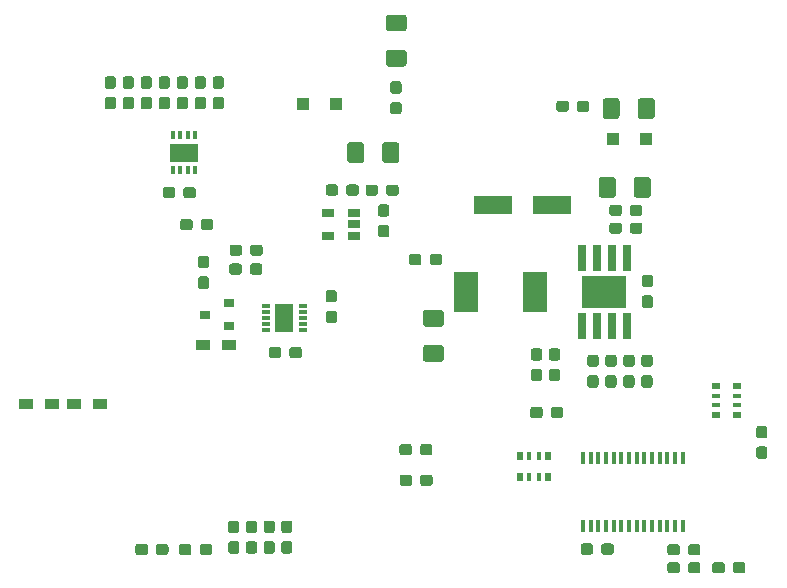
<source format=gtp>
G04 #@! TF.GenerationSoftware,KiCad,Pcbnew,(5.1.4)-1*
G04 #@! TF.CreationDate,2019-12-09T09:55:10+11:00*
G04 #@! TF.ProjectId,dingo-hat,64696e67-6f2d-4686-9174-2e6b69636164,rev?*
G04 #@! TF.SameCoordinates,PX7f50c60PY7d37aa0*
G04 #@! TF.FileFunction,Paste,Top*
G04 #@! TF.FilePolarity,Positive*
%FSLAX46Y46*%
G04 Gerber Fmt 4.6, Leading zero omitted, Abs format (unit mm)*
G04 Created by KiCad (PCBNEW (5.1.4)-1) date 2019-12-09 09:55:10*
%MOMM*%
%LPD*%
G04 APERTURE LIST*
%ADD10R,0.800000X0.500000*%
%ADD11R,0.800000X0.400000*%
%ADD12R,0.500000X0.800000*%
%ADD13R,0.400000X0.800000*%
%ADD14C,0.100000*%
%ADD15C,0.950000*%
%ADD16R,1.200000X0.900000*%
%ADD17R,0.900000X0.800000*%
%ADD18R,0.650000X0.300000*%
%ADD19R,1.550000X2.480000*%
%ADD20R,1.100000X1.100000*%
%ADD21C,1.425000*%
%ADD22R,0.400000X1.100000*%
%ADD23R,0.800000X2.200000*%
%ADD24R,3.700000X2.710000*%
%ADD25R,2.400000X1.650000*%
%ADD26R,0.300000X0.800000*%
%ADD27R,1.060000X0.650000*%
%ADD28R,2.000000X3.500000*%
%ADD29R,3.200000X1.600000*%
G04 APERTURE END LIST*
D10*
X61800000Y20300000D03*
D11*
X61800000Y21100000D03*
D10*
X61800000Y22700000D03*
D11*
X61800000Y21900000D03*
D10*
X60000000Y20300000D03*
D11*
X60000000Y21900000D03*
X60000000Y21100000D03*
D10*
X60000000Y22700000D03*
D12*
X45800000Y16800000D03*
D13*
X45000000Y16800000D03*
D12*
X43400000Y16800000D03*
D13*
X44200000Y16800000D03*
D12*
X45800000Y15000000D03*
D13*
X44200000Y15000000D03*
X45000000Y15000000D03*
D12*
X43400000Y15000000D03*
D14*
G36*
X10520779Y48957856D02*
G01*
X10543834Y48954437D01*
X10566443Y48948773D01*
X10588387Y48940921D01*
X10609457Y48930956D01*
X10629448Y48918974D01*
X10648168Y48905090D01*
X10665438Y48889438D01*
X10681090Y48872168D01*
X10694974Y48853448D01*
X10706956Y48833457D01*
X10716921Y48812387D01*
X10724773Y48790443D01*
X10730437Y48767834D01*
X10733856Y48744779D01*
X10735000Y48721500D01*
X10735000Y48146500D01*
X10733856Y48123221D01*
X10730437Y48100166D01*
X10724773Y48077557D01*
X10716921Y48055613D01*
X10706956Y48034543D01*
X10694974Y48014552D01*
X10681090Y47995832D01*
X10665438Y47978562D01*
X10648168Y47962910D01*
X10629448Y47949026D01*
X10609457Y47937044D01*
X10588387Y47927079D01*
X10566443Y47919227D01*
X10543834Y47913563D01*
X10520779Y47910144D01*
X10497500Y47909000D01*
X10022500Y47909000D01*
X9999221Y47910144D01*
X9976166Y47913563D01*
X9953557Y47919227D01*
X9931613Y47927079D01*
X9910543Y47937044D01*
X9890552Y47949026D01*
X9871832Y47962910D01*
X9854562Y47978562D01*
X9838910Y47995832D01*
X9825026Y48014552D01*
X9813044Y48034543D01*
X9803079Y48055613D01*
X9795227Y48077557D01*
X9789563Y48100166D01*
X9786144Y48123221D01*
X9785000Y48146500D01*
X9785000Y48721500D01*
X9786144Y48744779D01*
X9789563Y48767834D01*
X9795227Y48790443D01*
X9803079Y48812387D01*
X9813044Y48833457D01*
X9825026Y48853448D01*
X9838910Y48872168D01*
X9854562Y48889438D01*
X9871832Y48905090D01*
X9890552Y48918974D01*
X9910543Y48930956D01*
X9931613Y48940921D01*
X9953557Y48948773D01*
X9976166Y48954437D01*
X9999221Y48957856D01*
X10022500Y48959000D01*
X10497500Y48959000D01*
X10520779Y48957856D01*
X10520779Y48957856D01*
G37*
D15*
X10260000Y48434000D03*
D14*
G36*
X10520779Y47207856D02*
G01*
X10543834Y47204437D01*
X10566443Y47198773D01*
X10588387Y47190921D01*
X10609457Y47180956D01*
X10629448Y47168974D01*
X10648168Y47155090D01*
X10665438Y47139438D01*
X10681090Y47122168D01*
X10694974Y47103448D01*
X10706956Y47083457D01*
X10716921Y47062387D01*
X10724773Y47040443D01*
X10730437Y47017834D01*
X10733856Y46994779D01*
X10735000Y46971500D01*
X10735000Y46396500D01*
X10733856Y46373221D01*
X10730437Y46350166D01*
X10724773Y46327557D01*
X10716921Y46305613D01*
X10706956Y46284543D01*
X10694974Y46264552D01*
X10681090Y46245832D01*
X10665438Y46228562D01*
X10648168Y46212910D01*
X10629448Y46199026D01*
X10609457Y46187044D01*
X10588387Y46177079D01*
X10566443Y46169227D01*
X10543834Y46163563D01*
X10520779Y46160144D01*
X10497500Y46159000D01*
X10022500Y46159000D01*
X9999221Y46160144D01*
X9976166Y46163563D01*
X9953557Y46169227D01*
X9931613Y46177079D01*
X9910543Y46187044D01*
X9890552Y46199026D01*
X9871832Y46212910D01*
X9854562Y46228562D01*
X9838910Y46245832D01*
X9825026Y46264552D01*
X9813044Y46284543D01*
X9803079Y46305613D01*
X9795227Y46327557D01*
X9789563Y46350166D01*
X9786144Y46373221D01*
X9785000Y46396500D01*
X9785000Y46971500D01*
X9786144Y46994779D01*
X9789563Y47017834D01*
X9795227Y47040443D01*
X9803079Y47062387D01*
X9813044Y47083457D01*
X9825026Y47103448D01*
X9838910Y47122168D01*
X9854562Y47139438D01*
X9871832Y47155090D01*
X9890552Y47168974D01*
X9910543Y47180956D01*
X9931613Y47190921D01*
X9953557Y47198773D01*
X9976166Y47204437D01*
X9999221Y47207856D01*
X10022500Y47209000D01*
X10497500Y47209000D01*
X10520779Y47207856D01*
X10520779Y47207856D01*
G37*
D15*
X10260000Y46684000D03*
D14*
G36*
X15092779Y47207856D02*
G01*
X15115834Y47204437D01*
X15138443Y47198773D01*
X15160387Y47190921D01*
X15181457Y47180956D01*
X15201448Y47168974D01*
X15220168Y47155090D01*
X15237438Y47139438D01*
X15253090Y47122168D01*
X15266974Y47103448D01*
X15278956Y47083457D01*
X15288921Y47062387D01*
X15296773Y47040443D01*
X15302437Y47017834D01*
X15305856Y46994779D01*
X15307000Y46971500D01*
X15307000Y46396500D01*
X15305856Y46373221D01*
X15302437Y46350166D01*
X15296773Y46327557D01*
X15288921Y46305613D01*
X15278956Y46284543D01*
X15266974Y46264552D01*
X15253090Y46245832D01*
X15237438Y46228562D01*
X15220168Y46212910D01*
X15201448Y46199026D01*
X15181457Y46187044D01*
X15160387Y46177079D01*
X15138443Y46169227D01*
X15115834Y46163563D01*
X15092779Y46160144D01*
X15069500Y46159000D01*
X14594500Y46159000D01*
X14571221Y46160144D01*
X14548166Y46163563D01*
X14525557Y46169227D01*
X14503613Y46177079D01*
X14482543Y46187044D01*
X14462552Y46199026D01*
X14443832Y46212910D01*
X14426562Y46228562D01*
X14410910Y46245832D01*
X14397026Y46264552D01*
X14385044Y46284543D01*
X14375079Y46305613D01*
X14367227Y46327557D01*
X14361563Y46350166D01*
X14358144Y46373221D01*
X14357000Y46396500D01*
X14357000Y46971500D01*
X14358144Y46994779D01*
X14361563Y47017834D01*
X14367227Y47040443D01*
X14375079Y47062387D01*
X14385044Y47083457D01*
X14397026Y47103448D01*
X14410910Y47122168D01*
X14426562Y47139438D01*
X14443832Y47155090D01*
X14462552Y47168974D01*
X14482543Y47180956D01*
X14503613Y47190921D01*
X14525557Y47198773D01*
X14548166Y47204437D01*
X14571221Y47207856D01*
X14594500Y47209000D01*
X15069500Y47209000D01*
X15092779Y47207856D01*
X15092779Y47207856D01*
G37*
D15*
X14832000Y46684000D03*
D14*
G36*
X15092779Y48957856D02*
G01*
X15115834Y48954437D01*
X15138443Y48948773D01*
X15160387Y48940921D01*
X15181457Y48930956D01*
X15201448Y48918974D01*
X15220168Y48905090D01*
X15237438Y48889438D01*
X15253090Y48872168D01*
X15266974Y48853448D01*
X15278956Y48833457D01*
X15288921Y48812387D01*
X15296773Y48790443D01*
X15302437Y48767834D01*
X15305856Y48744779D01*
X15307000Y48721500D01*
X15307000Y48146500D01*
X15305856Y48123221D01*
X15302437Y48100166D01*
X15296773Y48077557D01*
X15288921Y48055613D01*
X15278956Y48034543D01*
X15266974Y48014552D01*
X15253090Y47995832D01*
X15237438Y47978562D01*
X15220168Y47962910D01*
X15201448Y47949026D01*
X15181457Y47937044D01*
X15160387Y47927079D01*
X15138443Y47919227D01*
X15115834Y47913563D01*
X15092779Y47910144D01*
X15069500Y47909000D01*
X14594500Y47909000D01*
X14571221Y47910144D01*
X14548166Y47913563D01*
X14525557Y47919227D01*
X14503613Y47927079D01*
X14482543Y47937044D01*
X14462552Y47949026D01*
X14443832Y47962910D01*
X14426562Y47978562D01*
X14410910Y47995832D01*
X14397026Y48014552D01*
X14385044Y48034543D01*
X14375079Y48055613D01*
X14367227Y48077557D01*
X14361563Y48100166D01*
X14358144Y48123221D01*
X14357000Y48146500D01*
X14357000Y48721500D01*
X14358144Y48744779D01*
X14361563Y48767834D01*
X14367227Y48790443D01*
X14375079Y48812387D01*
X14385044Y48833457D01*
X14397026Y48853448D01*
X14410910Y48872168D01*
X14426562Y48889438D01*
X14443832Y48905090D01*
X14462552Y48918974D01*
X14482543Y48930956D01*
X14503613Y48940921D01*
X14525557Y48948773D01*
X14548166Y48954437D01*
X14571221Y48957856D01*
X14594500Y48959000D01*
X15069500Y48959000D01*
X15092779Y48957856D01*
X15092779Y48957856D01*
G37*
D15*
X14832000Y48434000D03*
D14*
G36*
X8996779Y47207856D02*
G01*
X9019834Y47204437D01*
X9042443Y47198773D01*
X9064387Y47190921D01*
X9085457Y47180956D01*
X9105448Y47168974D01*
X9124168Y47155090D01*
X9141438Y47139438D01*
X9157090Y47122168D01*
X9170974Y47103448D01*
X9182956Y47083457D01*
X9192921Y47062387D01*
X9200773Y47040443D01*
X9206437Y47017834D01*
X9209856Y46994779D01*
X9211000Y46971500D01*
X9211000Y46396500D01*
X9209856Y46373221D01*
X9206437Y46350166D01*
X9200773Y46327557D01*
X9192921Y46305613D01*
X9182956Y46284543D01*
X9170974Y46264552D01*
X9157090Y46245832D01*
X9141438Y46228562D01*
X9124168Y46212910D01*
X9105448Y46199026D01*
X9085457Y46187044D01*
X9064387Y46177079D01*
X9042443Y46169227D01*
X9019834Y46163563D01*
X8996779Y46160144D01*
X8973500Y46159000D01*
X8498500Y46159000D01*
X8475221Y46160144D01*
X8452166Y46163563D01*
X8429557Y46169227D01*
X8407613Y46177079D01*
X8386543Y46187044D01*
X8366552Y46199026D01*
X8347832Y46212910D01*
X8330562Y46228562D01*
X8314910Y46245832D01*
X8301026Y46264552D01*
X8289044Y46284543D01*
X8279079Y46305613D01*
X8271227Y46327557D01*
X8265563Y46350166D01*
X8262144Y46373221D01*
X8261000Y46396500D01*
X8261000Y46971500D01*
X8262144Y46994779D01*
X8265563Y47017834D01*
X8271227Y47040443D01*
X8279079Y47062387D01*
X8289044Y47083457D01*
X8301026Y47103448D01*
X8314910Y47122168D01*
X8330562Y47139438D01*
X8347832Y47155090D01*
X8366552Y47168974D01*
X8386543Y47180956D01*
X8407613Y47190921D01*
X8429557Y47198773D01*
X8452166Y47204437D01*
X8475221Y47207856D01*
X8498500Y47209000D01*
X8973500Y47209000D01*
X8996779Y47207856D01*
X8996779Y47207856D01*
G37*
D15*
X8736000Y46684000D03*
D14*
G36*
X8996779Y48957856D02*
G01*
X9019834Y48954437D01*
X9042443Y48948773D01*
X9064387Y48940921D01*
X9085457Y48930956D01*
X9105448Y48918974D01*
X9124168Y48905090D01*
X9141438Y48889438D01*
X9157090Y48872168D01*
X9170974Y48853448D01*
X9182956Y48833457D01*
X9192921Y48812387D01*
X9200773Y48790443D01*
X9206437Y48767834D01*
X9209856Y48744779D01*
X9211000Y48721500D01*
X9211000Y48146500D01*
X9209856Y48123221D01*
X9206437Y48100166D01*
X9200773Y48077557D01*
X9192921Y48055613D01*
X9182956Y48034543D01*
X9170974Y48014552D01*
X9157090Y47995832D01*
X9141438Y47978562D01*
X9124168Y47962910D01*
X9105448Y47949026D01*
X9085457Y47937044D01*
X9064387Y47927079D01*
X9042443Y47919227D01*
X9019834Y47913563D01*
X8996779Y47910144D01*
X8973500Y47909000D01*
X8498500Y47909000D01*
X8475221Y47910144D01*
X8452166Y47913563D01*
X8429557Y47919227D01*
X8407613Y47927079D01*
X8386543Y47937044D01*
X8366552Y47949026D01*
X8347832Y47962910D01*
X8330562Y47978562D01*
X8314910Y47995832D01*
X8301026Y48014552D01*
X8289044Y48034543D01*
X8279079Y48055613D01*
X8271227Y48077557D01*
X8265563Y48100166D01*
X8262144Y48123221D01*
X8261000Y48146500D01*
X8261000Y48721500D01*
X8262144Y48744779D01*
X8265563Y48767834D01*
X8271227Y48790443D01*
X8279079Y48812387D01*
X8289044Y48833457D01*
X8301026Y48853448D01*
X8314910Y48872168D01*
X8330562Y48889438D01*
X8347832Y48905090D01*
X8366552Y48918974D01*
X8386543Y48930956D01*
X8407613Y48940921D01*
X8429557Y48948773D01*
X8452166Y48954437D01*
X8475221Y48957856D01*
X8498500Y48959000D01*
X8973500Y48959000D01*
X8996779Y48957856D01*
X8996779Y48957856D01*
G37*
D15*
X8736000Y48434000D03*
D14*
G36*
X18140779Y47207856D02*
G01*
X18163834Y47204437D01*
X18186443Y47198773D01*
X18208387Y47190921D01*
X18229457Y47180956D01*
X18249448Y47168974D01*
X18268168Y47155090D01*
X18285438Y47139438D01*
X18301090Y47122168D01*
X18314974Y47103448D01*
X18326956Y47083457D01*
X18336921Y47062387D01*
X18344773Y47040443D01*
X18350437Y47017834D01*
X18353856Y46994779D01*
X18355000Y46971500D01*
X18355000Y46396500D01*
X18353856Y46373221D01*
X18350437Y46350166D01*
X18344773Y46327557D01*
X18336921Y46305613D01*
X18326956Y46284543D01*
X18314974Y46264552D01*
X18301090Y46245832D01*
X18285438Y46228562D01*
X18268168Y46212910D01*
X18249448Y46199026D01*
X18229457Y46187044D01*
X18208387Y46177079D01*
X18186443Y46169227D01*
X18163834Y46163563D01*
X18140779Y46160144D01*
X18117500Y46159000D01*
X17642500Y46159000D01*
X17619221Y46160144D01*
X17596166Y46163563D01*
X17573557Y46169227D01*
X17551613Y46177079D01*
X17530543Y46187044D01*
X17510552Y46199026D01*
X17491832Y46212910D01*
X17474562Y46228562D01*
X17458910Y46245832D01*
X17445026Y46264552D01*
X17433044Y46284543D01*
X17423079Y46305613D01*
X17415227Y46327557D01*
X17409563Y46350166D01*
X17406144Y46373221D01*
X17405000Y46396500D01*
X17405000Y46971500D01*
X17406144Y46994779D01*
X17409563Y47017834D01*
X17415227Y47040443D01*
X17423079Y47062387D01*
X17433044Y47083457D01*
X17445026Y47103448D01*
X17458910Y47122168D01*
X17474562Y47139438D01*
X17491832Y47155090D01*
X17510552Y47168974D01*
X17530543Y47180956D01*
X17551613Y47190921D01*
X17573557Y47198773D01*
X17596166Y47204437D01*
X17619221Y47207856D01*
X17642500Y47209000D01*
X18117500Y47209000D01*
X18140779Y47207856D01*
X18140779Y47207856D01*
G37*
D15*
X17880000Y46684000D03*
D14*
G36*
X18140779Y48957856D02*
G01*
X18163834Y48954437D01*
X18186443Y48948773D01*
X18208387Y48940921D01*
X18229457Y48930956D01*
X18249448Y48918974D01*
X18268168Y48905090D01*
X18285438Y48889438D01*
X18301090Y48872168D01*
X18314974Y48853448D01*
X18326956Y48833457D01*
X18336921Y48812387D01*
X18344773Y48790443D01*
X18350437Y48767834D01*
X18353856Y48744779D01*
X18355000Y48721500D01*
X18355000Y48146500D01*
X18353856Y48123221D01*
X18350437Y48100166D01*
X18344773Y48077557D01*
X18336921Y48055613D01*
X18326956Y48034543D01*
X18314974Y48014552D01*
X18301090Y47995832D01*
X18285438Y47978562D01*
X18268168Y47962910D01*
X18249448Y47949026D01*
X18229457Y47937044D01*
X18208387Y47927079D01*
X18186443Y47919227D01*
X18163834Y47913563D01*
X18140779Y47910144D01*
X18117500Y47909000D01*
X17642500Y47909000D01*
X17619221Y47910144D01*
X17596166Y47913563D01*
X17573557Y47919227D01*
X17551613Y47927079D01*
X17530543Y47937044D01*
X17510552Y47949026D01*
X17491832Y47962910D01*
X17474562Y47978562D01*
X17458910Y47995832D01*
X17445026Y48014552D01*
X17433044Y48034543D01*
X17423079Y48055613D01*
X17415227Y48077557D01*
X17409563Y48100166D01*
X17406144Y48123221D01*
X17405000Y48146500D01*
X17405000Y48721500D01*
X17406144Y48744779D01*
X17409563Y48767834D01*
X17415227Y48790443D01*
X17423079Y48812387D01*
X17433044Y48833457D01*
X17445026Y48853448D01*
X17458910Y48872168D01*
X17474562Y48889438D01*
X17491832Y48905090D01*
X17510552Y48918974D01*
X17530543Y48930956D01*
X17551613Y48940921D01*
X17573557Y48948773D01*
X17596166Y48954437D01*
X17619221Y48957856D01*
X17642500Y48959000D01*
X18117500Y48959000D01*
X18140779Y48957856D01*
X18140779Y48957856D01*
G37*
D15*
X17880000Y48434000D03*
D14*
G36*
X13568779Y47207856D02*
G01*
X13591834Y47204437D01*
X13614443Y47198773D01*
X13636387Y47190921D01*
X13657457Y47180956D01*
X13677448Y47168974D01*
X13696168Y47155090D01*
X13713438Y47139438D01*
X13729090Y47122168D01*
X13742974Y47103448D01*
X13754956Y47083457D01*
X13764921Y47062387D01*
X13772773Y47040443D01*
X13778437Y47017834D01*
X13781856Y46994779D01*
X13783000Y46971500D01*
X13783000Y46396500D01*
X13781856Y46373221D01*
X13778437Y46350166D01*
X13772773Y46327557D01*
X13764921Y46305613D01*
X13754956Y46284543D01*
X13742974Y46264552D01*
X13729090Y46245832D01*
X13713438Y46228562D01*
X13696168Y46212910D01*
X13677448Y46199026D01*
X13657457Y46187044D01*
X13636387Y46177079D01*
X13614443Y46169227D01*
X13591834Y46163563D01*
X13568779Y46160144D01*
X13545500Y46159000D01*
X13070500Y46159000D01*
X13047221Y46160144D01*
X13024166Y46163563D01*
X13001557Y46169227D01*
X12979613Y46177079D01*
X12958543Y46187044D01*
X12938552Y46199026D01*
X12919832Y46212910D01*
X12902562Y46228562D01*
X12886910Y46245832D01*
X12873026Y46264552D01*
X12861044Y46284543D01*
X12851079Y46305613D01*
X12843227Y46327557D01*
X12837563Y46350166D01*
X12834144Y46373221D01*
X12833000Y46396500D01*
X12833000Y46971500D01*
X12834144Y46994779D01*
X12837563Y47017834D01*
X12843227Y47040443D01*
X12851079Y47062387D01*
X12861044Y47083457D01*
X12873026Y47103448D01*
X12886910Y47122168D01*
X12902562Y47139438D01*
X12919832Y47155090D01*
X12938552Y47168974D01*
X12958543Y47180956D01*
X12979613Y47190921D01*
X13001557Y47198773D01*
X13024166Y47204437D01*
X13047221Y47207856D01*
X13070500Y47209000D01*
X13545500Y47209000D01*
X13568779Y47207856D01*
X13568779Y47207856D01*
G37*
D15*
X13308000Y46684000D03*
D14*
G36*
X13568779Y48957856D02*
G01*
X13591834Y48954437D01*
X13614443Y48948773D01*
X13636387Y48940921D01*
X13657457Y48930956D01*
X13677448Y48918974D01*
X13696168Y48905090D01*
X13713438Y48889438D01*
X13729090Y48872168D01*
X13742974Y48853448D01*
X13754956Y48833457D01*
X13764921Y48812387D01*
X13772773Y48790443D01*
X13778437Y48767834D01*
X13781856Y48744779D01*
X13783000Y48721500D01*
X13783000Y48146500D01*
X13781856Y48123221D01*
X13778437Y48100166D01*
X13772773Y48077557D01*
X13764921Y48055613D01*
X13754956Y48034543D01*
X13742974Y48014552D01*
X13729090Y47995832D01*
X13713438Y47978562D01*
X13696168Y47962910D01*
X13677448Y47949026D01*
X13657457Y47937044D01*
X13636387Y47927079D01*
X13614443Y47919227D01*
X13591834Y47913563D01*
X13568779Y47910144D01*
X13545500Y47909000D01*
X13070500Y47909000D01*
X13047221Y47910144D01*
X13024166Y47913563D01*
X13001557Y47919227D01*
X12979613Y47927079D01*
X12958543Y47937044D01*
X12938552Y47949026D01*
X12919832Y47962910D01*
X12902562Y47978562D01*
X12886910Y47995832D01*
X12873026Y48014552D01*
X12861044Y48034543D01*
X12851079Y48055613D01*
X12843227Y48077557D01*
X12837563Y48100166D01*
X12834144Y48123221D01*
X12833000Y48146500D01*
X12833000Y48721500D01*
X12834144Y48744779D01*
X12837563Y48767834D01*
X12843227Y48790443D01*
X12851079Y48812387D01*
X12861044Y48833457D01*
X12873026Y48853448D01*
X12886910Y48872168D01*
X12902562Y48889438D01*
X12919832Y48905090D01*
X12938552Y48918974D01*
X12958543Y48930956D01*
X12979613Y48940921D01*
X13001557Y48948773D01*
X13024166Y48954437D01*
X13047221Y48957856D01*
X13070500Y48959000D01*
X13545500Y48959000D01*
X13568779Y48957856D01*
X13568779Y48957856D01*
G37*
D15*
X13308000Y48434000D03*
D14*
G36*
X16616779Y48957856D02*
G01*
X16639834Y48954437D01*
X16662443Y48948773D01*
X16684387Y48940921D01*
X16705457Y48930956D01*
X16725448Y48918974D01*
X16744168Y48905090D01*
X16761438Y48889438D01*
X16777090Y48872168D01*
X16790974Y48853448D01*
X16802956Y48833457D01*
X16812921Y48812387D01*
X16820773Y48790443D01*
X16826437Y48767834D01*
X16829856Y48744779D01*
X16831000Y48721500D01*
X16831000Y48146500D01*
X16829856Y48123221D01*
X16826437Y48100166D01*
X16820773Y48077557D01*
X16812921Y48055613D01*
X16802956Y48034543D01*
X16790974Y48014552D01*
X16777090Y47995832D01*
X16761438Y47978562D01*
X16744168Y47962910D01*
X16725448Y47949026D01*
X16705457Y47937044D01*
X16684387Y47927079D01*
X16662443Y47919227D01*
X16639834Y47913563D01*
X16616779Y47910144D01*
X16593500Y47909000D01*
X16118500Y47909000D01*
X16095221Y47910144D01*
X16072166Y47913563D01*
X16049557Y47919227D01*
X16027613Y47927079D01*
X16006543Y47937044D01*
X15986552Y47949026D01*
X15967832Y47962910D01*
X15950562Y47978562D01*
X15934910Y47995832D01*
X15921026Y48014552D01*
X15909044Y48034543D01*
X15899079Y48055613D01*
X15891227Y48077557D01*
X15885563Y48100166D01*
X15882144Y48123221D01*
X15881000Y48146500D01*
X15881000Y48721500D01*
X15882144Y48744779D01*
X15885563Y48767834D01*
X15891227Y48790443D01*
X15899079Y48812387D01*
X15909044Y48833457D01*
X15921026Y48853448D01*
X15934910Y48872168D01*
X15950562Y48889438D01*
X15967832Y48905090D01*
X15986552Y48918974D01*
X16006543Y48930956D01*
X16027613Y48940921D01*
X16049557Y48948773D01*
X16072166Y48954437D01*
X16095221Y48957856D01*
X16118500Y48959000D01*
X16593500Y48959000D01*
X16616779Y48957856D01*
X16616779Y48957856D01*
G37*
D15*
X16356000Y48434000D03*
D14*
G36*
X16616779Y47207856D02*
G01*
X16639834Y47204437D01*
X16662443Y47198773D01*
X16684387Y47190921D01*
X16705457Y47180956D01*
X16725448Y47168974D01*
X16744168Y47155090D01*
X16761438Y47139438D01*
X16777090Y47122168D01*
X16790974Y47103448D01*
X16802956Y47083457D01*
X16812921Y47062387D01*
X16820773Y47040443D01*
X16826437Y47017834D01*
X16829856Y46994779D01*
X16831000Y46971500D01*
X16831000Y46396500D01*
X16829856Y46373221D01*
X16826437Y46350166D01*
X16820773Y46327557D01*
X16812921Y46305613D01*
X16802956Y46284543D01*
X16790974Y46264552D01*
X16777090Y46245832D01*
X16761438Y46228562D01*
X16744168Y46212910D01*
X16725448Y46199026D01*
X16705457Y46187044D01*
X16684387Y46177079D01*
X16662443Y46169227D01*
X16639834Y46163563D01*
X16616779Y46160144D01*
X16593500Y46159000D01*
X16118500Y46159000D01*
X16095221Y46160144D01*
X16072166Y46163563D01*
X16049557Y46169227D01*
X16027613Y46177079D01*
X16006543Y46187044D01*
X15986552Y46199026D01*
X15967832Y46212910D01*
X15950562Y46228562D01*
X15934910Y46245832D01*
X15921026Y46264552D01*
X15909044Y46284543D01*
X15899079Y46305613D01*
X15891227Y46327557D01*
X15885563Y46350166D01*
X15882144Y46373221D01*
X15881000Y46396500D01*
X15881000Y46971500D01*
X15882144Y46994779D01*
X15885563Y47017834D01*
X15891227Y47040443D01*
X15899079Y47062387D01*
X15909044Y47083457D01*
X15921026Y47103448D01*
X15934910Y47122168D01*
X15950562Y47139438D01*
X15967832Y47155090D01*
X15986552Y47168974D01*
X16006543Y47180956D01*
X16027613Y47190921D01*
X16049557Y47198773D01*
X16072166Y47204437D01*
X16095221Y47207856D01*
X16118500Y47209000D01*
X16593500Y47209000D01*
X16616779Y47207856D01*
X16616779Y47207856D01*
G37*
D15*
X16356000Y46684000D03*
D16*
X18758000Y26244000D03*
X16558000Y26244000D03*
X3790000Y21250000D03*
X1590000Y21250000D03*
X7870000Y21250000D03*
X5670000Y21250000D03*
D17*
X18785000Y27834000D03*
X18785000Y29734000D03*
X16785000Y28784000D03*
D18*
X21920100Y27519000D03*
X21920100Y28019000D03*
X21920100Y29019000D03*
X21920100Y29519000D03*
X25020100Y29519000D03*
X25020100Y29019000D03*
X25020100Y28519000D03*
X25020100Y28019000D03*
D19*
X23470100Y28519000D03*
D18*
X21920100Y28519000D03*
X25020100Y27519000D03*
D20*
X51332000Y43622000D03*
X54132000Y43622000D03*
D14*
G36*
X49405779Y9403856D02*
G01*
X49428834Y9400437D01*
X49451443Y9394773D01*
X49473387Y9386921D01*
X49494457Y9376956D01*
X49514448Y9364974D01*
X49533168Y9351090D01*
X49550438Y9335438D01*
X49566090Y9318168D01*
X49579974Y9299448D01*
X49591956Y9279457D01*
X49601921Y9258387D01*
X49609773Y9236443D01*
X49615437Y9213834D01*
X49618856Y9190779D01*
X49620000Y9167500D01*
X49620000Y8692500D01*
X49618856Y8669221D01*
X49615437Y8646166D01*
X49609773Y8623557D01*
X49601921Y8601613D01*
X49591956Y8580543D01*
X49579974Y8560552D01*
X49566090Y8541832D01*
X49550438Y8524562D01*
X49533168Y8508910D01*
X49514448Y8495026D01*
X49494457Y8483044D01*
X49473387Y8473079D01*
X49451443Y8465227D01*
X49428834Y8459563D01*
X49405779Y8456144D01*
X49382500Y8455000D01*
X48807500Y8455000D01*
X48784221Y8456144D01*
X48761166Y8459563D01*
X48738557Y8465227D01*
X48716613Y8473079D01*
X48695543Y8483044D01*
X48675552Y8495026D01*
X48656832Y8508910D01*
X48639562Y8524562D01*
X48623910Y8541832D01*
X48610026Y8560552D01*
X48598044Y8580543D01*
X48588079Y8601613D01*
X48580227Y8623557D01*
X48574563Y8646166D01*
X48571144Y8669221D01*
X48570000Y8692500D01*
X48570000Y9167500D01*
X48571144Y9190779D01*
X48574563Y9213834D01*
X48580227Y9236443D01*
X48588079Y9258387D01*
X48598044Y9279457D01*
X48610026Y9299448D01*
X48623910Y9318168D01*
X48639562Y9335438D01*
X48656832Y9351090D01*
X48675552Y9364974D01*
X48695543Y9376956D01*
X48716613Y9386921D01*
X48738557Y9394773D01*
X48761166Y9400437D01*
X48784221Y9403856D01*
X48807500Y9405000D01*
X49382500Y9405000D01*
X49405779Y9403856D01*
X49405779Y9403856D01*
G37*
D15*
X49095000Y8930000D03*
D14*
G36*
X51155779Y9403856D02*
G01*
X51178834Y9400437D01*
X51201443Y9394773D01*
X51223387Y9386921D01*
X51244457Y9376956D01*
X51264448Y9364974D01*
X51283168Y9351090D01*
X51300438Y9335438D01*
X51316090Y9318168D01*
X51329974Y9299448D01*
X51341956Y9279457D01*
X51351921Y9258387D01*
X51359773Y9236443D01*
X51365437Y9213834D01*
X51368856Y9190779D01*
X51370000Y9167500D01*
X51370000Y8692500D01*
X51368856Y8669221D01*
X51365437Y8646166D01*
X51359773Y8623557D01*
X51351921Y8601613D01*
X51341956Y8580543D01*
X51329974Y8560552D01*
X51316090Y8541832D01*
X51300438Y8524562D01*
X51283168Y8508910D01*
X51264448Y8495026D01*
X51244457Y8483044D01*
X51223387Y8473079D01*
X51201443Y8465227D01*
X51178834Y8459563D01*
X51155779Y8456144D01*
X51132500Y8455000D01*
X50557500Y8455000D01*
X50534221Y8456144D01*
X50511166Y8459563D01*
X50488557Y8465227D01*
X50466613Y8473079D01*
X50445543Y8483044D01*
X50425552Y8495026D01*
X50406832Y8508910D01*
X50389562Y8524562D01*
X50373910Y8541832D01*
X50360026Y8560552D01*
X50348044Y8580543D01*
X50338079Y8601613D01*
X50330227Y8623557D01*
X50324563Y8646166D01*
X50321144Y8669221D01*
X50320000Y8692500D01*
X50320000Y9167500D01*
X50321144Y9190779D01*
X50324563Y9213834D01*
X50330227Y9236443D01*
X50338079Y9258387D01*
X50348044Y9279457D01*
X50360026Y9299448D01*
X50373910Y9318168D01*
X50389562Y9335438D01*
X50406832Y9351090D01*
X50425552Y9364974D01*
X50445543Y9376956D01*
X50466613Y9386921D01*
X50488557Y9394773D01*
X50511166Y9400437D01*
X50534221Y9403856D01*
X50557500Y9405000D01*
X51132500Y9405000D01*
X51155779Y9403856D01*
X51155779Y9403856D01*
G37*
D15*
X50845000Y8930000D03*
D14*
G36*
X15495779Y36873856D02*
G01*
X15518834Y36870437D01*
X15541443Y36864773D01*
X15563387Y36856921D01*
X15584457Y36846956D01*
X15604448Y36834974D01*
X15623168Y36821090D01*
X15640438Y36805438D01*
X15656090Y36788168D01*
X15669974Y36769448D01*
X15681956Y36749457D01*
X15691921Y36728387D01*
X15699773Y36706443D01*
X15705437Y36683834D01*
X15708856Y36660779D01*
X15710000Y36637500D01*
X15710000Y36162500D01*
X15708856Y36139221D01*
X15705437Y36116166D01*
X15699773Y36093557D01*
X15691921Y36071613D01*
X15681956Y36050543D01*
X15669974Y36030552D01*
X15656090Y36011832D01*
X15640438Y35994562D01*
X15623168Y35978910D01*
X15604448Y35965026D01*
X15584457Y35953044D01*
X15563387Y35943079D01*
X15541443Y35935227D01*
X15518834Y35929563D01*
X15495779Y35926144D01*
X15472500Y35925000D01*
X14897500Y35925000D01*
X14874221Y35926144D01*
X14851166Y35929563D01*
X14828557Y35935227D01*
X14806613Y35943079D01*
X14785543Y35953044D01*
X14765552Y35965026D01*
X14746832Y35978910D01*
X14729562Y35994562D01*
X14713910Y36011832D01*
X14700026Y36030552D01*
X14688044Y36050543D01*
X14678079Y36071613D01*
X14670227Y36093557D01*
X14664563Y36116166D01*
X14661144Y36139221D01*
X14660000Y36162500D01*
X14660000Y36637500D01*
X14661144Y36660779D01*
X14664563Y36683834D01*
X14670227Y36706443D01*
X14678079Y36728387D01*
X14688044Y36749457D01*
X14700026Y36769448D01*
X14713910Y36788168D01*
X14729562Y36805438D01*
X14746832Y36821090D01*
X14765552Y36834974D01*
X14785543Y36846956D01*
X14806613Y36856921D01*
X14828557Y36864773D01*
X14851166Y36870437D01*
X14874221Y36873856D01*
X14897500Y36875000D01*
X15472500Y36875000D01*
X15495779Y36873856D01*
X15495779Y36873856D01*
G37*
D15*
X15185000Y36400000D03*
D14*
G36*
X17245779Y36873856D02*
G01*
X17268834Y36870437D01*
X17291443Y36864773D01*
X17313387Y36856921D01*
X17334457Y36846956D01*
X17354448Y36834974D01*
X17373168Y36821090D01*
X17390438Y36805438D01*
X17406090Y36788168D01*
X17419974Y36769448D01*
X17431956Y36749457D01*
X17441921Y36728387D01*
X17449773Y36706443D01*
X17455437Y36683834D01*
X17458856Y36660779D01*
X17460000Y36637500D01*
X17460000Y36162500D01*
X17458856Y36139221D01*
X17455437Y36116166D01*
X17449773Y36093557D01*
X17441921Y36071613D01*
X17431956Y36050543D01*
X17419974Y36030552D01*
X17406090Y36011832D01*
X17390438Y35994562D01*
X17373168Y35978910D01*
X17354448Y35965026D01*
X17334457Y35953044D01*
X17313387Y35943079D01*
X17291443Y35935227D01*
X17268834Y35929563D01*
X17245779Y35926144D01*
X17222500Y35925000D01*
X16647500Y35925000D01*
X16624221Y35926144D01*
X16601166Y35929563D01*
X16578557Y35935227D01*
X16556613Y35943079D01*
X16535543Y35953044D01*
X16515552Y35965026D01*
X16496832Y35978910D01*
X16479562Y35994562D01*
X16463910Y36011832D01*
X16450026Y36030552D01*
X16438044Y36050543D01*
X16428079Y36071613D01*
X16420227Y36093557D01*
X16414563Y36116166D01*
X16411144Y36139221D01*
X16410000Y36162500D01*
X16410000Y36637500D01*
X16411144Y36660779D01*
X16414563Y36683834D01*
X16420227Y36706443D01*
X16428079Y36728387D01*
X16438044Y36749457D01*
X16450026Y36769448D01*
X16463910Y36788168D01*
X16479562Y36805438D01*
X16496832Y36821090D01*
X16515552Y36834974D01*
X16535543Y36846956D01*
X16556613Y36856921D01*
X16578557Y36864773D01*
X16601166Y36870437D01*
X16624221Y36873856D01*
X16647500Y36875000D01*
X17222500Y36875000D01*
X17245779Y36873856D01*
X17245779Y36873856D01*
G37*
D15*
X16935000Y36400000D03*
D14*
G36*
X54436779Y23648856D02*
G01*
X54459834Y23645437D01*
X54482443Y23639773D01*
X54504387Y23631921D01*
X54525457Y23621956D01*
X54545448Y23609974D01*
X54564168Y23596090D01*
X54581438Y23580438D01*
X54597090Y23563168D01*
X54610974Y23544448D01*
X54622956Y23524457D01*
X54632921Y23503387D01*
X54640773Y23481443D01*
X54646437Y23458834D01*
X54649856Y23435779D01*
X54651000Y23412500D01*
X54651000Y22837500D01*
X54649856Y22814221D01*
X54646437Y22791166D01*
X54640773Y22768557D01*
X54632921Y22746613D01*
X54622956Y22725543D01*
X54610974Y22705552D01*
X54597090Y22686832D01*
X54581438Y22669562D01*
X54564168Y22653910D01*
X54545448Y22640026D01*
X54525457Y22628044D01*
X54504387Y22618079D01*
X54482443Y22610227D01*
X54459834Y22604563D01*
X54436779Y22601144D01*
X54413500Y22600000D01*
X53938500Y22600000D01*
X53915221Y22601144D01*
X53892166Y22604563D01*
X53869557Y22610227D01*
X53847613Y22618079D01*
X53826543Y22628044D01*
X53806552Y22640026D01*
X53787832Y22653910D01*
X53770562Y22669562D01*
X53754910Y22686832D01*
X53741026Y22705552D01*
X53729044Y22725543D01*
X53719079Y22746613D01*
X53711227Y22768557D01*
X53705563Y22791166D01*
X53702144Y22814221D01*
X53701000Y22837500D01*
X53701000Y23412500D01*
X53702144Y23435779D01*
X53705563Y23458834D01*
X53711227Y23481443D01*
X53719079Y23503387D01*
X53729044Y23524457D01*
X53741026Y23544448D01*
X53754910Y23563168D01*
X53770562Y23580438D01*
X53787832Y23596090D01*
X53806552Y23609974D01*
X53826543Y23621956D01*
X53847613Y23631921D01*
X53869557Y23639773D01*
X53892166Y23645437D01*
X53915221Y23648856D01*
X53938500Y23650000D01*
X54413500Y23650000D01*
X54436779Y23648856D01*
X54436779Y23648856D01*
G37*
D15*
X54176000Y23125000D03*
D14*
G36*
X54436779Y25398856D02*
G01*
X54459834Y25395437D01*
X54482443Y25389773D01*
X54504387Y25381921D01*
X54525457Y25371956D01*
X54545448Y25359974D01*
X54564168Y25346090D01*
X54581438Y25330438D01*
X54597090Y25313168D01*
X54610974Y25294448D01*
X54622956Y25274457D01*
X54632921Y25253387D01*
X54640773Y25231443D01*
X54646437Y25208834D01*
X54649856Y25185779D01*
X54651000Y25162500D01*
X54651000Y24587500D01*
X54649856Y24564221D01*
X54646437Y24541166D01*
X54640773Y24518557D01*
X54632921Y24496613D01*
X54622956Y24475543D01*
X54610974Y24455552D01*
X54597090Y24436832D01*
X54581438Y24419562D01*
X54564168Y24403910D01*
X54545448Y24390026D01*
X54525457Y24378044D01*
X54504387Y24368079D01*
X54482443Y24360227D01*
X54459834Y24354563D01*
X54436779Y24351144D01*
X54413500Y24350000D01*
X53938500Y24350000D01*
X53915221Y24351144D01*
X53892166Y24354563D01*
X53869557Y24360227D01*
X53847613Y24368079D01*
X53826543Y24378044D01*
X53806552Y24390026D01*
X53787832Y24403910D01*
X53770562Y24419562D01*
X53754910Y24436832D01*
X53741026Y24455552D01*
X53729044Y24475543D01*
X53719079Y24496613D01*
X53711227Y24518557D01*
X53705563Y24541166D01*
X53702144Y24564221D01*
X53701000Y24587500D01*
X53701000Y25162500D01*
X53702144Y25185779D01*
X53705563Y25208834D01*
X53711227Y25231443D01*
X53719079Y25253387D01*
X53729044Y25274457D01*
X53741026Y25294448D01*
X53754910Y25313168D01*
X53770562Y25330438D01*
X53787832Y25346090D01*
X53806552Y25359974D01*
X53826543Y25371956D01*
X53847613Y25381921D01*
X53869557Y25389773D01*
X53892166Y25395437D01*
X53915221Y25398856D01*
X53938500Y25400000D01*
X54413500Y25400000D01*
X54436779Y25398856D01*
X54436779Y25398856D01*
G37*
D15*
X54176000Y24875000D03*
D14*
G36*
X52912779Y25398856D02*
G01*
X52935834Y25395437D01*
X52958443Y25389773D01*
X52980387Y25381921D01*
X53001457Y25371956D01*
X53021448Y25359974D01*
X53040168Y25346090D01*
X53057438Y25330438D01*
X53073090Y25313168D01*
X53086974Y25294448D01*
X53098956Y25274457D01*
X53108921Y25253387D01*
X53116773Y25231443D01*
X53122437Y25208834D01*
X53125856Y25185779D01*
X53127000Y25162500D01*
X53127000Y24587500D01*
X53125856Y24564221D01*
X53122437Y24541166D01*
X53116773Y24518557D01*
X53108921Y24496613D01*
X53098956Y24475543D01*
X53086974Y24455552D01*
X53073090Y24436832D01*
X53057438Y24419562D01*
X53040168Y24403910D01*
X53021448Y24390026D01*
X53001457Y24378044D01*
X52980387Y24368079D01*
X52958443Y24360227D01*
X52935834Y24354563D01*
X52912779Y24351144D01*
X52889500Y24350000D01*
X52414500Y24350000D01*
X52391221Y24351144D01*
X52368166Y24354563D01*
X52345557Y24360227D01*
X52323613Y24368079D01*
X52302543Y24378044D01*
X52282552Y24390026D01*
X52263832Y24403910D01*
X52246562Y24419562D01*
X52230910Y24436832D01*
X52217026Y24455552D01*
X52205044Y24475543D01*
X52195079Y24496613D01*
X52187227Y24518557D01*
X52181563Y24541166D01*
X52178144Y24564221D01*
X52177000Y24587500D01*
X52177000Y25162500D01*
X52178144Y25185779D01*
X52181563Y25208834D01*
X52187227Y25231443D01*
X52195079Y25253387D01*
X52205044Y25274457D01*
X52217026Y25294448D01*
X52230910Y25313168D01*
X52246562Y25330438D01*
X52263832Y25346090D01*
X52282552Y25359974D01*
X52302543Y25371956D01*
X52323613Y25381921D01*
X52345557Y25389773D01*
X52368166Y25395437D01*
X52391221Y25398856D01*
X52414500Y25400000D01*
X52889500Y25400000D01*
X52912779Y25398856D01*
X52912779Y25398856D01*
G37*
D15*
X52652000Y24875000D03*
D14*
G36*
X52912779Y23648856D02*
G01*
X52935834Y23645437D01*
X52958443Y23639773D01*
X52980387Y23631921D01*
X53001457Y23621956D01*
X53021448Y23609974D01*
X53040168Y23596090D01*
X53057438Y23580438D01*
X53073090Y23563168D01*
X53086974Y23544448D01*
X53098956Y23524457D01*
X53108921Y23503387D01*
X53116773Y23481443D01*
X53122437Y23458834D01*
X53125856Y23435779D01*
X53127000Y23412500D01*
X53127000Y22837500D01*
X53125856Y22814221D01*
X53122437Y22791166D01*
X53116773Y22768557D01*
X53108921Y22746613D01*
X53098956Y22725543D01*
X53086974Y22705552D01*
X53073090Y22686832D01*
X53057438Y22669562D01*
X53040168Y22653910D01*
X53021448Y22640026D01*
X53001457Y22628044D01*
X52980387Y22618079D01*
X52958443Y22610227D01*
X52935834Y22604563D01*
X52912779Y22601144D01*
X52889500Y22600000D01*
X52414500Y22600000D01*
X52391221Y22601144D01*
X52368166Y22604563D01*
X52345557Y22610227D01*
X52323613Y22618079D01*
X52302543Y22628044D01*
X52282552Y22640026D01*
X52263832Y22653910D01*
X52246562Y22669562D01*
X52230910Y22686832D01*
X52217026Y22705552D01*
X52205044Y22725543D01*
X52195079Y22746613D01*
X52187227Y22768557D01*
X52181563Y22791166D01*
X52178144Y22814221D01*
X52177000Y22837500D01*
X52177000Y23412500D01*
X52178144Y23435779D01*
X52181563Y23458834D01*
X52187227Y23481443D01*
X52195079Y23503387D01*
X52205044Y23524457D01*
X52217026Y23544448D01*
X52230910Y23563168D01*
X52246562Y23580438D01*
X52263832Y23596090D01*
X52282552Y23609974D01*
X52302543Y23621956D01*
X52323613Y23631921D01*
X52345557Y23639773D01*
X52368166Y23645437D01*
X52391221Y23648856D01*
X52414500Y23650000D01*
X52889500Y23650000D01*
X52912779Y23648856D01*
X52912779Y23648856D01*
G37*
D15*
X52652000Y23125000D03*
D14*
G36*
X51388779Y25398856D02*
G01*
X51411834Y25395437D01*
X51434443Y25389773D01*
X51456387Y25381921D01*
X51477457Y25371956D01*
X51497448Y25359974D01*
X51516168Y25346090D01*
X51533438Y25330438D01*
X51549090Y25313168D01*
X51562974Y25294448D01*
X51574956Y25274457D01*
X51584921Y25253387D01*
X51592773Y25231443D01*
X51598437Y25208834D01*
X51601856Y25185779D01*
X51603000Y25162500D01*
X51603000Y24587500D01*
X51601856Y24564221D01*
X51598437Y24541166D01*
X51592773Y24518557D01*
X51584921Y24496613D01*
X51574956Y24475543D01*
X51562974Y24455552D01*
X51549090Y24436832D01*
X51533438Y24419562D01*
X51516168Y24403910D01*
X51497448Y24390026D01*
X51477457Y24378044D01*
X51456387Y24368079D01*
X51434443Y24360227D01*
X51411834Y24354563D01*
X51388779Y24351144D01*
X51365500Y24350000D01*
X50890500Y24350000D01*
X50867221Y24351144D01*
X50844166Y24354563D01*
X50821557Y24360227D01*
X50799613Y24368079D01*
X50778543Y24378044D01*
X50758552Y24390026D01*
X50739832Y24403910D01*
X50722562Y24419562D01*
X50706910Y24436832D01*
X50693026Y24455552D01*
X50681044Y24475543D01*
X50671079Y24496613D01*
X50663227Y24518557D01*
X50657563Y24541166D01*
X50654144Y24564221D01*
X50653000Y24587500D01*
X50653000Y25162500D01*
X50654144Y25185779D01*
X50657563Y25208834D01*
X50663227Y25231443D01*
X50671079Y25253387D01*
X50681044Y25274457D01*
X50693026Y25294448D01*
X50706910Y25313168D01*
X50722562Y25330438D01*
X50739832Y25346090D01*
X50758552Y25359974D01*
X50778543Y25371956D01*
X50799613Y25381921D01*
X50821557Y25389773D01*
X50844166Y25395437D01*
X50867221Y25398856D01*
X50890500Y25400000D01*
X51365500Y25400000D01*
X51388779Y25398856D01*
X51388779Y25398856D01*
G37*
D15*
X51128000Y24875000D03*
D14*
G36*
X51388779Y23648856D02*
G01*
X51411834Y23645437D01*
X51434443Y23639773D01*
X51456387Y23631921D01*
X51477457Y23621956D01*
X51497448Y23609974D01*
X51516168Y23596090D01*
X51533438Y23580438D01*
X51549090Y23563168D01*
X51562974Y23544448D01*
X51574956Y23524457D01*
X51584921Y23503387D01*
X51592773Y23481443D01*
X51598437Y23458834D01*
X51601856Y23435779D01*
X51603000Y23412500D01*
X51603000Y22837500D01*
X51601856Y22814221D01*
X51598437Y22791166D01*
X51592773Y22768557D01*
X51584921Y22746613D01*
X51574956Y22725543D01*
X51562974Y22705552D01*
X51549090Y22686832D01*
X51533438Y22669562D01*
X51516168Y22653910D01*
X51497448Y22640026D01*
X51477457Y22628044D01*
X51456387Y22618079D01*
X51434443Y22610227D01*
X51411834Y22604563D01*
X51388779Y22601144D01*
X51365500Y22600000D01*
X50890500Y22600000D01*
X50867221Y22601144D01*
X50844166Y22604563D01*
X50821557Y22610227D01*
X50799613Y22618079D01*
X50778543Y22628044D01*
X50758552Y22640026D01*
X50739832Y22653910D01*
X50722562Y22669562D01*
X50706910Y22686832D01*
X50693026Y22705552D01*
X50681044Y22725543D01*
X50671079Y22746613D01*
X50663227Y22768557D01*
X50657563Y22791166D01*
X50654144Y22814221D01*
X50653000Y22837500D01*
X50653000Y23412500D01*
X50654144Y23435779D01*
X50657563Y23458834D01*
X50663227Y23481443D01*
X50671079Y23503387D01*
X50681044Y23524457D01*
X50693026Y23544448D01*
X50706910Y23563168D01*
X50722562Y23580438D01*
X50739832Y23596090D01*
X50758552Y23609974D01*
X50778543Y23621956D01*
X50799613Y23631921D01*
X50821557Y23639773D01*
X50844166Y23645437D01*
X50867221Y23648856D01*
X50890500Y23650000D01*
X51365500Y23650000D01*
X51388779Y23648856D01*
X51388779Y23648856D01*
G37*
D15*
X51128000Y23125000D03*
D14*
G36*
X46602779Y25937856D02*
G01*
X46625834Y25934437D01*
X46648443Y25928773D01*
X46670387Y25920921D01*
X46691457Y25910956D01*
X46711448Y25898974D01*
X46730168Y25885090D01*
X46747438Y25869438D01*
X46763090Y25852168D01*
X46776974Y25833448D01*
X46788956Y25813457D01*
X46798921Y25792387D01*
X46806773Y25770443D01*
X46812437Y25747834D01*
X46815856Y25724779D01*
X46817000Y25701500D01*
X46817000Y25126500D01*
X46815856Y25103221D01*
X46812437Y25080166D01*
X46806773Y25057557D01*
X46798921Y25035613D01*
X46788956Y25014543D01*
X46776974Y24994552D01*
X46763090Y24975832D01*
X46747438Y24958562D01*
X46730168Y24942910D01*
X46711448Y24929026D01*
X46691457Y24917044D01*
X46670387Y24907079D01*
X46648443Y24899227D01*
X46625834Y24893563D01*
X46602779Y24890144D01*
X46579500Y24889000D01*
X46104500Y24889000D01*
X46081221Y24890144D01*
X46058166Y24893563D01*
X46035557Y24899227D01*
X46013613Y24907079D01*
X45992543Y24917044D01*
X45972552Y24929026D01*
X45953832Y24942910D01*
X45936562Y24958562D01*
X45920910Y24975832D01*
X45907026Y24994552D01*
X45895044Y25014543D01*
X45885079Y25035613D01*
X45877227Y25057557D01*
X45871563Y25080166D01*
X45868144Y25103221D01*
X45867000Y25126500D01*
X45867000Y25701500D01*
X45868144Y25724779D01*
X45871563Y25747834D01*
X45877227Y25770443D01*
X45885079Y25792387D01*
X45895044Y25813457D01*
X45907026Y25833448D01*
X45920910Y25852168D01*
X45936562Y25869438D01*
X45953832Y25885090D01*
X45972552Y25898974D01*
X45992543Y25910956D01*
X46013613Y25920921D01*
X46035557Y25928773D01*
X46058166Y25934437D01*
X46081221Y25937856D01*
X46104500Y25939000D01*
X46579500Y25939000D01*
X46602779Y25937856D01*
X46602779Y25937856D01*
G37*
D15*
X46342000Y25414000D03*
D14*
G36*
X46602779Y24187856D02*
G01*
X46625834Y24184437D01*
X46648443Y24178773D01*
X46670387Y24170921D01*
X46691457Y24160956D01*
X46711448Y24148974D01*
X46730168Y24135090D01*
X46747438Y24119438D01*
X46763090Y24102168D01*
X46776974Y24083448D01*
X46788956Y24063457D01*
X46798921Y24042387D01*
X46806773Y24020443D01*
X46812437Y23997834D01*
X46815856Y23974779D01*
X46817000Y23951500D01*
X46817000Y23376500D01*
X46815856Y23353221D01*
X46812437Y23330166D01*
X46806773Y23307557D01*
X46798921Y23285613D01*
X46788956Y23264543D01*
X46776974Y23244552D01*
X46763090Y23225832D01*
X46747438Y23208562D01*
X46730168Y23192910D01*
X46711448Y23179026D01*
X46691457Y23167044D01*
X46670387Y23157079D01*
X46648443Y23149227D01*
X46625834Y23143563D01*
X46602779Y23140144D01*
X46579500Y23139000D01*
X46104500Y23139000D01*
X46081221Y23140144D01*
X46058166Y23143563D01*
X46035557Y23149227D01*
X46013613Y23157079D01*
X45992543Y23167044D01*
X45972552Y23179026D01*
X45953832Y23192910D01*
X45936562Y23208562D01*
X45920910Y23225832D01*
X45907026Y23244552D01*
X45895044Y23264543D01*
X45885079Y23285613D01*
X45877227Y23307557D01*
X45871563Y23330166D01*
X45868144Y23353221D01*
X45867000Y23376500D01*
X45867000Y23951500D01*
X45868144Y23974779D01*
X45871563Y23997834D01*
X45877227Y24020443D01*
X45885079Y24042387D01*
X45895044Y24063457D01*
X45907026Y24083448D01*
X45920910Y24102168D01*
X45936562Y24119438D01*
X45953832Y24135090D01*
X45972552Y24148974D01*
X45992543Y24160956D01*
X46013613Y24170921D01*
X46035557Y24178773D01*
X46058166Y24184437D01*
X46081221Y24187856D01*
X46104500Y24189000D01*
X46579500Y24189000D01*
X46602779Y24187856D01*
X46602779Y24187856D01*
G37*
D15*
X46342000Y23664000D03*
D14*
G36*
X12044779Y48957856D02*
G01*
X12067834Y48954437D01*
X12090443Y48948773D01*
X12112387Y48940921D01*
X12133457Y48930956D01*
X12153448Y48918974D01*
X12172168Y48905090D01*
X12189438Y48889438D01*
X12205090Y48872168D01*
X12218974Y48853448D01*
X12230956Y48833457D01*
X12240921Y48812387D01*
X12248773Y48790443D01*
X12254437Y48767834D01*
X12257856Y48744779D01*
X12259000Y48721500D01*
X12259000Y48146500D01*
X12257856Y48123221D01*
X12254437Y48100166D01*
X12248773Y48077557D01*
X12240921Y48055613D01*
X12230956Y48034543D01*
X12218974Y48014552D01*
X12205090Y47995832D01*
X12189438Y47978562D01*
X12172168Y47962910D01*
X12153448Y47949026D01*
X12133457Y47937044D01*
X12112387Y47927079D01*
X12090443Y47919227D01*
X12067834Y47913563D01*
X12044779Y47910144D01*
X12021500Y47909000D01*
X11546500Y47909000D01*
X11523221Y47910144D01*
X11500166Y47913563D01*
X11477557Y47919227D01*
X11455613Y47927079D01*
X11434543Y47937044D01*
X11414552Y47949026D01*
X11395832Y47962910D01*
X11378562Y47978562D01*
X11362910Y47995832D01*
X11349026Y48014552D01*
X11337044Y48034543D01*
X11327079Y48055613D01*
X11319227Y48077557D01*
X11313563Y48100166D01*
X11310144Y48123221D01*
X11309000Y48146500D01*
X11309000Y48721500D01*
X11310144Y48744779D01*
X11313563Y48767834D01*
X11319227Y48790443D01*
X11327079Y48812387D01*
X11337044Y48833457D01*
X11349026Y48853448D01*
X11362910Y48872168D01*
X11378562Y48889438D01*
X11395832Y48905090D01*
X11414552Y48918974D01*
X11434543Y48930956D01*
X11455613Y48940921D01*
X11477557Y48948773D01*
X11500166Y48954437D01*
X11523221Y48957856D01*
X11546500Y48959000D01*
X12021500Y48959000D01*
X12044779Y48957856D01*
X12044779Y48957856D01*
G37*
D15*
X11784000Y48434000D03*
D14*
G36*
X12044779Y47207856D02*
G01*
X12067834Y47204437D01*
X12090443Y47198773D01*
X12112387Y47190921D01*
X12133457Y47180956D01*
X12153448Y47168974D01*
X12172168Y47155090D01*
X12189438Y47139438D01*
X12205090Y47122168D01*
X12218974Y47103448D01*
X12230956Y47083457D01*
X12240921Y47062387D01*
X12248773Y47040443D01*
X12254437Y47017834D01*
X12257856Y46994779D01*
X12259000Y46971500D01*
X12259000Y46396500D01*
X12257856Y46373221D01*
X12254437Y46350166D01*
X12248773Y46327557D01*
X12240921Y46305613D01*
X12230956Y46284543D01*
X12218974Y46264552D01*
X12205090Y46245832D01*
X12189438Y46228562D01*
X12172168Y46212910D01*
X12153448Y46199026D01*
X12133457Y46187044D01*
X12112387Y46177079D01*
X12090443Y46169227D01*
X12067834Y46163563D01*
X12044779Y46160144D01*
X12021500Y46159000D01*
X11546500Y46159000D01*
X11523221Y46160144D01*
X11500166Y46163563D01*
X11477557Y46169227D01*
X11455613Y46177079D01*
X11434543Y46187044D01*
X11414552Y46199026D01*
X11395832Y46212910D01*
X11378562Y46228562D01*
X11362910Y46245832D01*
X11349026Y46264552D01*
X11337044Y46284543D01*
X11327079Y46305613D01*
X11319227Y46327557D01*
X11313563Y46350166D01*
X11310144Y46373221D01*
X11309000Y46396500D01*
X11309000Y46971500D01*
X11310144Y46994779D01*
X11313563Y47017834D01*
X11319227Y47040443D01*
X11327079Y47062387D01*
X11337044Y47083457D01*
X11349026Y47103448D01*
X11362910Y47122168D01*
X11378562Y47139438D01*
X11395832Y47155090D01*
X11414552Y47168974D01*
X11434543Y47180956D01*
X11455613Y47190921D01*
X11477557Y47198773D01*
X11500166Y47204437D01*
X11523221Y47207856D01*
X11546500Y47209000D01*
X12021500Y47209000D01*
X12044779Y47207856D01*
X12044779Y47207856D01*
G37*
D15*
X11784000Y46684000D03*
D14*
G36*
X16890779Y33758856D02*
G01*
X16913834Y33755437D01*
X16936443Y33749773D01*
X16958387Y33741921D01*
X16979457Y33731956D01*
X16999448Y33719974D01*
X17018168Y33706090D01*
X17035438Y33690438D01*
X17051090Y33673168D01*
X17064974Y33654448D01*
X17076956Y33634457D01*
X17086921Y33613387D01*
X17094773Y33591443D01*
X17100437Y33568834D01*
X17103856Y33545779D01*
X17105000Y33522500D01*
X17105000Y32947500D01*
X17103856Y32924221D01*
X17100437Y32901166D01*
X17094773Y32878557D01*
X17086921Y32856613D01*
X17076956Y32835543D01*
X17064974Y32815552D01*
X17051090Y32796832D01*
X17035438Y32779562D01*
X17018168Y32763910D01*
X16999448Y32750026D01*
X16979457Y32738044D01*
X16958387Y32728079D01*
X16936443Y32720227D01*
X16913834Y32714563D01*
X16890779Y32711144D01*
X16867500Y32710000D01*
X16392500Y32710000D01*
X16369221Y32711144D01*
X16346166Y32714563D01*
X16323557Y32720227D01*
X16301613Y32728079D01*
X16280543Y32738044D01*
X16260552Y32750026D01*
X16241832Y32763910D01*
X16224562Y32779562D01*
X16208910Y32796832D01*
X16195026Y32815552D01*
X16183044Y32835543D01*
X16173079Y32856613D01*
X16165227Y32878557D01*
X16159563Y32901166D01*
X16156144Y32924221D01*
X16155000Y32947500D01*
X16155000Y33522500D01*
X16156144Y33545779D01*
X16159563Y33568834D01*
X16165227Y33591443D01*
X16173079Y33613387D01*
X16183044Y33634457D01*
X16195026Y33654448D01*
X16208910Y33673168D01*
X16224562Y33690438D01*
X16241832Y33706090D01*
X16260552Y33719974D01*
X16280543Y33731956D01*
X16301613Y33741921D01*
X16323557Y33749773D01*
X16346166Y33755437D01*
X16369221Y33758856D01*
X16392500Y33760000D01*
X16867500Y33760000D01*
X16890779Y33758856D01*
X16890779Y33758856D01*
G37*
D15*
X16630000Y33235000D03*
D14*
G36*
X16890779Y32008856D02*
G01*
X16913834Y32005437D01*
X16936443Y31999773D01*
X16958387Y31991921D01*
X16979457Y31981956D01*
X16999448Y31969974D01*
X17018168Y31956090D01*
X17035438Y31940438D01*
X17051090Y31923168D01*
X17064974Y31904448D01*
X17076956Y31884457D01*
X17086921Y31863387D01*
X17094773Y31841443D01*
X17100437Y31818834D01*
X17103856Y31795779D01*
X17105000Y31772500D01*
X17105000Y31197500D01*
X17103856Y31174221D01*
X17100437Y31151166D01*
X17094773Y31128557D01*
X17086921Y31106613D01*
X17076956Y31085543D01*
X17064974Y31065552D01*
X17051090Y31046832D01*
X17035438Y31029562D01*
X17018168Y31013910D01*
X16999448Y31000026D01*
X16979457Y30988044D01*
X16958387Y30978079D01*
X16936443Y30970227D01*
X16913834Y30964563D01*
X16890779Y30961144D01*
X16867500Y30960000D01*
X16392500Y30960000D01*
X16369221Y30961144D01*
X16346166Y30964563D01*
X16323557Y30970227D01*
X16301613Y30978079D01*
X16280543Y30988044D01*
X16260552Y31000026D01*
X16241832Y31013910D01*
X16224562Y31029562D01*
X16208910Y31046832D01*
X16195026Y31065552D01*
X16183044Y31085543D01*
X16173079Y31106613D01*
X16165227Y31128557D01*
X16159563Y31151166D01*
X16156144Y31174221D01*
X16155000Y31197500D01*
X16155000Y31772500D01*
X16156144Y31795779D01*
X16159563Y31818834D01*
X16165227Y31841443D01*
X16173079Y31863387D01*
X16183044Y31884457D01*
X16195026Y31904448D01*
X16208910Y31923168D01*
X16224562Y31940438D01*
X16241832Y31956090D01*
X16260552Y31969974D01*
X16280543Y31981956D01*
X16301613Y31991921D01*
X16323557Y31999773D01*
X16346166Y32005437D01*
X16369221Y32008856D01*
X16392500Y32010000D01*
X16867500Y32010000D01*
X16890779Y32008856D01*
X16890779Y32008856D01*
G37*
D15*
X16630000Y31485000D03*
D14*
G36*
X21405779Y33113856D02*
G01*
X21428834Y33110437D01*
X21451443Y33104773D01*
X21473387Y33096921D01*
X21494457Y33086956D01*
X21514448Y33074974D01*
X21533168Y33061090D01*
X21550438Y33045438D01*
X21566090Y33028168D01*
X21579974Y33009448D01*
X21591956Y32989457D01*
X21601921Y32968387D01*
X21609773Y32946443D01*
X21615437Y32923834D01*
X21618856Y32900779D01*
X21620000Y32877500D01*
X21620000Y32402500D01*
X21618856Y32379221D01*
X21615437Y32356166D01*
X21609773Y32333557D01*
X21601921Y32311613D01*
X21591956Y32290543D01*
X21579974Y32270552D01*
X21566090Y32251832D01*
X21550438Y32234562D01*
X21533168Y32218910D01*
X21514448Y32205026D01*
X21494457Y32193044D01*
X21473387Y32183079D01*
X21451443Y32175227D01*
X21428834Y32169563D01*
X21405779Y32166144D01*
X21382500Y32165000D01*
X20807500Y32165000D01*
X20784221Y32166144D01*
X20761166Y32169563D01*
X20738557Y32175227D01*
X20716613Y32183079D01*
X20695543Y32193044D01*
X20675552Y32205026D01*
X20656832Y32218910D01*
X20639562Y32234562D01*
X20623910Y32251832D01*
X20610026Y32270552D01*
X20598044Y32290543D01*
X20588079Y32311613D01*
X20580227Y32333557D01*
X20574563Y32356166D01*
X20571144Y32379221D01*
X20570000Y32402500D01*
X20570000Y32877500D01*
X20571144Y32900779D01*
X20574563Y32923834D01*
X20580227Y32946443D01*
X20588079Y32968387D01*
X20598044Y32989457D01*
X20610026Y33009448D01*
X20623910Y33028168D01*
X20639562Y33045438D01*
X20656832Y33061090D01*
X20675552Y33074974D01*
X20695543Y33086956D01*
X20716613Y33096921D01*
X20738557Y33104773D01*
X20761166Y33110437D01*
X20784221Y33113856D01*
X20807500Y33115000D01*
X21382500Y33115000D01*
X21405779Y33113856D01*
X21405779Y33113856D01*
G37*
D15*
X21095000Y32640000D03*
D14*
G36*
X19655779Y33113856D02*
G01*
X19678834Y33110437D01*
X19701443Y33104773D01*
X19723387Y33096921D01*
X19744457Y33086956D01*
X19764448Y33074974D01*
X19783168Y33061090D01*
X19800438Y33045438D01*
X19816090Y33028168D01*
X19829974Y33009448D01*
X19841956Y32989457D01*
X19851921Y32968387D01*
X19859773Y32946443D01*
X19865437Y32923834D01*
X19868856Y32900779D01*
X19870000Y32877500D01*
X19870000Y32402500D01*
X19868856Y32379221D01*
X19865437Y32356166D01*
X19859773Y32333557D01*
X19851921Y32311613D01*
X19841956Y32290543D01*
X19829974Y32270552D01*
X19816090Y32251832D01*
X19800438Y32234562D01*
X19783168Y32218910D01*
X19764448Y32205026D01*
X19744457Y32193044D01*
X19723387Y32183079D01*
X19701443Y32175227D01*
X19678834Y32169563D01*
X19655779Y32166144D01*
X19632500Y32165000D01*
X19057500Y32165000D01*
X19034221Y32166144D01*
X19011166Y32169563D01*
X18988557Y32175227D01*
X18966613Y32183079D01*
X18945543Y32193044D01*
X18925552Y32205026D01*
X18906832Y32218910D01*
X18889562Y32234562D01*
X18873910Y32251832D01*
X18860026Y32270552D01*
X18848044Y32290543D01*
X18838079Y32311613D01*
X18830227Y32333557D01*
X18824563Y32356166D01*
X18821144Y32379221D01*
X18820000Y32402500D01*
X18820000Y32877500D01*
X18821144Y32900779D01*
X18824563Y32923834D01*
X18830227Y32946443D01*
X18838079Y32968387D01*
X18848044Y32989457D01*
X18860026Y33009448D01*
X18873910Y33028168D01*
X18889562Y33045438D01*
X18906832Y33061090D01*
X18925552Y33074974D01*
X18945543Y33086956D01*
X18966613Y33096921D01*
X18988557Y33104773D01*
X19011166Y33110437D01*
X19034221Y33113856D01*
X19057500Y33115000D01*
X19632500Y33115000D01*
X19655779Y33113856D01*
X19655779Y33113856D01*
G37*
D15*
X19345000Y32640000D03*
D14*
G36*
X64168779Y17616856D02*
G01*
X64191834Y17613437D01*
X64214443Y17607773D01*
X64236387Y17599921D01*
X64257457Y17589956D01*
X64277448Y17577974D01*
X64296168Y17564090D01*
X64313438Y17548438D01*
X64329090Y17531168D01*
X64342974Y17512448D01*
X64354956Y17492457D01*
X64364921Y17471387D01*
X64372773Y17449443D01*
X64378437Y17426834D01*
X64381856Y17403779D01*
X64383000Y17380500D01*
X64383000Y16805500D01*
X64381856Y16782221D01*
X64378437Y16759166D01*
X64372773Y16736557D01*
X64364921Y16714613D01*
X64354956Y16693543D01*
X64342974Y16673552D01*
X64329090Y16654832D01*
X64313438Y16637562D01*
X64296168Y16621910D01*
X64277448Y16608026D01*
X64257457Y16596044D01*
X64236387Y16586079D01*
X64214443Y16578227D01*
X64191834Y16572563D01*
X64168779Y16569144D01*
X64145500Y16568000D01*
X63670500Y16568000D01*
X63647221Y16569144D01*
X63624166Y16572563D01*
X63601557Y16578227D01*
X63579613Y16586079D01*
X63558543Y16596044D01*
X63538552Y16608026D01*
X63519832Y16621910D01*
X63502562Y16637562D01*
X63486910Y16654832D01*
X63473026Y16673552D01*
X63461044Y16693543D01*
X63451079Y16714613D01*
X63443227Y16736557D01*
X63437563Y16759166D01*
X63434144Y16782221D01*
X63433000Y16805500D01*
X63433000Y17380500D01*
X63434144Y17403779D01*
X63437563Y17426834D01*
X63443227Y17449443D01*
X63451079Y17471387D01*
X63461044Y17492457D01*
X63473026Y17512448D01*
X63486910Y17531168D01*
X63502562Y17548438D01*
X63519832Y17564090D01*
X63538552Y17577974D01*
X63558543Y17589956D01*
X63579613Y17599921D01*
X63601557Y17607773D01*
X63624166Y17613437D01*
X63647221Y17616856D01*
X63670500Y17618000D01*
X64145500Y17618000D01*
X64168779Y17616856D01*
X64168779Y17616856D01*
G37*
D15*
X63908000Y17093000D03*
D14*
G36*
X64168779Y19366856D02*
G01*
X64191834Y19363437D01*
X64214443Y19357773D01*
X64236387Y19349921D01*
X64257457Y19339956D01*
X64277448Y19327974D01*
X64296168Y19314090D01*
X64313438Y19298438D01*
X64329090Y19281168D01*
X64342974Y19262448D01*
X64354956Y19242457D01*
X64364921Y19221387D01*
X64372773Y19199443D01*
X64378437Y19176834D01*
X64381856Y19153779D01*
X64383000Y19130500D01*
X64383000Y18555500D01*
X64381856Y18532221D01*
X64378437Y18509166D01*
X64372773Y18486557D01*
X64364921Y18464613D01*
X64354956Y18443543D01*
X64342974Y18423552D01*
X64329090Y18404832D01*
X64313438Y18387562D01*
X64296168Y18371910D01*
X64277448Y18358026D01*
X64257457Y18346044D01*
X64236387Y18336079D01*
X64214443Y18328227D01*
X64191834Y18322563D01*
X64168779Y18319144D01*
X64145500Y18318000D01*
X63670500Y18318000D01*
X63647221Y18319144D01*
X63624166Y18322563D01*
X63601557Y18328227D01*
X63579613Y18336079D01*
X63558543Y18346044D01*
X63538552Y18358026D01*
X63519832Y18371910D01*
X63502562Y18387562D01*
X63486910Y18404832D01*
X63473026Y18423552D01*
X63461044Y18443543D01*
X63451079Y18464613D01*
X63443227Y18486557D01*
X63437563Y18509166D01*
X63434144Y18532221D01*
X63433000Y18555500D01*
X63433000Y19130500D01*
X63434144Y19153779D01*
X63437563Y19176834D01*
X63443227Y19199443D01*
X63451079Y19221387D01*
X63461044Y19242457D01*
X63473026Y19262448D01*
X63486910Y19281168D01*
X63502562Y19298438D01*
X63519832Y19314090D01*
X63538552Y19327974D01*
X63558543Y19339956D01*
X63579613Y19349921D01*
X63601557Y19357773D01*
X63624166Y19363437D01*
X63647221Y19366856D01*
X63670500Y19368000D01*
X64145500Y19368000D01*
X64168779Y19366856D01*
X64168779Y19366856D01*
G37*
D15*
X63908000Y18843000D03*
D14*
G36*
X29556779Y39806856D02*
G01*
X29579834Y39803437D01*
X29602443Y39797773D01*
X29624387Y39789921D01*
X29645457Y39779956D01*
X29665448Y39767974D01*
X29684168Y39754090D01*
X29701438Y39738438D01*
X29717090Y39721168D01*
X29730974Y39702448D01*
X29742956Y39682457D01*
X29752921Y39661387D01*
X29760773Y39639443D01*
X29766437Y39616834D01*
X29769856Y39593779D01*
X29771000Y39570500D01*
X29771000Y39095500D01*
X29769856Y39072221D01*
X29766437Y39049166D01*
X29760773Y39026557D01*
X29752921Y39004613D01*
X29742956Y38983543D01*
X29730974Y38963552D01*
X29717090Y38944832D01*
X29701438Y38927562D01*
X29684168Y38911910D01*
X29665448Y38898026D01*
X29645457Y38886044D01*
X29624387Y38876079D01*
X29602443Y38868227D01*
X29579834Y38862563D01*
X29556779Y38859144D01*
X29533500Y38858000D01*
X28958500Y38858000D01*
X28935221Y38859144D01*
X28912166Y38862563D01*
X28889557Y38868227D01*
X28867613Y38876079D01*
X28846543Y38886044D01*
X28826552Y38898026D01*
X28807832Y38911910D01*
X28790562Y38927562D01*
X28774910Y38944832D01*
X28761026Y38963552D01*
X28749044Y38983543D01*
X28739079Y39004613D01*
X28731227Y39026557D01*
X28725563Y39049166D01*
X28722144Y39072221D01*
X28721000Y39095500D01*
X28721000Y39570500D01*
X28722144Y39593779D01*
X28725563Y39616834D01*
X28731227Y39639443D01*
X28739079Y39661387D01*
X28749044Y39682457D01*
X28761026Y39702448D01*
X28774910Y39721168D01*
X28790562Y39738438D01*
X28807832Y39754090D01*
X28826552Y39767974D01*
X28846543Y39779956D01*
X28867613Y39789921D01*
X28889557Y39797773D01*
X28912166Y39803437D01*
X28935221Y39806856D01*
X28958500Y39808000D01*
X29533500Y39808000D01*
X29556779Y39806856D01*
X29556779Y39806856D01*
G37*
D15*
X29246000Y39333000D03*
D14*
G36*
X27806779Y39806856D02*
G01*
X27829834Y39803437D01*
X27852443Y39797773D01*
X27874387Y39789921D01*
X27895457Y39779956D01*
X27915448Y39767974D01*
X27934168Y39754090D01*
X27951438Y39738438D01*
X27967090Y39721168D01*
X27980974Y39702448D01*
X27992956Y39682457D01*
X28002921Y39661387D01*
X28010773Y39639443D01*
X28016437Y39616834D01*
X28019856Y39593779D01*
X28021000Y39570500D01*
X28021000Y39095500D01*
X28019856Y39072221D01*
X28016437Y39049166D01*
X28010773Y39026557D01*
X28002921Y39004613D01*
X27992956Y38983543D01*
X27980974Y38963552D01*
X27967090Y38944832D01*
X27951438Y38927562D01*
X27934168Y38911910D01*
X27915448Y38898026D01*
X27895457Y38886044D01*
X27874387Y38876079D01*
X27852443Y38868227D01*
X27829834Y38862563D01*
X27806779Y38859144D01*
X27783500Y38858000D01*
X27208500Y38858000D01*
X27185221Y38859144D01*
X27162166Y38862563D01*
X27139557Y38868227D01*
X27117613Y38876079D01*
X27096543Y38886044D01*
X27076552Y38898026D01*
X27057832Y38911910D01*
X27040562Y38927562D01*
X27024910Y38944832D01*
X27011026Y38963552D01*
X26999044Y38983543D01*
X26989079Y39004613D01*
X26981227Y39026557D01*
X26975563Y39049166D01*
X26972144Y39072221D01*
X26971000Y39095500D01*
X26971000Y39570500D01*
X26972144Y39593779D01*
X26975563Y39616834D01*
X26981227Y39639443D01*
X26989079Y39661387D01*
X26999044Y39682457D01*
X27011026Y39702448D01*
X27024910Y39721168D01*
X27040562Y39738438D01*
X27057832Y39754090D01*
X27076552Y39767974D01*
X27096543Y39779956D01*
X27117613Y39789921D01*
X27139557Y39797773D01*
X27162166Y39803437D01*
X27185221Y39806856D01*
X27208500Y39808000D01*
X27783500Y39808000D01*
X27806779Y39806856D01*
X27806779Y39806856D01*
G37*
D15*
X27496000Y39333000D03*
D14*
G36*
X31186779Y39796856D02*
G01*
X31209834Y39793437D01*
X31232443Y39787773D01*
X31254387Y39779921D01*
X31275457Y39769956D01*
X31295448Y39757974D01*
X31314168Y39744090D01*
X31331438Y39728438D01*
X31347090Y39711168D01*
X31360974Y39692448D01*
X31372956Y39672457D01*
X31382921Y39651387D01*
X31390773Y39629443D01*
X31396437Y39606834D01*
X31399856Y39583779D01*
X31401000Y39560500D01*
X31401000Y39085500D01*
X31399856Y39062221D01*
X31396437Y39039166D01*
X31390773Y39016557D01*
X31382921Y38994613D01*
X31372956Y38973543D01*
X31360974Y38953552D01*
X31347090Y38934832D01*
X31331438Y38917562D01*
X31314168Y38901910D01*
X31295448Y38888026D01*
X31275457Y38876044D01*
X31254387Y38866079D01*
X31232443Y38858227D01*
X31209834Y38852563D01*
X31186779Y38849144D01*
X31163500Y38848000D01*
X30588500Y38848000D01*
X30565221Y38849144D01*
X30542166Y38852563D01*
X30519557Y38858227D01*
X30497613Y38866079D01*
X30476543Y38876044D01*
X30456552Y38888026D01*
X30437832Y38901910D01*
X30420562Y38917562D01*
X30404910Y38934832D01*
X30391026Y38953552D01*
X30379044Y38973543D01*
X30369079Y38994613D01*
X30361227Y39016557D01*
X30355563Y39039166D01*
X30352144Y39062221D01*
X30351000Y39085500D01*
X30351000Y39560500D01*
X30352144Y39583779D01*
X30355563Y39606834D01*
X30361227Y39629443D01*
X30369079Y39651387D01*
X30379044Y39672457D01*
X30391026Y39692448D01*
X30404910Y39711168D01*
X30420562Y39728438D01*
X30437832Y39744090D01*
X30456552Y39757974D01*
X30476543Y39769956D01*
X30497613Y39779921D01*
X30519557Y39787773D01*
X30542166Y39793437D01*
X30565221Y39796856D01*
X30588500Y39798000D01*
X31163500Y39798000D01*
X31186779Y39796856D01*
X31186779Y39796856D01*
G37*
D15*
X30876000Y39323000D03*
D14*
G36*
X32936779Y39796856D02*
G01*
X32959834Y39793437D01*
X32982443Y39787773D01*
X33004387Y39779921D01*
X33025457Y39769956D01*
X33045448Y39757974D01*
X33064168Y39744090D01*
X33081438Y39728438D01*
X33097090Y39711168D01*
X33110974Y39692448D01*
X33122956Y39672457D01*
X33132921Y39651387D01*
X33140773Y39629443D01*
X33146437Y39606834D01*
X33149856Y39583779D01*
X33151000Y39560500D01*
X33151000Y39085500D01*
X33149856Y39062221D01*
X33146437Y39039166D01*
X33140773Y39016557D01*
X33132921Y38994613D01*
X33122956Y38973543D01*
X33110974Y38953552D01*
X33097090Y38934832D01*
X33081438Y38917562D01*
X33064168Y38901910D01*
X33045448Y38888026D01*
X33025457Y38876044D01*
X33004387Y38866079D01*
X32982443Y38858227D01*
X32959834Y38852563D01*
X32936779Y38849144D01*
X32913500Y38848000D01*
X32338500Y38848000D01*
X32315221Y38849144D01*
X32292166Y38852563D01*
X32269557Y38858227D01*
X32247613Y38866079D01*
X32226543Y38876044D01*
X32206552Y38888026D01*
X32187832Y38901910D01*
X32170562Y38917562D01*
X32154910Y38934832D01*
X32141026Y38953552D01*
X32129044Y38973543D01*
X32119079Y38994613D01*
X32111227Y39016557D01*
X32105563Y39039166D01*
X32102144Y39062221D01*
X32101000Y39085500D01*
X32101000Y39560500D01*
X32102144Y39583779D01*
X32105563Y39606834D01*
X32111227Y39629443D01*
X32119079Y39651387D01*
X32129044Y39672457D01*
X32141026Y39692448D01*
X32154910Y39711168D01*
X32170562Y39728438D01*
X32187832Y39744090D01*
X32206552Y39757974D01*
X32226543Y39769956D01*
X32247613Y39779921D01*
X32269557Y39787773D01*
X32292166Y39793437D01*
X32315221Y39796856D01*
X32338500Y39798000D01*
X32913500Y39798000D01*
X32936779Y39796856D01*
X32936779Y39796856D01*
G37*
D15*
X32626000Y39323000D03*
D14*
G36*
X34065779Y15233856D02*
G01*
X34088834Y15230437D01*
X34111443Y15224773D01*
X34133387Y15216921D01*
X34154457Y15206956D01*
X34174448Y15194974D01*
X34193168Y15181090D01*
X34210438Y15165438D01*
X34226090Y15148168D01*
X34239974Y15129448D01*
X34251956Y15109457D01*
X34261921Y15088387D01*
X34269773Y15066443D01*
X34275437Y15043834D01*
X34278856Y15020779D01*
X34280000Y14997500D01*
X34280000Y14522500D01*
X34278856Y14499221D01*
X34275437Y14476166D01*
X34269773Y14453557D01*
X34261921Y14431613D01*
X34251956Y14410543D01*
X34239974Y14390552D01*
X34226090Y14371832D01*
X34210438Y14354562D01*
X34193168Y14338910D01*
X34174448Y14325026D01*
X34154457Y14313044D01*
X34133387Y14303079D01*
X34111443Y14295227D01*
X34088834Y14289563D01*
X34065779Y14286144D01*
X34042500Y14285000D01*
X33467500Y14285000D01*
X33444221Y14286144D01*
X33421166Y14289563D01*
X33398557Y14295227D01*
X33376613Y14303079D01*
X33355543Y14313044D01*
X33335552Y14325026D01*
X33316832Y14338910D01*
X33299562Y14354562D01*
X33283910Y14371832D01*
X33270026Y14390552D01*
X33258044Y14410543D01*
X33248079Y14431613D01*
X33240227Y14453557D01*
X33234563Y14476166D01*
X33231144Y14499221D01*
X33230000Y14522500D01*
X33230000Y14997500D01*
X33231144Y15020779D01*
X33234563Y15043834D01*
X33240227Y15066443D01*
X33248079Y15088387D01*
X33258044Y15109457D01*
X33270026Y15129448D01*
X33283910Y15148168D01*
X33299562Y15165438D01*
X33316832Y15181090D01*
X33335552Y15194974D01*
X33355543Y15206956D01*
X33376613Y15216921D01*
X33398557Y15224773D01*
X33421166Y15230437D01*
X33444221Y15233856D01*
X33467500Y15235000D01*
X34042500Y15235000D01*
X34065779Y15233856D01*
X34065779Y15233856D01*
G37*
D15*
X33755000Y14760000D03*
D14*
G36*
X35815779Y15233856D02*
G01*
X35838834Y15230437D01*
X35861443Y15224773D01*
X35883387Y15216921D01*
X35904457Y15206956D01*
X35924448Y15194974D01*
X35943168Y15181090D01*
X35960438Y15165438D01*
X35976090Y15148168D01*
X35989974Y15129448D01*
X36001956Y15109457D01*
X36011921Y15088387D01*
X36019773Y15066443D01*
X36025437Y15043834D01*
X36028856Y15020779D01*
X36030000Y14997500D01*
X36030000Y14522500D01*
X36028856Y14499221D01*
X36025437Y14476166D01*
X36019773Y14453557D01*
X36011921Y14431613D01*
X36001956Y14410543D01*
X35989974Y14390552D01*
X35976090Y14371832D01*
X35960438Y14354562D01*
X35943168Y14338910D01*
X35924448Y14325026D01*
X35904457Y14313044D01*
X35883387Y14303079D01*
X35861443Y14295227D01*
X35838834Y14289563D01*
X35815779Y14286144D01*
X35792500Y14285000D01*
X35217500Y14285000D01*
X35194221Y14286144D01*
X35171166Y14289563D01*
X35148557Y14295227D01*
X35126613Y14303079D01*
X35105543Y14313044D01*
X35085552Y14325026D01*
X35066832Y14338910D01*
X35049562Y14354562D01*
X35033910Y14371832D01*
X35020026Y14390552D01*
X35008044Y14410543D01*
X34998079Y14431613D01*
X34990227Y14453557D01*
X34984563Y14476166D01*
X34981144Y14499221D01*
X34980000Y14522500D01*
X34980000Y14997500D01*
X34981144Y15020779D01*
X34984563Y15043834D01*
X34990227Y15066443D01*
X34998079Y15088387D01*
X35008044Y15109457D01*
X35020026Y15129448D01*
X35033910Y15148168D01*
X35049562Y15165438D01*
X35066832Y15181090D01*
X35085552Y15194974D01*
X35105543Y15206956D01*
X35126613Y15216921D01*
X35148557Y15224773D01*
X35171166Y15230437D01*
X35194221Y15233856D01*
X35217500Y15235000D01*
X35792500Y15235000D01*
X35815779Y15233856D01*
X35815779Y15233856D01*
G37*
D15*
X35505000Y14760000D03*
D14*
G36*
X34055779Y17823856D02*
G01*
X34078834Y17820437D01*
X34101443Y17814773D01*
X34123387Y17806921D01*
X34144457Y17796956D01*
X34164448Y17784974D01*
X34183168Y17771090D01*
X34200438Y17755438D01*
X34216090Y17738168D01*
X34229974Y17719448D01*
X34241956Y17699457D01*
X34251921Y17678387D01*
X34259773Y17656443D01*
X34265437Y17633834D01*
X34268856Y17610779D01*
X34270000Y17587500D01*
X34270000Y17112500D01*
X34268856Y17089221D01*
X34265437Y17066166D01*
X34259773Y17043557D01*
X34251921Y17021613D01*
X34241956Y17000543D01*
X34229974Y16980552D01*
X34216090Y16961832D01*
X34200438Y16944562D01*
X34183168Y16928910D01*
X34164448Y16915026D01*
X34144457Y16903044D01*
X34123387Y16893079D01*
X34101443Y16885227D01*
X34078834Y16879563D01*
X34055779Y16876144D01*
X34032500Y16875000D01*
X33457500Y16875000D01*
X33434221Y16876144D01*
X33411166Y16879563D01*
X33388557Y16885227D01*
X33366613Y16893079D01*
X33345543Y16903044D01*
X33325552Y16915026D01*
X33306832Y16928910D01*
X33289562Y16944562D01*
X33273910Y16961832D01*
X33260026Y16980552D01*
X33248044Y17000543D01*
X33238079Y17021613D01*
X33230227Y17043557D01*
X33224563Y17066166D01*
X33221144Y17089221D01*
X33220000Y17112500D01*
X33220000Y17587500D01*
X33221144Y17610779D01*
X33224563Y17633834D01*
X33230227Y17656443D01*
X33238079Y17678387D01*
X33248044Y17699457D01*
X33260026Y17719448D01*
X33273910Y17738168D01*
X33289562Y17755438D01*
X33306832Y17771090D01*
X33325552Y17784974D01*
X33345543Y17796956D01*
X33366613Y17806921D01*
X33388557Y17814773D01*
X33411166Y17820437D01*
X33434221Y17823856D01*
X33457500Y17825000D01*
X34032500Y17825000D01*
X34055779Y17823856D01*
X34055779Y17823856D01*
G37*
D15*
X33745000Y17350000D03*
D14*
G36*
X35805779Y17823856D02*
G01*
X35828834Y17820437D01*
X35851443Y17814773D01*
X35873387Y17806921D01*
X35894457Y17796956D01*
X35914448Y17784974D01*
X35933168Y17771090D01*
X35950438Y17755438D01*
X35966090Y17738168D01*
X35979974Y17719448D01*
X35991956Y17699457D01*
X36001921Y17678387D01*
X36009773Y17656443D01*
X36015437Y17633834D01*
X36018856Y17610779D01*
X36020000Y17587500D01*
X36020000Y17112500D01*
X36018856Y17089221D01*
X36015437Y17066166D01*
X36009773Y17043557D01*
X36001921Y17021613D01*
X35991956Y17000543D01*
X35979974Y16980552D01*
X35966090Y16961832D01*
X35950438Y16944562D01*
X35933168Y16928910D01*
X35914448Y16915026D01*
X35894457Y16903044D01*
X35873387Y16893079D01*
X35851443Y16885227D01*
X35828834Y16879563D01*
X35805779Y16876144D01*
X35782500Y16875000D01*
X35207500Y16875000D01*
X35184221Y16876144D01*
X35161166Y16879563D01*
X35138557Y16885227D01*
X35116613Y16893079D01*
X35095543Y16903044D01*
X35075552Y16915026D01*
X35056832Y16928910D01*
X35039562Y16944562D01*
X35023910Y16961832D01*
X35010026Y16980552D01*
X34998044Y17000543D01*
X34988079Y17021613D01*
X34980227Y17043557D01*
X34974563Y17066166D01*
X34971144Y17089221D01*
X34970000Y17112500D01*
X34970000Y17587500D01*
X34971144Y17610779D01*
X34974563Y17633834D01*
X34980227Y17656443D01*
X34988079Y17678387D01*
X34998044Y17699457D01*
X35010026Y17719448D01*
X35023910Y17738168D01*
X35039562Y17755438D01*
X35056832Y17771090D01*
X35075552Y17784974D01*
X35095543Y17796956D01*
X35116613Y17806921D01*
X35138557Y17814773D01*
X35161166Y17820437D01*
X35184221Y17823856D01*
X35207500Y17825000D01*
X35782500Y17825000D01*
X35805779Y17823856D01*
X35805779Y17823856D01*
G37*
D15*
X35495000Y17350000D03*
D14*
G36*
X23950779Y9598856D02*
G01*
X23973834Y9595437D01*
X23996443Y9589773D01*
X24018387Y9581921D01*
X24039457Y9571956D01*
X24059448Y9559974D01*
X24078168Y9546090D01*
X24095438Y9530438D01*
X24111090Y9513168D01*
X24124974Y9494448D01*
X24136956Y9474457D01*
X24146921Y9453387D01*
X24154773Y9431443D01*
X24160437Y9408834D01*
X24163856Y9385779D01*
X24165000Y9362500D01*
X24165000Y8787500D01*
X24163856Y8764221D01*
X24160437Y8741166D01*
X24154773Y8718557D01*
X24146921Y8696613D01*
X24136956Y8675543D01*
X24124974Y8655552D01*
X24111090Y8636832D01*
X24095438Y8619562D01*
X24078168Y8603910D01*
X24059448Y8590026D01*
X24039457Y8578044D01*
X24018387Y8568079D01*
X23996443Y8560227D01*
X23973834Y8554563D01*
X23950779Y8551144D01*
X23927500Y8550000D01*
X23452500Y8550000D01*
X23429221Y8551144D01*
X23406166Y8554563D01*
X23383557Y8560227D01*
X23361613Y8568079D01*
X23340543Y8578044D01*
X23320552Y8590026D01*
X23301832Y8603910D01*
X23284562Y8619562D01*
X23268910Y8636832D01*
X23255026Y8655552D01*
X23243044Y8675543D01*
X23233079Y8696613D01*
X23225227Y8718557D01*
X23219563Y8741166D01*
X23216144Y8764221D01*
X23215000Y8787500D01*
X23215000Y9362500D01*
X23216144Y9385779D01*
X23219563Y9408834D01*
X23225227Y9431443D01*
X23233079Y9453387D01*
X23243044Y9474457D01*
X23255026Y9494448D01*
X23268910Y9513168D01*
X23284562Y9530438D01*
X23301832Y9546090D01*
X23320552Y9559974D01*
X23340543Y9571956D01*
X23361613Y9581921D01*
X23383557Y9589773D01*
X23406166Y9595437D01*
X23429221Y9598856D01*
X23452500Y9600000D01*
X23927500Y9600000D01*
X23950779Y9598856D01*
X23950779Y9598856D01*
G37*
D15*
X23690000Y9075000D03*
D14*
G36*
X23950779Y11348856D02*
G01*
X23973834Y11345437D01*
X23996443Y11339773D01*
X24018387Y11331921D01*
X24039457Y11321956D01*
X24059448Y11309974D01*
X24078168Y11296090D01*
X24095438Y11280438D01*
X24111090Y11263168D01*
X24124974Y11244448D01*
X24136956Y11224457D01*
X24146921Y11203387D01*
X24154773Y11181443D01*
X24160437Y11158834D01*
X24163856Y11135779D01*
X24165000Y11112500D01*
X24165000Y10537500D01*
X24163856Y10514221D01*
X24160437Y10491166D01*
X24154773Y10468557D01*
X24146921Y10446613D01*
X24136956Y10425543D01*
X24124974Y10405552D01*
X24111090Y10386832D01*
X24095438Y10369562D01*
X24078168Y10353910D01*
X24059448Y10340026D01*
X24039457Y10328044D01*
X24018387Y10318079D01*
X23996443Y10310227D01*
X23973834Y10304563D01*
X23950779Y10301144D01*
X23927500Y10300000D01*
X23452500Y10300000D01*
X23429221Y10301144D01*
X23406166Y10304563D01*
X23383557Y10310227D01*
X23361613Y10318079D01*
X23340543Y10328044D01*
X23320552Y10340026D01*
X23301832Y10353910D01*
X23284562Y10369562D01*
X23268910Y10386832D01*
X23255026Y10405552D01*
X23243044Y10425543D01*
X23233079Y10446613D01*
X23225227Y10468557D01*
X23219563Y10491166D01*
X23216144Y10514221D01*
X23215000Y10537500D01*
X23215000Y11112500D01*
X23216144Y11135779D01*
X23219563Y11158834D01*
X23225227Y11181443D01*
X23233079Y11203387D01*
X23243044Y11224457D01*
X23255026Y11244448D01*
X23268910Y11263168D01*
X23284562Y11280438D01*
X23301832Y11296090D01*
X23320552Y11309974D01*
X23340543Y11321956D01*
X23361613Y11331921D01*
X23383557Y11339773D01*
X23406166Y11345437D01*
X23429221Y11348856D01*
X23452500Y11350000D01*
X23927500Y11350000D01*
X23950779Y11348856D01*
X23950779Y11348856D01*
G37*
D15*
X23690000Y10825000D03*
D14*
G36*
X22450779Y9592856D02*
G01*
X22473834Y9589437D01*
X22496443Y9583773D01*
X22518387Y9575921D01*
X22539457Y9565956D01*
X22559448Y9553974D01*
X22578168Y9540090D01*
X22595438Y9524438D01*
X22611090Y9507168D01*
X22624974Y9488448D01*
X22636956Y9468457D01*
X22646921Y9447387D01*
X22654773Y9425443D01*
X22660437Y9402834D01*
X22663856Y9379779D01*
X22665000Y9356500D01*
X22665000Y8781500D01*
X22663856Y8758221D01*
X22660437Y8735166D01*
X22654773Y8712557D01*
X22646921Y8690613D01*
X22636956Y8669543D01*
X22624974Y8649552D01*
X22611090Y8630832D01*
X22595438Y8613562D01*
X22578168Y8597910D01*
X22559448Y8584026D01*
X22539457Y8572044D01*
X22518387Y8562079D01*
X22496443Y8554227D01*
X22473834Y8548563D01*
X22450779Y8545144D01*
X22427500Y8544000D01*
X21952500Y8544000D01*
X21929221Y8545144D01*
X21906166Y8548563D01*
X21883557Y8554227D01*
X21861613Y8562079D01*
X21840543Y8572044D01*
X21820552Y8584026D01*
X21801832Y8597910D01*
X21784562Y8613562D01*
X21768910Y8630832D01*
X21755026Y8649552D01*
X21743044Y8669543D01*
X21733079Y8690613D01*
X21725227Y8712557D01*
X21719563Y8735166D01*
X21716144Y8758221D01*
X21715000Y8781500D01*
X21715000Y9356500D01*
X21716144Y9379779D01*
X21719563Y9402834D01*
X21725227Y9425443D01*
X21733079Y9447387D01*
X21743044Y9468457D01*
X21755026Y9488448D01*
X21768910Y9507168D01*
X21784562Y9524438D01*
X21801832Y9540090D01*
X21820552Y9553974D01*
X21840543Y9565956D01*
X21861613Y9575921D01*
X21883557Y9583773D01*
X21906166Y9589437D01*
X21929221Y9592856D01*
X21952500Y9594000D01*
X22427500Y9594000D01*
X22450779Y9592856D01*
X22450779Y9592856D01*
G37*
D15*
X22190000Y9069000D03*
D14*
G36*
X22450779Y11342856D02*
G01*
X22473834Y11339437D01*
X22496443Y11333773D01*
X22518387Y11325921D01*
X22539457Y11315956D01*
X22559448Y11303974D01*
X22578168Y11290090D01*
X22595438Y11274438D01*
X22611090Y11257168D01*
X22624974Y11238448D01*
X22636956Y11218457D01*
X22646921Y11197387D01*
X22654773Y11175443D01*
X22660437Y11152834D01*
X22663856Y11129779D01*
X22665000Y11106500D01*
X22665000Y10531500D01*
X22663856Y10508221D01*
X22660437Y10485166D01*
X22654773Y10462557D01*
X22646921Y10440613D01*
X22636956Y10419543D01*
X22624974Y10399552D01*
X22611090Y10380832D01*
X22595438Y10363562D01*
X22578168Y10347910D01*
X22559448Y10334026D01*
X22539457Y10322044D01*
X22518387Y10312079D01*
X22496443Y10304227D01*
X22473834Y10298563D01*
X22450779Y10295144D01*
X22427500Y10294000D01*
X21952500Y10294000D01*
X21929221Y10295144D01*
X21906166Y10298563D01*
X21883557Y10304227D01*
X21861613Y10312079D01*
X21840543Y10322044D01*
X21820552Y10334026D01*
X21801832Y10347910D01*
X21784562Y10363562D01*
X21768910Y10380832D01*
X21755026Y10399552D01*
X21743044Y10419543D01*
X21733079Y10440613D01*
X21725227Y10462557D01*
X21719563Y10485166D01*
X21716144Y10508221D01*
X21715000Y10531500D01*
X21715000Y11106500D01*
X21716144Y11129779D01*
X21719563Y11152834D01*
X21725227Y11175443D01*
X21733079Y11197387D01*
X21743044Y11218457D01*
X21755026Y11238448D01*
X21768910Y11257168D01*
X21784562Y11274438D01*
X21801832Y11290090D01*
X21820552Y11303974D01*
X21840543Y11315956D01*
X21861613Y11325921D01*
X21883557Y11333773D01*
X21906166Y11339437D01*
X21929221Y11342856D01*
X21952500Y11344000D01*
X22427500Y11344000D01*
X22450779Y11342856D01*
X22450779Y11342856D01*
G37*
D15*
X22190000Y10819000D03*
D14*
G36*
X62295779Y7833856D02*
G01*
X62318834Y7830437D01*
X62341443Y7824773D01*
X62363387Y7816921D01*
X62384457Y7806956D01*
X62404448Y7794974D01*
X62423168Y7781090D01*
X62440438Y7765438D01*
X62456090Y7748168D01*
X62469974Y7729448D01*
X62481956Y7709457D01*
X62491921Y7688387D01*
X62499773Y7666443D01*
X62505437Y7643834D01*
X62508856Y7620779D01*
X62510000Y7597500D01*
X62510000Y7122500D01*
X62508856Y7099221D01*
X62505437Y7076166D01*
X62499773Y7053557D01*
X62491921Y7031613D01*
X62481956Y7010543D01*
X62469974Y6990552D01*
X62456090Y6971832D01*
X62440438Y6954562D01*
X62423168Y6938910D01*
X62404448Y6925026D01*
X62384457Y6913044D01*
X62363387Y6903079D01*
X62341443Y6895227D01*
X62318834Y6889563D01*
X62295779Y6886144D01*
X62272500Y6885000D01*
X61697500Y6885000D01*
X61674221Y6886144D01*
X61651166Y6889563D01*
X61628557Y6895227D01*
X61606613Y6903079D01*
X61585543Y6913044D01*
X61565552Y6925026D01*
X61546832Y6938910D01*
X61529562Y6954562D01*
X61513910Y6971832D01*
X61500026Y6990552D01*
X61488044Y7010543D01*
X61478079Y7031613D01*
X61470227Y7053557D01*
X61464563Y7076166D01*
X61461144Y7099221D01*
X61460000Y7122500D01*
X61460000Y7597500D01*
X61461144Y7620779D01*
X61464563Y7643834D01*
X61470227Y7666443D01*
X61478079Y7688387D01*
X61488044Y7709457D01*
X61500026Y7729448D01*
X61513910Y7748168D01*
X61529562Y7765438D01*
X61546832Y7781090D01*
X61565552Y7794974D01*
X61585543Y7806956D01*
X61606613Y7816921D01*
X61628557Y7824773D01*
X61651166Y7830437D01*
X61674221Y7833856D01*
X61697500Y7835000D01*
X62272500Y7835000D01*
X62295779Y7833856D01*
X62295779Y7833856D01*
G37*
D15*
X61985000Y7360000D03*
D14*
G36*
X60545779Y7833856D02*
G01*
X60568834Y7830437D01*
X60591443Y7824773D01*
X60613387Y7816921D01*
X60634457Y7806956D01*
X60654448Y7794974D01*
X60673168Y7781090D01*
X60690438Y7765438D01*
X60706090Y7748168D01*
X60719974Y7729448D01*
X60731956Y7709457D01*
X60741921Y7688387D01*
X60749773Y7666443D01*
X60755437Y7643834D01*
X60758856Y7620779D01*
X60760000Y7597500D01*
X60760000Y7122500D01*
X60758856Y7099221D01*
X60755437Y7076166D01*
X60749773Y7053557D01*
X60741921Y7031613D01*
X60731956Y7010543D01*
X60719974Y6990552D01*
X60706090Y6971832D01*
X60690438Y6954562D01*
X60673168Y6938910D01*
X60654448Y6925026D01*
X60634457Y6913044D01*
X60613387Y6903079D01*
X60591443Y6895227D01*
X60568834Y6889563D01*
X60545779Y6886144D01*
X60522500Y6885000D01*
X59947500Y6885000D01*
X59924221Y6886144D01*
X59901166Y6889563D01*
X59878557Y6895227D01*
X59856613Y6903079D01*
X59835543Y6913044D01*
X59815552Y6925026D01*
X59796832Y6938910D01*
X59779562Y6954562D01*
X59763910Y6971832D01*
X59750026Y6990552D01*
X59738044Y7010543D01*
X59728079Y7031613D01*
X59720227Y7053557D01*
X59714563Y7076166D01*
X59711144Y7099221D01*
X59710000Y7122500D01*
X59710000Y7597500D01*
X59711144Y7620779D01*
X59714563Y7643834D01*
X59720227Y7666443D01*
X59728079Y7688387D01*
X59738044Y7709457D01*
X59750026Y7729448D01*
X59763910Y7748168D01*
X59779562Y7765438D01*
X59796832Y7781090D01*
X59815552Y7794974D01*
X59835543Y7806956D01*
X59856613Y7816921D01*
X59878557Y7824773D01*
X59901166Y7830437D01*
X59924221Y7833856D01*
X59947500Y7835000D01*
X60522500Y7835000D01*
X60545779Y7833856D01*
X60545779Y7833856D01*
G37*
D15*
X60235000Y7360000D03*
D14*
G36*
X17145779Y9357856D02*
G01*
X17168834Y9354437D01*
X17191443Y9348773D01*
X17213387Y9340921D01*
X17234457Y9330956D01*
X17254448Y9318974D01*
X17273168Y9305090D01*
X17290438Y9289438D01*
X17306090Y9272168D01*
X17319974Y9253448D01*
X17331956Y9233457D01*
X17341921Y9212387D01*
X17349773Y9190443D01*
X17355437Y9167834D01*
X17358856Y9144779D01*
X17360000Y9121500D01*
X17360000Y8646500D01*
X17358856Y8623221D01*
X17355437Y8600166D01*
X17349773Y8577557D01*
X17341921Y8555613D01*
X17331956Y8534543D01*
X17319974Y8514552D01*
X17306090Y8495832D01*
X17290438Y8478562D01*
X17273168Y8462910D01*
X17254448Y8449026D01*
X17234457Y8437044D01*
X17213387Y8427079D01*
X17191443Y8419227D01*
X17168834Y8413563D01*
X17145779Y8410144D01*
X17122500Y8409000D01*
X16547500Y8409000D01*
X16524221Y8410144D01*
X16501166Y8413563D01*
X16478557Y8419227D01*
X16456613Y8427079D01*
X16435543Y8437044D01*
X16415552Y8449026D01*
X16396832Y8462910D01*
X16379562Y8478562D01*
X16363910Y8495832D01*
X16350026Y8514552D01*
X16338044Y8534543D01*
X16328079Y8555613D01*
X16320227Y8577557D01*
X16314563Y8600166D01*
X16311144Y8623221D01*
X16310000Y8646500D01*
X16310000Y9121500D01*
X16311144Y9144779D01*
X16314563Y9167834D01*
X16320227Y9190443D01*
X16328079Y9212387D01*
X16338044Y9233457D01*
X16350026Y9253448D01*
X16363910Y9272168D01*
X16379562Y9289438D01*
X16396832Y9305090D01*
X16415552Y9318974D01*
X16435543Y9330956D01*
X16456613Y9340921D01*
X16478557Y9348773D01*
X16501166Y9354437D01*
X16524221Y9357856D01*
X16547500Y9359000D01*
X17122500Y9359000D01*
X17145779Y9357856D01*
X17145779Y9357856D01*
G37*
D15*
X16835000Y8884000D03*
D14*
G36*
X15395779Y9357856D02*
G01*
X15418834Y9354437D01*
X15441443Y9348773D01*
X15463387Y9340921D01*
X15484457Y9330956D01*
X15504448Y9318974D01*
X15523168Y9305090D01*
X15540438Y9289438D01*
X15556090Y9272168D01*
X15569974Y9253448D01*
X15581956Y9233457D01*
X15591921Y9212387D01*
X15599773Y9190443D01*
X15605437Y9167834D01*
X15608856Y9144779D01*
X15610000Y9121500D01*
X15610000Y8646500D01*
X15608856Y8623221D01*
X15605437Y8600166D01*
X15599773Y8577557D01*
X15591921Y8555613D01*
X15581956Y8534543D01*
X15569974Y8514552D01*
X15556090Y8495832D01*
X15540438Y8478562D01*
X15523168Y8462910D01*
X15504448Y8449026D01*
X15484457Y8437044D01*
X15463387Y8427079D01*
X15441443Y8419227D01*
X15418834Y8413563D01*
X15395779Y8410144D01*
X15372500Y8409000D01*
X14797500Y8409000D01*
X14774221Y8410144D01*
X14751166Y8413563D01*
X14728557Y8419227D01*
X14706613Y8427079D01*
X14685543Y8437044D01*
X14665552Y8449026D01*
X14646832Y8462910D01*
X14629562Y8478562D01*
X14613910Y8495832D01*
X14600026Y8514552D01*
X14588044Y8534543D01*
X14578079Y8555613D01*
X14570227Y8577557D01*
X14564563Y8600166D01*
X14561144Y8623221D01*
X14560000Y8646500D01*
X14560000Y9121500D01*
X14561144Y9144779D01*
X14564563Y9167834D01*
X14570227Y9190443D01*
X14578079Y9212387D01*
X14588044Y9233457D01*
X14600026Y9253448D01*
X14613910Y9272168D01*
X14629562Y9289438D01*
X14646832Y9305090D01*
X14665552Y9318974D01*
X14685543Y9330956D01*
X14706613Y9340921D01*
X14728557Y9348773D01*
X14751166Y9354437D01*
X14774221Y9357856D01*
X14797500Y9359000D01*
X15372500Y9359000D01*
X15395779Y9357856D01*
X15395779Y9357856D01*
G37*
D15*
X15085000Y8884000D03*
D14*
G36*
X49091779Y46889856D02*
G01*
X49114834Y46886437D01*
X49137443Y46880773D01*
X49159387Y46872921D01*
X49180457Y46862956D01*
X49200448Y46850974D01*
X49219168Y46837090D01*
X49236438Y46821438D01*
X49252090Y46804168D01*
X49265974Y46785448D01*
X49277956Y46765457D01*
X49287921Y46744387D01*
X49295773Y46722443D01*
X49301437Y46699834D01*
X49304856Y46676779D01*
X49306000Y46653500D01*
X49306000Y46178500D01*
X49304856Y46155221D01*
X49301437Y46132166D01*
X49295773Y46109557D01*
X49287921Y46087613D01*
X49277956Y46066543D01*
X49265974Y46046552D01*
X49252090Y46027832D01*
X49236438Y46010562D01*
X49219168Y45994910D01*
X49200448Y45981026D01*
X49180457Y45969044D01*
X49159387Y45959079D01*
X49137443Y45951227D01*
X49114834Y45945563D01*
X49091779Y45942144D01*
X49068500Y45941000D01*
X48493500Y45941000D01*
X48470221Y45942144D01*
X48447166Y45945563D01*
X48424557Y45951227D01*
X48402613Y45959079D01*
X48381543Y45969044D01*
X48361552Y45981026D01*
X48342832Y45994910D01*
X48325562Y46010562D01*
X48309910Y46027832D01*
X48296026Y46046552D01*
X48284044Y46066543D01*
X48274079Y46087613D01*
X48266227Y46109557D01*
X48260563Y46132166D01*
X48257144Y46155221D01*
X48256000Y46178500D01*
X48256000Y46653500D01*
X48257144Y46676779D01*
X48260563Y46699834D01*
X48266227Y46722443D01*
X48274079Y46744387D01*
X48284044Y46765457D01*
X48296026Y46785448D01*
X48309910Y46804168D01*
X48325562Y46821438D01*
X48342832Y46837090D01*
X48361552Y46850974D01*
X48381543Y46862956D01*
X48402613Y46872921D01*
X48424557Y46880773D01*
X48447166Y46886437D01*
X48470221Y46889856D01*
X48493500Y46891000D01*
X49068500Y46891000D01*
X49091779Y46889856D01*
X49091779Y46889856D01*
G37*
D15*
X48781000Y46416000D03*
D14*
G36*
X47341779Y46889856D02*
G01*
X47364834Y46886437D01*
X47387443Y46880773D01*
X47409387Y46872921D01*
X47430457Y46862956D01*
X47450448Y46850974D01*
X47469168Y46837090D01*
X47486438Y46821438D01*
X47502090Y46804168D01*
X47515974Y46785448D01*
X47527956Y46765457D01*
X47537921Y46744387D01*
X47545773Y46722443D01*
X47551437Y46699834D01*
X47554856Y46676779D01*
X47556000Y46653500D01*
X47556000Y46178500D01*
X47554856Y46155221D01*
X47551437Y46132166D01*
X47545773Y46109557D01*
X47537921Y46087613D01*
X47527956Y46066543D01*
X47515974Y46046552D01*
X47502090Y46027832D01*
X47486438Y46010562D01*
X47469168Y45994910D01*
X47450448Y45981026D01*
X47430457Y45969044D01*
X47409387Y45959079D01*
X47387443Y45951227D01*
X47364834Y45945563D01*
X47341779Y45942144D01*
X47318500Y45941000D01*
X46743500Y45941000D01*
X46720221Y45942144D01*
X46697166Y45945563D01*
X46674557Y45951227D01*
X46652613Y45959079D01*
X46631543Y45969044D01*
X46611552Y45981026D01*
X46592832Y45994910D01*
X46575562Y46010562D01*
X46559910Y46027832D01*
X46546026Y46046552D01*
X46534044Y46066543D01*
X46524079Y46087613D01*
X46516227Y46109557D01*
X46510563Y46132166D01*
X46507144Y46155221D01*
X46506000Y46178500D01*
X46506000Y46653500D01*
X46507144Y46676779D01*
X46510563Y46699834D01*
X46516227Y46722443D01*
X46524079Y46744387D01*
X46534044Y46765457D01*
X46546026Y46785448D01*
X46559910Y46804168D01*
X46575562Y46821438D01*
X46592832Y46837090D01*
X46611552Y46850974D01*
X46631543Y46862956D01*
X46652613Y46872921D01*
X46674557Y46880773D01*
X46697166Y46886437D01*
X46720221Y46889856D01*
X46743500Y46891000D01*
X47318500Y46891000D01*
X47341779Y46889856D01*
X47341779Y46889856D01*
G37*
D15*
X47031000Y46416000D03*
D14*
G36*
X33190779Y48532856D02*
G01*
X33213834Y48529437D01*
X33236443Y48523773D01*
X33258387Y48515921D01*
X33279457Y48505956D01*
X33299448Y48493974D01*
X33318168Y48480090D01*
X33335438Y48464438D01*
X33351090Y48447168D01*
X33364974Y48428448D01*
X33376956Y48408457D01*
X33386921Y48387387D01*
X33394773Y48365443D01*
X33400437Y48342834D01*
X33403856Y48319779D01*
X33405000Y48296500D01*
X33405000Y47721500D01*
X33403856Y47698221D01*
X33400437Y47675166D01*
X33394773Y47652557D01*
X33386921Y47630613D01*
X33376956Y47609543D01*
X33364974Y47589552D01*
X33351090Y47570832D01*
X33335438Y47553562D01*
X33318168Y47537910D01*
X33299448Y47524026D01*
X33279457Y47512044D01*
X33258387Y47502079D01*
X33236443Y47494227D01*
X33213834Y47488563D01*
X33190779Y47485144D01*
X33167500Y47484000D01*
X32692500Y47484000D01*
X32669221Y47485144D01*
X32646166Y47488563D01*
X32623557Y47494227D01*
X32601613Y47502079D01*
X32580543Y47512044D01*
X32560552Y47524026D01*
X32541832Y47537910D01*
X32524562Y47553562D01*
X32508910Y47570832D01*
X32495026Y47589552D01*
X32483044Y47609543D01*
X32473079Y47630613D01*
X32465227Y47652557D01*
X32459563Y47675166D01*
X32456144Y47698221D01*
X32455000Y47721500D01*
X32455000Y48296500D01*
X32456144Y48319779D01*
X32459563Y48342834D01*
X32465227Y48365443D01*
X32473079Y48387387D01*
X32483044Y48408457D01*
X32495026Y48428448D01*
X32508910Y48447168D01*
X32524562Y48464438D01*
X32541832Y48480090D01*
X32560552Y48493974D01*
X32580543Y48505956D01*
X32601613Y48515921D01*
X32623557Y48523773D01*
X32646166Y48529437D01*
X32669221Y48532856D01*
X32692500Y48534000D01*
X33167500Y48534000D01*
X33190779Y48532856D01*
X33190779Y48532856D01*
G37*
D15*
X32930000Y48009000D03*
D14*
G36*
X33190779Y46782856D02*
G01*
X33213834Y46779437D01*
X33236443Y46773773D01*
X33258387Y46765921D01*
X33279457Y46755956D01*
X33299448Y46743974D01*
X33318168Y46730090D01*
X33335438Y46714438D01*
X33351090Y46697168D01*
X33364974Y46678448D01*
X33376956Y46658457D01*
X33386921Y46637387D01*
X33394773Y46615443D01*
X33400437Y46592834D01*
X33403856Y46569779D01*
X33405000Y46546500D01*
X33405000Y45971500D01*
X33403856Y45948221D01*
X33400437Y45925166D01*
X33394773Y45902557D01*
X33386921Y45880613D01*
X33376956Y45859543D01*
X33364974Y45839552D01*
X33351090Y45820832D01*
X33335438Y45803562D01*
X33318168Y45787910D01*
X33299448Y45774026D01*
X33279457Y45762044D01*
X33258387Y45752079D01*
X33236443Y45744227D01*
X33213834Y45738563D01*
X33190779Y45735144D01*
X33167500Y45734000D01*
X32692500Y45734000D01*
X32669221Y45735144D01*
X32646166Y45738563D01*
X32623557Y45744227D01*
X32601613Y45752079D01*
X32580543Y45762044D01*
X32560552Y45774026D01*
X32541832Y45787910D01*
X32524562Y45803562D01*
X32508910Y45820832D01*
X32495026Y45839552D01*
X32483044Y45859543D01*
X32473079Y45880613D01*
X32465227Y45902557D01*
X32459563Y45925166D01*
X32456144Y45948221D01*
X32455000Y45971500D01*
X32455000Y46546500D01*
X32456144Y46569779D01*
X32459563Y46592834D01*
X32465227Y46615443D01*
X32473079Y46637387D01*
X32483044Y46658457D01*
X32495026Y46678448D01*
X32508910Y46697168D01*
X32524562Y46714438D01*
X32541832Y46730090D01*
X32560552Y46743974D01*
X32580543Y46755956D01*
X32601613Y46765921D01*
X32623557Y46773773D01*
X32646166Y46779437D01*
X32669221Y46782856D01*
X32692500Y46784000D01*
X33167500Y46784000D01*
X33190779Y46782856D01*
X33190779Y46782856D01*
G37*
D15*
X32930000Y46259000D03*
D14*
G36*
X54604504Y47097796D02*
G01*
X54628773Y47094196D01*
X54652571Y47088235D01*
X54675671Y47079970D01*
X54697849Y47069480D01*
X54718893Y47056867D01*
X54738598Y47042253D01*
X54756777Y47025777D01*
X54773253Y47007598D01*
X54787867Y46987893D01*
X54800480Y46966849D01*
X54810970Y46944671D01*
X54819235Y46921571D01*
X54825196Y46897773D01*
X54828796Y46873504D01*
X54830000Y46849000D01*
X54830000Y45599000D01*
X54828796Y45574496D01*
X54825196Y45550227D01*
X54819235Y45526429D01*
X54810970Y45503329D01*
X54800480Y45481151D01*
X54787867Y45460107D01*
X54773253Y45440402D01*
X54756777Y45422223D01*
X54738598Y45405747D01*
X54718893Y45391133D01*
X54697849Y45378520D01*
X54675671Y45368030D01*
X54652571Y45359765D01*
X54628773Y45353804D01*
X54604504Y45350204D01*
X54580000Y45349000D01*
X53655000Y45349000D01*
X53630496Y45350204D01*
X53606227Y45353804D01*
X53582429Y45359765D01*
X53559329Y45368030D01*
X53537151Y45378520D01*
X53516107Y45391133D01*
X53496402Y45405747D01*
X53478223Y45422223D01*
X53461747Y45440402D01*
X53447133Y45460107D01*
X53434520Y45481151D01*
X53424030Y45503329D01*
X53415765Y45526429D01*
X53409804Y45550227D01*
X53406204Y45574496D01*
X53405000Y45599000D01*
X53405000Y46849000D01*
X53406204Y46873504D01*
X53409804Y46897773D01*
X53415765Y46921571D01*
X53424030Y46944671D01*
X53434520Y46966849D01*
X53447133Y46987893D01*
X53461747Y47007598D01*
X53478223Y47025777D01*
X53496402Y47042253D01*
X53516107Y47056867D01*
X53537151Y47069480D01*
X53559329Y47079970D01*
X53582429Y47088235D01*
X53606227Y47094196D01*
X53630496Y47097796D01*
X53655000Y47099000D01*
X54580000Y47099000D01*
X54604504Y47097796D01*
X54604504Y47097796D01*
G37*
D21*
X54117500Y46224000D03*
D14*
G36*
X51629504Y47097796D02*
G01*
X51653773Y47094196D01*
X51677571Y47088235D01*
X51700671Y47079970D01*
X51722849Y47069480D01*
X51743893Y47056867D01*
X51763598Y47042253D01*
X51781777Y47025777D01*
X51798253Y47007598D01*
X51812867Y46987893D01*
X51825480Y46966849D01*
X51835970Y46944671D01*
X51844235Y46921571D01*
X51850196Y46897773D01*
X51853796Y46873504D01*
X51855000Y46849000D01*
X51855000Y45599000D01*
X51853796Y45574496D01*
X51850196Y45550227D01*
X51844235Y45526429D01*
X51835970Y45503329D01*
X51825480Y45481151D01*
X51812867Y45460107D01*
X51798253Y45440402D01*
X51781777Y45422223D01*
X51763598Y45405747D01*
X51743893Y45391133D01*
X51722849Y45378520D01*
X51700671Y45368030D01*
X51677571Y45359765D01*
X51653773Y45353804D01*
X51629504Y45350204D01*
X51605000Y45349000D01*
X50680000Y45349000D01*
X50655496Y45350204D01*
X50631227Y45353804D01*
X50607429Y45359765D01*
X50584329Y45368030D01*
X50562151Y45378520D01*
X50541107Y45391133D01*
X50521402Y45405747D01*
X50503223Y45422223D01*
X50486747Y45440402D01*
X50472133Y45460107D01*
X50459520Y45481151D01*
X50449030Y45503329D01*
X50440765Y45526429D01*
X50434804Y45550227D01*
X50431204Y45574496D01*
X50430000Y45599000D01*
X50430000Y46849000D01*
X50431204Y46873504D01*
X50434804Y46897773D01*
X50440765Y46921571D01*
X50449030Y46944671D01*
X50459520Y46966849D01*
X50472133Y46987893D01*
X50486747Y47007598D01*
X50503223Y47025777D01*
X50521402Y47042253D01*
X50541107Y47056867D01*
X50562151Y47069480D01*
X50584329Y47079970D01*
X50607429Y47088235D01*
X50631227Y47094196D01*
X50655496Y47097796D01*
X50680000Y47099000D01*
X51605000Y47099000D01*
X51629504Y47097796D01*
X51629504Y47097796D01*
G37*
D21*
X51142500Y46224000D03*
D14*
G36*
X33599504Y54182796D02*
G01*
X33623773Y54179196D01*
X33647571Y54173235D01*
X33670671Y54164970D01*
X33692849Y54154480D01*
X33713893Y54141867D01*
X33733598Y54127253D01*
X33751777Y54110777D01*
X33768253Y54092598D01*
X33782867Y54072893D01*
X33795480Y54051849D01*
X33805970Y54029671D01*
X33814235Y54006571D01*
X33820196Y53982773D01*
X33823796Y53958504D01*
X33825000Y53934000D01*
X33825000Y53009000D01*
X33823796Y52984496D01*
X33820196Y52960227D01*
X33814235Y52936429D01*
X33805970Y52913329D01*
X33795480Y52891151D01*
X33782867Y52870107D01*
X33768253Y52850402D01*
X33751777Y52832223D01*
X33733598Y52815747D01*
X33713893Y52801133D01*
X33692849Y52788520D01*
X33670671Y52778030D01*
X33647571Y52769765D01*
X33623773Y52763804D01*
X33599504Y52760204D01*
X33575000Y52759000D01*
X32325000Y52759000D01*
X32300496Y52760204D01*
X32276227Y52763804D01*
X32252429Y52769765D01*
X32229329Y52778030D01*
X32207151Y52788520D01*
X32186107Y52801133D01*
X32166402Y52815747D01*
X32148223Y52832223D01*
X32131747Y52850402D01*
X32117133Y52870107D01*
X32104520Y52891151D01*
X32094030Y52913329D01*
X32085765Y52936429D01*
X32079804Y52960227D01*
X32076204Y52984496D01*
X32075000Y53009000D01*
X32075000Y53934000D01*
X32076204Y53958504D01*
X32079804Y53982773D01*
X32085765Y54006571D01*
X32094030Y54029671D01*
X32104520Y54051849D01*
X32117133Y54072893D01*
X32131747Y54092598D01*
X32148223Y54110777D01*
X32166402Y54127253D01*
X32186107Y54141867D01*
X32207151Y54154480D01*
X32229329Y54164970D01*
X32252429Y54173235D01*
X32276227Y54179196D01*
X32300496Y54182796D01*
X32325000Y54184000D01*
X33575000Y54184000D01*
X33599504Y54182796D01*
X33599504Y54182796D01*
G37*
D21*
X32950000Y53471500D03*
D14*
G36*
X33599504Y51207796D02*
G01*
X33623773Y51204196D01*
X33647571Y51198235D01*
X33670671Y51189970D01*
X33692849Y51179480D01*
X33713893Y51166867D01*
X33733598Y51152253D01*
X33751777Y51135777D01*
X33768253Y51117598D01*
X33782867Y51097893D01*
X33795480Y51076849D01*
X33805970Y51054671D01*
X33814235Y51031571D01*
X33820196Y51007773D01*
X33823796Y50983504D01*
X33825000Y50959000D01*
X33825000Y50034000D01*
X33823796Y50009496D01*
X33820196Y49985227D01*
X33814235Y49961429D01*
X33805970Y49938329D01*
X33795480Y49916151D01*
X33782867Y49895107D01*
X33768253Y49875402D01*
X33751777Y49857223D01*
X33733598Y49840747D01*
X33713893Y49826133D01*
X33692849Y49813520D01*
X33670671Y49803030D01*
X33647571Y49794765D01*
X33623773Y49788804D01*
X33599504Y49785204D01*
X33575000Y49784000D01*
X32325000Y49784000D01*
X32300496Y49785204D01*
X32276227Y49788804D01*
X32252429Y49794765D01*
X32229329Y49803030D01*
X32207151Y49813520D01*
X32186107Y49826133D01*
X32166402Y49840747D01*
X32148223Y49857223D01*
X32131747Y49875402D01*
X32117133Y49895107D01*
X32104520Y49916151D01*
X32094030Y49938329D01*
X32085765Y49961429D01*
X32079804Y49985227D01*
X32076204Y50009496D01*
X32075000Y50034000D01*
X32075000Y50959000D01*
X32076204Y50983504D01*
X32079804Y51007773D01*
X32085765Y51031571D01*
X32094030Y51054671D01*
X32104520Y51076849D01*
X32117133Y51097893D01*
X32131747Y51117598D01*
X32148223Y51135777D01*
X32166402Y51152253D01*
X32186107Y51166867D01*
X32207151Y51179480D01*
X32229329Y51189970D01*
X32252429Y51198235D01*
X32276227Y51204196D01*
X32300496Y51207796D01*
X32325000Y51209000D01*
X33575000Y51209000D01*
X33599504Y51207796D01*
X33599504Y51207796D01*
G37*
D21*
X32950000Y50496500D03*
D14*
G36*
X21425779Y34713856D02*
G01*
X21448834Y34710437D01*
X21471443Y34704773D01*
X21493387Y34696921D01*
X21514457Y34686956D01*
X21534448Y34674974D01*
X21553168Y34661090D01*
X21570438Y34645438D01*
X21586090Y34628168D01*
X21599974Y34609448D01*
X21611956Y34589457D01*
X21621921Y34568387D01*
X21629773Y34546443D01*
X21635437Y34523834D01*
X21638856Y34500779D01*
X21640000Y34477500D01*
X21640000Y34002500D01*
X21638856Y33979221D01*
X21635437Y33956166D01*
X21629773Y33933557D01*
X21621921Y33911613D01*
X21611956Y33890543D01*
X21599974Y33870552D01*
X21586090Y33851832D01*
X21570438Y33834562D01*
X21553168Y33818910D01*
X21534448Y33805026D01*
X21514457Y33793044D01*
X21493387Y33783079D01*
X21471443Y33775227D01*
X21448834Y33769563D01*
X21425779Y33766144D01*
X21402500Y33765000D01*
X20827500Y33765000D01*
X20804221Y33766144D01*
X20781166Y33769563D01*
X20758557Y33775227D01*
X20736613Y33783079D01*
X20715543Y33793044D01*
X20695552Y33805026D01*
X20676832Y33818910D01*
X20659562Y33834562D01*
X20643910Y33851832D01*
X20630026Y33870552D01*
X20618044Y33890543D01*
X20608079Y33911613D01*
X20600227Y33933557D01*
X20594563Y33956166D01*
X20591144Y33979221D01*
X20590000Y34002500D01*
X20590000Y34477500D01*
X20591144Y34500779D01*
X20594563Y34523834D01*
X20600227Y34546443D01*
X20608079Y34568387D01*
X20618044Y34589457D01*
X20630026Y34609448D01*
X20643910Y34628168D01*
X20659562Y34645438D01*
X20676832Y34661090D01*
X20695552Y34674974D01*
X20715543Y34686956D01*
X20736613Y34696921D01*
X20758557Y34704773D01*
X20781166Y34710437D01*
X20804221Y34713856D01*
X20827500Y34715000D01*
X21402500Y34715000D01*
X21425779Y34713856D01*
X21425779Y34713856D01*
G37*
D15*
X21115000Y34240000D03*
D14*
G36*
X19675779Y34713856D02*
G01*
X19698834Y34710437D01*
X19721443Y34704773D01*
X19743387Y34696921D01*
X19764457Y34686956D01*
X19784448Y34674974D01*
X19803168Y34661090D01*
X19820438Y34645438D01*
X19836090Y34628168D01*
X19849974Y34609448D01*
X19861956Y34589457D01*
X19871921Y34568387D01*
X19879773Y34546443D01*
X19885437Y34523834D01*
X19888856Y34500779D01*
X19890000Y34477500D01*
X19890000Y34002500D01*
X19888856Y33979221D01*
X19885437Y33956166D01*
X19879773Y33933557D01*
X19871921Y33911613D01*
X19861956Y33890543D01*
X19849974Y33870552D01*
X19836090Y33851832D01*
X19820438Y33834562D01*
X19803168Y33818910D01*
X19784448Y33805026D01*
X19764457Y33793044D01*
X19743387Y33783079D01*
X19721443Y33775227D01*
X19698834Y33769563D01*
X19675779Y33766144D01*
X19652500Y33765000D01*
X19077500Y33765000D01*
X19054221Y33766144D01*
X19031166Y33769563D01*
X19008557Y33775227D01*
X18986613Y33783079D01*
X18965543Y33793044D01*
X18945552Y33805026D01*
X18926832Y33818910D01*
X18909562Y33834562D01*
X18893910Y33851832D01*
X18880026Y33870552D01*
X18868044Y33890543D01*
X18858079Y33911613D01*
X18850227Y33933557D01*
X18844563Y33956166D01*
X18841144Y33979221D01*
X18840000Y34002500D01*
X18840000Y34477500D01*
X18841144Y34500779D01*
X18844563Y34523834D01*
X18850227Y34546443D01*
X18858079Y34568387D01*
X18868044Y34589457D01*
X18880026Y34609448D01*
X18893910Y34628168D01*
X18909562Y34645438D01*
X18926832Y34661090D01*
X18945552Y34674974D01*
X18965543Y34686956D01*
X18986613Y34696921D01*
X19008557Y34704773D01*
X19031166Y34710437D01*
X19054221Y34713856D01*
X19077500Y34715000D01*
X19652500Y34715000D01*
X19675779Y34713856D01*
X19675779Y34713856D01*
G37*
D15*
X19365000Y34240000D03*
D14*
G36*
X36744504Y26208796D02*
G01*
X36768773Y26205196D01*
X36792571Y26199235D01*
X36815671Y26190970D01*
X36837849Y26180480D01*
X36858893Y26167867D01*
X36878598Y26153253D01*
X36896777Y26136777D01*
X36913253Y26118598D01*
X36927867Y26098893D01*
X36940480Y26077849D01*
X36950970Y26055671D01*
X36959235Y26032571D01*
X36965196Y26008773D01*
X36968796Y25984504D01*
X36970000Y25960000D01*
X36970000Y25035000D01*
X36968796Y25010496D01*
X36965196Y24986227D01*
X36959235Y24962429D01*
X36950970Y24939329D01*
X36940480Y24917151D01*
X36927867Y24896107D01*
X36913253Y24876402D01*
X36896777Y24858223D01*
X36878598Y24841747D01*
X36858893Y24827133D01*
X36837849Y24814520D01*
X36815671Y24804030D01*
X36792571Y24795765D01*
X36768773Y24789804D01*
X36744504Y24786204D01*
X36720000Y24785000D01*
X35470000Y24785000D01*
X35445496Y24786204D01*
X35421227Y24789804D01*
X35397429Y24795765D01*
X35374329Y24804030D01*
X35352151Y24814520D01*
X35331107Y24827133D01*
X35311402Y24841747D01*
X35293223Y24858223D01*
X35276747Y24876402D01*
X35262133Y24896107D01*
X35249520Y24917151D01*
X35239030Y24939329D01*
X35230765Y24962429D01*
X35224804Y24986227D01*
X35221204Y25010496D01*
X35220000Y25035000D01*
X35220000Y25960000D01*
X35221204Y25984504D01*
X35224804Y26008773D01*
X35230765Y26032571D01*
X35239030Y26055671D01*
X35249520Y26077849D01*
X35262133Y26098893D01*
X35276747Y26118598D01*
X35293223Y26136777D01*
X35311402Y26153253D01*
X35331107Y26167867D01*
X35352151Y26180480D01*
X35374329Y26190970D01*
X35397429Y26199235D01*
X35421227Y26205196D01*
X35445496Y26208796D01*
X35470000Y26210000D01*
X36720000Y26210000D01*
X36744504Y26208796D01*
X36744504Y26208796D01*
G37*
D21*
X36095000Y25497500D03*
D14*
G36*
X36744504Y29183796D02*
G01*
X36768773Y29180196D01*
X36792571Y29174235D01*
X36815671Y29165970D01*
X36837849Y29155480D01*
X36858893Y29142867D01*
X36878598Y29128253D01*
X36896777Y29111777D01*
X36913253Y29093598D01*
X36927867Y29073893D01*
X36940480Y29052849D01*
X36950970Y29030671D01*
X36959235Y29007571D01*
X36965196Y28983773D01*
X36968796Y28959504D01*
X36970000Y28935000D01*
X36970000Y28010000D01*
X36968796Y27985496D01*
X36965196Y27961227D01*
X36959235Y27937429D01*
X36950970Y27914329D01*
X36940480Y27892151D01*
X36927867Y27871107D01*
X36913253Y27851402D01*
X36896777Y27833223D01*
X36878598Y27816747D01*
X36858893Y27802133D01*
X36837849Y27789520D01*
X36815671Y27779030D01*
X36792571Y27770765D01*
X36768773Y27764804D01*
X36744504Y27761204D01*
X36720000Y27760000D01*
X35470000Y27760000D01*
X35445496Y27761204D01*
X35421227Y27764804D01*
X35397429Y27770765D01*
X35374329Y27779030D01*
X35352151Y27789520D01*
X35331107Y27802133D01*
X35311402Y27816747D01*
X35293223Y27833223D01*
X35276747Y27851402D01*
X35262133Y27871107D01*
X35249520Y27892151D01*
X35239030Y27914329D01*
X35230765Y27937429D01*
X35224804Y27961227D01*
X35221204Y27985496D01*
X35220000Y28010000D01*
X35220000Y28935000D01*
X35221204Y28959504D01*
X35224804Y28983773D01*
X35230765Y29007571D01*
X35239030Y29030671D01*
X35249520Y29052849D01*
X35262133Y29073893D01*
X35276747Y29093598D01*
X35293223Y29111777D01*
X35311402Y29128253D01*
X35331107Y29142867D01*
X35352151Y29155480D01*
X35374329Y29165970D01*
X35397429Y29174235D01*
X35421227Y29180196D01*
X35445496Y29183796D01*
X35470000Y29185000D01*
X36720000Y29185000D01*
X36744504Y29183796D01*
X36744504Y29183796D01*
G37*
D21*
X36095000Y28472500D03*
D14*
G36*
X45135779Y20973856D02*
G01*
X45158834Y20970437D01*
X45181443Y20964773D01*
X45203387Y20956921D01*
X45224457Y20946956D01*
X45244448Y20934974D01*
X45263168Y20921090D01*
X45280438Y20905438D01*
X45296090Y20888168D01*
X45309974Y20869448D01*
X45321956Y20849457D01*
X45331921Y20828387D01*
X45339773Y20806443D01*
X45345437Y20783834D01*
X45348856Y20760779D01*
X45350000Y20737500D01*
X45350000Y20262500D01*
X45348856Y20239221D01*
X45345437Y20216166D01*
X45339773Y20193557D01*
X45331921Y20171613D01*
X45321956Y20150543D01*
X45309974Y20130552D01*
X45296090Y20111832D01*
X45280438Y20094562D01*
X45263168Y20078910D01*
X45244448Y20065026D01*
X45224457Y20053044D01*
X45203387Y20043079D01*
X45181443Y20035227D01*
X45158834Y20029563D01*
X45135779Y20026144D01*
X45112500Y20025000D01*
X44537500Y20025000D01*
X44514221Y20026144D01*
X44491166Y20029563D01*
X44468557Y20035227D01*
X44446613Y20043079D01*
X44425543Y20053044D01*
X44405552Y20065026D01*
X44386832Y20078910D01*
X44369562Y20094562D01*
X44353910Y20111832D01*
X44340026Y20130552D01*
X44328044Y20150543D01*
X44318079Y20171613D01*
X44310227Y20193557D01*
X44304563Y20216166D01*
X44301144Y20239221D01*
X44300000Y20262500D01*
X44300000Y20737500D01*
X44301144Y20760779D01*
X44304563Y20783834D01*
X44310227Y20806443D01*
X44318079Y20828387D01*
X44328044Y20849457D01*
X44340026Y20869448D01*
X44353910Y20888168D01*
X44369562Y20905438D01*
X44386832Y20921090D01*
X44405552Y20934974D01*
X44425543Y20946956D01*
X44446613Y20956921D01*
X44468557Y20964773D01*
X44491166Y20970437D01*
X44514221Y20973856D01*
X44537500Y20975000D01*
X45112500Y20975000D01*
X45135779Y20973856D01*
X45135779Y20973856D01*
G37*
D15*
X44825000Y20500000D03*
D14*
G36*
X46885779Y20973856D02*
G01*
X46908834Y20970437D01*
X46931443Y20964773D01*
X46953387Y20956921D01*
X46974457Y20946956D01*
X46994448Y20934974D01*
X47013168Y20921090D01*
X47030438Y20905438D01*
X47046090Y20888168D01*
X47059974Y20869448D01*
X47071956Y20849457D01*
X47081921Y20828387D01*
X47089773Y20806443D01*
X47095437Y20783834D01*
X47098856Y20760779D01*
X47100000Y20737500D01*
X47100000Y20262500D01*
X47098856Y20239221D01*
X47095437Y20216166D01*
X47089773Y20193557D01*
X47081921Y20171613D01*
X47071956Y20150543D01*
X47059974Y20130552D01*
X47046090Y20111832D01*
X47030438Y20094562D01*
X47013168Y20078910D01*
X46994448Y20065026D01*
X46974457Y20053044D01*
X46953387Y20043079D01*
X46931443Y20035227D01*
X46908834Y20029563D01*
X46885779Y20026144D01*
X46862500Y20025000D01*
X46287500Y20025000D01*
X46264221Y20026144D01*
X46241166Y20029563D01*
X46218557Y20035227D01*
X46196613Y20043079D01*
X46175543Y20053044D01*
X46155552Y20065026D01*
X46136832Y20078910D01*
X46119562Y20094562D01*
X46103910Y20111832D01*
X46090026Y20130552D01*
X46078044Y20150543D01*
X46068079Y20171613D01*
X46060227Y20193557D01*
X46054563Y20216166D01*
X46051144Y20239221D01*
X46050000Y20262500D01*
X46050000Y20737500D01*
X46051144Y20760779D01*
X46054563Y20783834D01*
X46060227Y20806443D01*
X46068079Y20828387D01*
X46078044Y20849457D01*
X46090026Y20869448D01*
X46103910Y20888168D01*
X46119562Y20905438D01*
X46136832Y20921090D01*
X46155552Y20934974D01*
X46175543Y20946956D01*
X46196613Y20956921D01*
X46218557Y20964773D01*
X46241166Y20970437D01*
X46264221Y20973856D01*
X46287500Y20975000D01*
X46862500Y20975000D01*
X46885779Y20973856D01*
X46885779Y20973856D01*
G37*
D15*
X46575000Y20500000D03*
D14*
G36*
X34875779Y33917856D02*
G01*
X34898834Y33914437D01*
X34921443Y33908773D01*
X34943387Y33900921D01*
X34964457Y33890956D01*
X34984448Y33878974D01*
X35003168Y33865090D01*
X35020438Y33849438D01*
X35036090Y33832168D01*
X35049974Y33813448D01*
X35061956Y33793457D01*
X35071921Y33772387D01*
X35079773Y33750443D01*
X35085437Y33727834D01*
X35088856Y33704779D01*
X35090000Y33681500D01*
X35090000Y33206500D01*
X35088856Y33183221D01*
X35085437Y33160166D01*
X35079773Y33137557D01*
X35071921Y33115613D01*
X35061956Y33094543D01*
X35049974Y33074552D01*
X35036090Y33055832D01*
X35020438Y33038562D01*
X35003168Y33022910D01*
X34984448Y33009026D01*
X34964457Y32997044D01*
X34943387Y32987079D01*
X34921443Y32979227D01*
X34898834Y32973563D01*
X34875779Y32970144D01*
X34852500Y32969000D01*
X34277500Y32969000D01*
X34254221Y32970144D01*
X34231166Y32973563D01*
X34208557Y32979227D01*
X34186613Y32987079D01*
X34165543Y32997044D01*
X34145552Y33009026D01*
X34126832Y33022910D01*
X34109562Y33038562D01*
X34093910Y33055832D01*
X34080026Y33074552D01*
X34068044Y33094543D01*
X34058079Y33115613D01*
X34050227Y33137557D01*
X34044563Y33160166D01*
X34041144Y33183221D01*
X34040000Y33206500D01*
X34040000Y33681500D01*
X34041144Y33704779D01*
X34044563Y33727834D01*
X34050227Y33750443D01*
X34058079Y33772387D01*
X34068044Y33793457D01*
X34080026Y33813448D01*
X34093910Y33832168D01*
X34109562Y33849438D01*
X34126832Y33865090D01*
X34145552Y33878974D01*
X34165543Y33890956D01*
X34186613Y33900921D01*
X34208557Y33908773D01*
X34231166Y33914437D01*
X34254221Y33917856D01*
X34277500Y33919000D01*
X34852500Y33919000D01*
X34875779Y33917856D01*
X34875779Y33917856D01*
G37*
D15*
X34565000Y33444000D03*
D14*
G36*
X36625779Y33917856D02*
G01*
X36648834Y33914437D01*
X36671443Y33908773D01*
X36693387Y33900921D01*
X36714457Y33890956D01*
X36734448Y33878974D01*
X36753168Y33865090D01*
X36770438Y33849438D01*
X36786090Y33832168D01*
X36799974Y33813448D01*
X36811956Y33793457D01*
X36821921Y33772387D01*
X36829773Y33750443D01*
X36835437Y33727834D01*
X36838856Y33704779D01*
X36840000Y33681500D01*
X36840000Y33206500D01*
X36838856Y33183221D01*
X36835437Y33160166D01*
X36829773Y33137557D01*
X36821921Y33115613D01*
X36811956Y33094543D01*
X36799974Y33074552D01*
X36786090Y33055832D01*
X36770438Y33038562D01*
X36753168Y33022910D01*
X36734448Y33009026D01*
X36714457Y32997044D01*
X36693387Y32987079D01*
X36671443Y32979227D01*
X36648834Y32973563D01*
X36625779Y32970144D01*
X36602500Y32969000D01*
X36027500Y32969000D01*
X36004221Y32970144D01*
X35981166Y32973563D01*
X35958557Y32979227D01*
X35936613Y32987079D01*
X35915543Y32997044D01*
X35895552Y33009026D01*
X35876832Y33022910D01*
X35859562Y33038562D01*
X35843910Y33055832D01*
X35830026Y33074552D01*
X35818044Y33094543D01*
X35808079Y33115613D01*
X35800227Y33137557D01*
X35794563Y33160166D01*
X35791144Y33183221D01*
X35790000Y33206500D01*
X35790000Y33681500D01*
X35791144Y33704779D01*
X35794563Y33727834D01*
X35800227Y33750443D01*
X35808079Y33772387D01*
X35818044Y33793457D01*
X35830026Y33813448D01*
X35843910Y33832168D01*
X35859562Y33849438D01*
X35876832Y33865090D01*
X35895552Y33878974D01*
X35915543Y33890956D01*
X35936613Y33900921D01*
X35958557Y33908773D01*
X35981166Y33914437D01*
X36004221Y33917856D01*
X36027500Y33919000D01*
X36602500Y33919000D01*
X36625779Y33917856D01*
X36625779Y33917856D01*
G37*
D15*
X36315000Y33444000D03*
D14*
G36*
X49864779Y23648856D02*
G01*
X49887834Y23645437D01*
X49910443Y23639773D01*
X49932387Y23631921D01*
X49953457Y23621956D01*
X49973448Y23609974D01*
X49992168Y23596090D01*
X50009438Y23580438D01*
X50025090Y23563168D01*
X50038974Y23544448D01*
X50050956Y23524457D01*
X50060921Y23503387D01*
X50068773Y23481443D01*
X50074437Y23458834D01*
X50077856Y23435779D01*
X50079000Y23412500D01*
X50079000Y22837500D01*
X50077856Y22814221D01*
X50074437Y22791166D01*
X50068773Y22768557D01*
X50060921Y22746613D01*
X50050956Y22725543D01*
X50038974Y22705552D01*
X50025090Y22686832D01*
X50009438Y22669562D01*
X49992168Y22653910D01*
X49973448Y22640026D01*
X49953457Y22628044D01*
X49932387Y22618079D01*
X49910443Y22610227D01*
X49887834Y22604563D01*
X49864779Y22601144D01*
X49841500Y22600000D01*
X49366500Y22600000D01*
X49343221Y22601144D01*
X49320166Y22604563D01*
X49297557Y22610227D01*
X49275613Y22618079D01*
X49254543Y22628044D01*
X49234552Y22640026D01*
X49215832Y22653910D01*
X49198562Y22669562D01*
X49182910Y22686832D01*
X49169026Y22705552D01*
X49157044Y22725543D01*
X49147079Y22746613D01*
X49139227Y22768557D01*
X49133563Y22791166D01*
X49130144Y22814221D01*
X49129000Y22837500D01*
X49129000Y23412500D01*
X49130144Y23435779D01*
X49133563Y23458834D01*
X49139227Y23481443D01*
X49147079Y23503387D01*
X49157044Y23524457D01*
X49169026Y23544448D01*
X49182910Y23563168D01*
X49198562Y23580438D01*
X49215832Y23596090D01*
X49234552Y23609974D01*
X49254543Y23621956D01*
X49275613Y23631921D01*
X49297557Y23639773D01*
X49320166Y23645437D01*
X49343221Y23648856D01*
X49366500Y23650000D01*
X49841500Y23650000D01*
X49864779Y23648856D01*
X49864779Y23648856D01*
G37*
D15*
X49604000Y23125000D03*
D14*
G36*
X49864779Y25398856D02*
G01*
X49887834Y25395437D01*
X49910443Y25389773D01*
X49932387Y25381921D01*
X49953457Y25371956D01*
X49973448Y25359974D01*
X49992168Y25346090D01*
X50009438Y25330438D01*
X50025090Y25313168D01*
X50038974Y25294448D01*
X50050956Y25274457D01*
X50060921Y25253387D01*
X50068773Y25231443D01*
X50074437Y25208834D01*
X50077856Y25185779D01*
X50079000Y25162500D01*
X50079000Y24587500D01*
X50077856Y24564221D01*
X50074437Y24541166D01*
X50068773Y24518557D01*
X50060921Y24496613D01*
X50050956Y24475543D01*
X50038974Y24455552D01*
X50025090Y24436832D01*
X50009438Y24419562D01*
X49992168Y24403910D01*
X49973448Y24390026D01*
X49953457Y24378044D01*
X49932387Y24368079D01*
X49910443Y24360227D01*
X49887834Y24354563D01*
X49864779Y24351144D01*
X49841500Y24350000D01*
X49366500Y24350000D01*
X49343221Y24351144D01*
X49320166Y24354563D01*
X49297557Y24360227D01*
X49275613Y24368079D01*
X49254543Y24378044D01*
X49234552Y24390026D01*
X49215832Y24403910D01*
X49198562Y24419562D01*
X49182910Y24436832D01*
X49169026Y24455552D01*
X49157044Y24475543D01*
X49147079Y24496613D01*
X49139227Y24518557D01*
X49133563Y24541166D01*
X49130144Y24564221D01*
X49129000Y24587500D01*
X49129000Y25162500D01*
X49130144Y25185779D01*
X49133563Y25208834D01*
X49139227Y25231443D01*
X49147079Y25253387D01*
X49157044Y25274457D01*
X49169026Y25294448D01*
X49182910Y25313168D01*
X49198562Y25330438D01*
X49215832Y25346090D01*
X49234552Y25359974D01*
X49254543Y25371956D01*
X49275613Y25381921D01*
X49297557Y25389773D01*
X49320166Y25395437D01*
X49343221Y25398856D01*
X49366500Y25400000D01*
X49841500Y25400000D01*
X49864779Y25398856D01*
X49864779Y25398856D01*
G37*
D15*
X49604000Y24875000D03*
D14*
G36*
X45078779Y25937856D02*
G01*
X45101834Y25934437D01*
X45124443Y25928773D01*
X45146387Y25920921D01*
X45167457Y25910956D01*
X45187448Y25898974D01*
X45206168Y25885090D01*
X45223438Y25869438D01*
X45239090Y25852168D01*
X45252974Y25833448D01*
X45264956Y25813457D01*
X45274921Y25792387D01*
X45282773Y25770443D01*
X45288437Y25747834D01*
X45291856Y25724779D01*
X45293000Y25701500D01*
X45293000Y25126500D01*
X45291856Y25103221D01*
X45288437Y25080166D01*
X45282773Y25057557D01*
X45274921Y25035613D01*
X45264956Y25014543D01*
X45252974Y24994552D01*
X45239090Y24975832D01*
X45223438Y24958562D01*
X45206168Y24942910D01*
X45187448Y24929026D01*
X45167457Y24917044D01*
X45146387Y24907079D01*
X45124443Y24899227D01*
X45101834Y24893563D01*
X45078779Y24890144D01*
X45055500Y24889000D01*
X44580500Y24889000D01*
X44557221Y24890144D01*
X44534166Y24893563D01*
X44511557Y24899227D01*
X44489613Y24907079D01*
X44468543Y24917044D01*
X44448552Y24929026D01*
X44429832Y24942910D01*
X44412562Y24958562D01*
X44396910Y24975832D01*
X44383026Y24994552D01*
X44371044Y25014543D01*
X44361079Y25035613D01*
X44353227Y25057557D01*
X44347563Y25080166D01*
X44344144Y25103221D01*
X44343000Y25126500D01*
X44343000Y25701500D01*
X44344144Y25724779D01*
X44347563Y25747834D01*
X44353227Y25770443D01*
X44361079Y25792387D01*
X44371044Y25813457D01*
X44383026Y25833448D01*
X44396910Y25852168D01*
X44412562Y25869438D01*
X44429832Y25885090D01*
X44448552Y25898974D01*
X44468543Y25910956D01*
X44489613Y25920921D01*
X44511557Y25928773D01*
X44534166Y25934437D01*
X44557221Y25937856D01*
X44580500Y25939000D01*
X45055500Y25939000D01*
X45078779Y25937856D01*
X45078779Y25937856D01*
G37*
D15*
X44818000Y25414000D03*
D14*
G36*
X45078779Y24187856D02*
G01*
X45101834Y24184437D01*
X45124443Y24178773D01*
X45146387Y24170921D01*
X45167457Y24160956D01*
X45187448Y24148974D01*
X45206168Y24135090D01*
X45223438Y24119438D01*
X45239090Y24102168D01*
X45252974Y24083448D01*
X45264956Y24063457D01*
X45274921Y24042387D01*
X45282773Y24020443D01*
X45288437Y23997834D01*
X45291856Y23974779D01*
X45293000Y23951500D01*
X45293000Y23376500D01*
X45291856Y23353221D01*
X45288437Y23330166D01*
X45282773Y23307557D01*
X45274921Y23285613D01*
X45264956Y23264543D01*
X45252974Y23244552D01*
X45239090Y23225832D01*
X45223438Y23208562D01*
X45206168Y23192910D01*
X45187448Y23179026D01*
X45167457Y23167044D01*
X45146387Y23157079D01*
X45124443Y23149227D01*
X45101834Y23143563D01*
X45078779Y23140144D01*
X45055500Y23139000D01*
X44580500Y23139000D01*
X44557221Y23140144D01*
X44534166Y23143563D01*
X44511557Y23149227D01*
X44489613Y23157079D01*
X44468543Y23167044D01*
X44448552Y23179026D01*
X44429832Y23192910D01*
X44412562Y23208562D01*
X44396910Y23225832D01*
X44383026Y23244552D01*
X44371044Y23264543D01*
X44361079Y23285613D01*
X44353227Y23307557D01*
X44347563Y23330166D01*
X44344144Y23353221D01*
X44343000Y23376500D01*
X44343000Y23951500D01*
X44344144Y23974779D01*
X44347563Y23997834D01*
X44353227Y24020443D01*
X44361079Y24042387D01*
X44371044Y24063457D01*
X44383026Y24083448D01*
X44396910Y24102168D01*
X44412562Y24119438D01*
X44429832Y24135090D01*
X44448552Y24148974D01*
X44468543Y24160956D01*
X44489613Y24170921D01*
X44511557Y24178773D01*
X44534166Y24184437D01*
X44557221Y24187856D01*
X44580500Y24189000D01*
X45055500Y24189000D01*
X45078779Y24187856D01*
X45078779Y24187856D01*
G37*
D15*
X44818000Y23664000D03*
D14*
G36*
X53585779Y36573856D02*
G01*
X53608834Y36570437D01*
X53631443Y36564773D01*
X53653387Y36556921D01*
X53674457Y36546956D01*
X53694448Y36534974D01*
X53713168Y36521090D01*
X53730438Y36505438D01*
X53746090Y36488168D01*
X53759974Y36469448D01*
X53771956Y36449457D01*
X53781921Y36428387D01*
X53789773Y36406443D01*
X53795437Y36383834D01*
X53798856Y36360779D01*
X53800000Y36337500D01*
X53800000Y35862500D01*
X53798856Y35839221D01*
X53795437Y35816166D01*
X53789773Y35793557D01*
X53781921Y35771613D01*
X53771956Y35750543D01*
X53759974Y35730552D01*
X53746090Y35711832D01*
X53730438Y35694562D01*
X53713168Y35678910D01*
X53694448Y35665026D01*
X53674457Y35653044D01*
X53653387Y35643079D01*
X53631443Y35635227D01*
X53608834Y35629563D01*
X53585779Y35626144D01*
X53562500Y35625000D01*
X52987500Y35625000D01*
X52964221Y35626144D01*
X52941166Y35629563D01*
X52918557Y35635227D01*
X52896613Y35643079D01*
X52875543Y35653044D01*
X52855552Y35665026D01*
X52836832Y35678910D01*
X52819562Y35694562D01*
X52803910Y35711832D01*
X52790026Y35730552D01*
X52778044Y35750543D01*
X52768079Y35771613D01*
X52760227Y35793557D01*
X52754563Y35816166D01*
X52751144Y35839221D01*
X52750000Y35862500D01*
X52750000Y36337500D01*
X52751144Y36360779D01*
X52754563Y36383834D01*
X52760227Y36406443D01*
X52768079Y36428387D01*
X52778044Y36449457D01*
X52790026Y36469448D01*
X52803910Y36488168D01*
X52819562Y36505438D01*
X52836832Y36521090D01*
X52855552Y36534974D01*
X52875543Y36546956D01*
X52896613Y36556921D01*
X52918557Y36564773D01*
X52941166Y36570437D01*
X52964221Y36573856D01*
X52987500Y36575000D01*
X53562500Y36575000D01*
X53585779Y36573856D01*
X53585779Y36573856D01*
G37*
D15*
X53275000Y36100000D03*
D14*
G36*
X51835779Y36573856D02*
G01*
X51858834Y36570437D01*
X51881443Y36564773D01*
X51903387Y36556921D01*
X51924457Y36546956D01*
X51944448Y36534974D01*
X51963168Y36521090D01*
X51980438Y36505438D01*
X51996090Y36488168D01*
X52009974Y36469448D01*
X52021956Y36449457D01*
X52031921Y36428387D01*
X52039773Y36406443D01*
X52045437Y36383834D01*
X52048856Y36360779D01*
X52050000Y36337500D01*
X52050000Y35862500D01*
X52048856Y35839221D01*
X52045437Y35816166D01*
X52039773Y35793557D01*
X52031921Y35771613D01*
X52021956Y35750543D01*
X52009974Y35730552D01*
X51996090Y35711832D01*
X51980438Y35694562D01*
X51963168Y35678910D01*
X51944448Y35665026D01*
X51924457Y35653044D01*
X51903387Y35643079D01*
X51881443Y35635227D01*
X51858834Y35629563D01*
X51835779Y35626144D01*
X51812500Y35625000D01*
X51237500Y35625000D01*
X51214221Y35626144D01*
X51191166Y35629563D01*
X51168557Y35635227D01*
X51146613Y35643079D01*
X51125543Y35653044D01*
X51105552Y35665026D01*
X51086832Y35678910D01*
X51069562Y35694562D01*
X51053910Y35711832D01*
X51040026Y35730552D01*
X51028044Y35750543D01*
X51018079Y35771613D01*
X51010227Y35793557D01*
X51004563Y35816166D01*
X51001144Y35839221D01*
X51000000Y35862500D01*
X51000000Y36337500D01*
X51001144Y36360779D01*
X51004563Y36383834D01*
X51010227Y36406443D01*
X51018079Y36428387D01*
X51028044Y36449457D01*
X51040026Y36469448D01*
X51053910Y36488168D01*
X51069562Y36505438D01*
X51086832Y36521090D01*
X51105552Y36534974D01*
X51125543Y36546956D01*
X51146613Y36556921D01*
X51168557Y36564773D01*
X51191166Y36570437D01*
X51214221Y36573856D01*
X51237500Y36575000D01*
X51812500Y36575000D01*
X51835779Y36573856D01*
X51835779Y36573856D01*
G37*
D15*
X51525000Y36100000D03*
D14*
G36*
X53585779Y38086856D02*
G01*
X53608834Y38083437D01*
X53631443Y38077773D01*
X53653387Y38069921D01*
X53674457Y38059956D01*
X53694448Y38047974D01*
X53713168Y38034090D01*
X53730438Y38018438D01*
X53746090Y38001168D01*
X53759974Y37982448D01*
X53771956Y37962457D01*
X53781921Y37941387D01*
X53789773Y37919443D01*
X53795437Y37896834D01*
X53798856Y37873779D01*
X53800000Y37850500D01*
X53800000Y37375500D01*
X53798856Y37352221D01*
X53795437Y37329166D01*
X53789773Y37306557D01*
X53781921Y37284613D01*
X53771956Y37263543D01*
X53759974Y37243552D01*
X53746090Y37224832D01*
X53730438Y37207562D01*
X53713168Y37191910D01*
X53694448Y37178026D01*
X53674457Y37166044D01*
X53653387Y37156079D01*
X53631443Y37148227D01*
X53608834Y37142563D01*
X53585779Y37139144D01*
X53562500Y37138000D01*
X52987500Y37138000D01*
X52964221Y37139144D01*
X52941166Y37142563D01*
X52918557Y37148227D01*
X52896613Y37156079D01*
X52875543Y37166044D01*
X52855552Y37178026D01*
X52836832Y37191910D01*
X52819562Y37207562D01*
X52803910Y37224832D01*
X52790026Y37243552D01*
X52778044Y37263543D01*
X52768079Y37284613D01*
X52760227Y37306557D01*
X52754563Y37329166D01*
X52751144Y37352221D01*
X52750000Y37375500D01*
X52750000Y37850500D01*
X52751144Y37873779D01*
X52754563Y37896834D01*
X52760227Y37919443D01*
X52768079Y37941387D01*
X52778044Y37962457D01*
X52790026Y37982448D01*
X52803910Y38001168D01*
X52819562Y38018438D01*
X52836832Y38034090D01*
X52855552Y38047974D01*
X52875543Y38059956D01*
X52896613Y38069921D01*
X52918557Y38077773D01*
X52941166Y38083437D01*
X52964221Y38086856D01*
X52987500Y38088000D01*
X53562500Y38088000D01*
X53585779Y38086856D01*
X53585779Y38086856D01*
G37*
D15*
X53275000Y37613000D03*
D14*
G36*
X51835779Y38086856D02*
G01*
X51858834Y38083437D01*
X51881443Y38077773D01*
X51903387Y38069921D01*
X51924457Y38059956D01*
X51944448Y38047974D01*
X51963168Y38034090D01*
X51980438Y38018438D01*
X51996090Y38001168D01*
X52009974Y37982448D01*
X52021956Y37962457D01*
X52031921Y37941387D01*
X52039773Y37919443D01*
X52045437Y37896834D01*
X52048856Y37873779D01*
X52050000Y37850500D01*
X52050000Y37375500D01*
X52048856Y37352221D01*
X52045437Y37329166D01*
X52039773Y37306557D01*
X52031921Y37284613D01*
X52021956Y37263543D01*
X52009974Y37243552D01*
X51996090Y37224832D01*
X51980438Y37207562D01*
X51963168Y37191910D01*
X51944448Y37178026D01*
X51924457Y37166044D01*
X51903387Y37156079D01*
X51881443Y37148227D01*
X51858834Y37142563D01*
X51835779Y37139144D01*
X51812500Y37138000D01*
X51237500Y37138000D01*
X51214221Y37139144D01*
X51191166Y37142563D01*
X51168557Y37148227D01*
X51146613Y37156079D01*
X51125543Y37166044D01*
X51105552Y37178026D01*
X51086832Y37191910D01*
X51069562Y37207562D01*
X51053910Y37224832D01*
X51040026Y37243552D01*
X51028044Y37263543D01*
X51018079Y37284613D01*
X51010227Y37306557D01*
X51004563Y37329166D01*
X51001144Y37352221D01*
X51000000Y37375500D01*
X51000000Y37850500D01*
X51001144Y37873779D01*
X51004563Y37896834D01*
X51010227Y37919443D01*
X51018079Y37941387D01*
X51028044Y37962457D01*
X51040026Y37982448D01*
X51053910Y38001168D01*
X51069562Y38018438D01*
X51086832Y38034090D01*
X51105552Y38047974D01*
X51125543Y38059956D01*
X51146613Y38069921D01*
X51168557Y38077773D01*
X51191166Y38083437D01*
X51214221Y38086856D01*
X51237500Y38088000D01*
X51812500Y38088000D01*
X51835779Y38086856D01*
X51835779Y38086856D01*
G37*
D15*
X51525000Y37613000D03*
D14*
G36*
X54274504Y40431796D02*
G01*
X54298773Y40428196D01*
X54322571Y40422235D01*
X54345671Y40413970D01*
X54367849Y40403480D01*
X54388893Y40390867D01*
X54408598Y40376253D01*
X54426777Y40359777D01*
X54443253Y40341598D01*
X54457867Y40321893D01*
X54470480Y40300849D01*
X54480970Y40278671D01*
X54489235Y40255571D01*
X54495196Y40231773D01*
X54498796Y40207504D01*
X54500000Y40183000D01*
X54500000Y38933000D01*
X54498796Y38908496D01*
X54495196Y38884227D01*
X54489235Y38860429D01*
X54480970Y38837329D01*
X54470480Y38815151D01*
X54457867Y38794107D01*
X54443253Y38774402D01*
X54426777Y38756223D01*
X54408598Y38739747D01*
X54388893Y38725133D01*
X54367849Y38712520D01*
X54345671Y38702030D01*
X54322571Y38693765D01*
X54298773Y38687804D01*
X54274504Y38684204D01*
X54250000Y38683000D01*
X53325000Y38683000D01*
X53300496Y38684204D01*
X53276227Y38687804D01*
X53252429Y38693765D01*
X53229329Y38702030D01*
X53207151Y38712520D01*
X53186107Y38725133D01*
X53166402Y38739747D01*
X53148223Y38756223D01*
X53131747Y38774402D01*
X53117133Y38794107D01*
X53104520Y38815151D01*
X53094030Y38837329D01*
X53085765Y38860429D01*
X53079804Y38884227D01*
X53076204Y38908496D01*
X53075000Y38933000D01*
X53075000Y40183000D01*
X53076204Y40207504D01*
X53079804Y40231773D01*
X53085765Y40255571D01*
X53094030Y40278671D01*
X53104520Y40300849D01*
X53117133Y40321893D01*
X53131747Y40341598D01*
X53148223Y40359777D01*
X53166402Y40376253D01*
X53186107Y40390867D01*
X53207151Y40403480D01*
X53229329Y40413970D01*
X53252429Y40422235D01*
X53276227Y40428196D01*
X53300496Y40431796D01*
X53325000Y40433000D01*
X54250000Y40433000D01*
X54274504Y40431796D01*
X54274504Y40431796D01*
G37*
D21*
X53787500Y39558000D03*
D14*
G36*
X51299504Y40431796D02*
G01*
X51323773Y40428196D01*
X51347571Y40422235D01*
X51370671Y40413970D01*
X51392849Y40403480D01*
X51413893Y40390867D01*
X51433598Y40376253D01*
X51451777Y40359777D01*
X51468253Y40341598D01*
X51482867Y40321893D01*
X51495480Y40300849D01*
X51505970Y40278671D01*
X51514235Y40255571D01*
X51520196Y40231773D01*
X51523796Y40207504D01*
X51525000Y40183000D01*
X51525000Y38933000D01*
X51523796Y38908496D01*
X51520196Y38884227D01*
X51514235Y38860429D01*
X51505970Y38837329D01*
X51495480Y38815151D01*
X51482867Y38794107D01*
X51468253Y38774402D01*
X51451777Y38756223D01*
X51433598Y38739747D01*
X51413893Y38725133D01*
X51392849Y38712520D01*
X51370671Y38702030D01*
X51347571Y38693765D01*
X51323773Y38687804D01*
X51299504Y38684204D01*
X51275000Y38683000D01*
X50350000Y38683000D01*
X50325496Y38684204D01*
X50301227Y38687804D01*
X50277429Y38693765D01*
X50254329Y38702030D01*
X50232151Y38712520D01*
X50211107Y38725133D01*
X50191402Y38739747D01*
X50173223Y38756223D01*
X50156747Y38774402D01*
X50142133Y38794107D01*
X50129520Y38815151D01*
X50119030Y38837329D01*
X50110765Y38860429D01*
X50104804Y38884227D01*
X50101204Y38908496D01*
X50100000Y38933000D01*
X50100000Y40183000D01*
X50101204Y40207504D01*
X50104804Y40231773D01*
X50110765Y40255571D01*
X50119030Y40278671D01*
X50129520Y40300849D01*
X50142133Y40321893D01*
X50156747Y40341598D01*
X50173223Y40359777D01*
X50191402Y40376253D01*
X50211107Y40390867D01*
X50232151Y40403480D01*
X50254329Y40413970D01*
X50277429Y40422235D01*
X50301227Y40428196D01*
X50325496Y40431796D01*
X50350000Y40433000D01*
X51275000Y40433000D01*
X51299504Y40431796D01*
X51299504Y40431796D01*
G37*
D21*
X50812500Y39558000D03*
D14*
G36*
X29999504Y43373796D02*
G01*
X30023773Y43370196D01*
X30047571Y43364235D01*
X30070671Y43355970D01*
X30092849Y43345480D01*
X30113893Y43332867D01*
X30133598Y43318253D01*
X30151777Y43301777D01*
X30168253Y43283598D01*
X30182867Y43263893D01*
X30195480Y43242849D01*
X30205970Y43220671D01*
X30214235Y43197571D01*
X30220196Y43173773D01*
X30223796Y43149504D01*
X30225000Y43125000D01*
X30225000Y41875000D01*
X30223796Y41850496D01*
X30220196Y41826227D01*
X30214235Y41802429D01*
X30205970Y41779329D01*
X30195480Y41757151D01*
X30182867Y41736107D01*
X30168253Y41716402D01*
X30151777Y41698223D01*
X30133598Y41681747D01*
X30113893Y41667133D01*
X30092849Y41654520D01*
X30070671Y41644030D01*
X30047571Y41635765D01*
X30023773Y41629804D01*
X29999504Y41626204D01*
X29975000Y41625000D01*
X29050000Y41625000D01*
X29025496Y41626204D01*
X29001227Y41629804D01*
X28977429Y41635765D01*
X28954329Y41644030D01*
X28932151Y41654520D01*
X28911107Y41667133D01*
X28891402Y41681747D01*
X28873223Y41698223D01*
X28856747Y41716402D01*
X28842133Y41736107D01*
X28829520Y41757151D01*
X28819030Y41779329D01*
X28810765Y41802429D01*
X28804804Y41826227D01*
X28801204Y41850496D01*
X28800000Y41875000D01*
X28800000Y43125000D01*
X28801204Y43149504D01*
X28804804Y43173773D01*
X28810765Y43197571D01*
X28819030Y43220671D01*
X28829520Y43242849D01*
X28842133Y43263893D01*
X28856747Y43283598D01*
X28873223Y43301777D01*
X28891402Y43318253D01*
X28911107Y43332867D01*
X28932151Y43345480D01*
X28954329Y43355970D01*
X28977429Y43364235D01*
X29001227Y43370196D01*
X29025496Y43373796D01*
X29050000Y43375000D01*
X29975000Y43375000D01*
X29999504Y43373796D01*
X29999504Y43373796D01*
G37*
D21*
X29512500Y42500000D03*
D14*
G36*
X32974504Y43373796D02*
G01*
X32998773Y43370196D01*
X33022571Y43364235D01*
X33045671Y43355970D01*
X33067849Y43345480D01*
X33088893Y43332867D01*
X33108598Y43318253D01*
X33126777Y43301777D01*
X33143253Y43283598D01*
X33157867Y43263893D01*
X33170480Y43242849D01*
X33180970Y43220671D01*
X33189235Y43197571D01*
X33195196Y43173773D01*
X33198796Y43149504D01*
X33200000Y43125000D01*
X33200000Y41875000D01*
X33198796Y41850496D01*
X33195196Y41826227D01*
X33189235Y41802429D01*
X33180970Y41779329D01*
X33170480Y41757151D01*
X33157867Y41736107D01*
X33143253Y41716402D01*
X33126777Y41698223D01*
X33108598Y41681747D01*
X33088893Y41667133D01*
X33067849Y41654520D01*
X33045671Y41644030D01*
X33022571Y41635765D01*
X32998773Y41629804D01*
X32974504Y41626204D01*
X32950000Y41625000D01*
X32025000Y41625000D01*
X32000496Y41626204D01*
X31976227Y41629804D01*
X31952429Y41635765D01*
X31929329Y41644030D01*
X31907151Y41654520D01*
X31886107Y41667133D01*
X31866402Y41681747D01*
X31848223Y41698223D01*
X31831747Y41716402D01*
X31817133Y41736107D01*
X31804520Y41757151D01*
X31794030Y41779329D01*
X31785765Y41802429D01*
X31779804Y41826227D01*
X31776204Y41850496D01*
X31775000Y41875000D01*
X31775000Y43125000D01*
X31776204Y43149504D01*
X31779804Y43173773D01*
X31785765Y43197571D01*
X31794030Y43220671D01*
X31804520Y43242849D01*
X31817133Y43263893D01*
X31831747Y43283598D01*
X31848223Y43301777D01*
X31866402Y43318253D01*
X31886107Y43332867D01*
X31907151Y43345480D01*
X31929329Y43355970D01*
X31952429Y43364235D01*
X31976227Y43370196D01*
X32000496Y43373796D01*
X32025000Y43375000D01*
X32950000Y43375000D01*
X32974504Y43373796D01*
X32974504Y43373796D01*
G37*
D21*
X32487500Y42500000D03*
D14*
G36*
X54476779Y30410856D02*
G01*
X54499834Y30407437D01*
X54522443Y30401773D01*
X54544387Y30393921D01*
X54565457Y30383956D01*
X54585448Y30371974D01*
X54604168Y30358090D01*
X54621438Y30342438D01*
X54637090Y30325168D01*
X54650974Y30306448D01*
X54662956Y30286457D01*
X54672921Y30265387D01*
X54680773Y30243443D01*
X54686437Y30220834D01*
X54689856Y30197779D01*
X54691000Y30174500D01*
X54691000Y29599500D01*
X54689856Y29576221D01*
X54686437Y29553166D01*
X54680773Y29530557D01*
X54672921Y29508613D01*
X54662956Y29487543D01*
X54650974Y29467552D01*
X54637090Y29448832D01*
X54621438Y29431562D01*
X54604168Y29415910D01*
X54585448Y29402026D01*
X54565457Y29390044D01*
X54544387Y29380079D01*
X54522443Y29372227D01*
X54499834Y29366563D01*
X54476779Y29363144D01*
X54453500Y29362000D01*
X53978500Y29362000D01*
X53955221Y29363144D01*
X53932166Y29366563D01*
X53909557Y29372227D01*
X53887613Y29380079D01*
X53866543Y29390044D01*
X53846552Y29402026D01*
X53827832Y29415910D01*
X53810562Y29431562D01*
X53794910Y29448832D01*
X53781026Y29467552D01*
X53769044Y29487543D01*
X53759079Y29508613D01*
X53751227Y29530557D01*
X53745563Y29553166D01*
X53742144Y29576221D01*
X53741000Y29599500D01*
X53741000Y30174500D01*
X53742144Y30197779D01*
X53745563Y30220834D01*
X53751227Y30243443D01*
X53759079Y30265387D01*
X53769044Y30286457D01*
X53781026Y30306448D01*
X53794910Y30325168D01*
X53810562Y30342438D01*
X53827832Y30358090D01*
X53846552Y30371974D01*
X53866543Y30383956D01*
X53887613Y30393921D01*
X53909557Y30401773D01*
X53932166Y30407437D01*
X53955221Y30410856D01*
X53978500Y30412000D01*
X54453500Y30412000D01*
X54476779Y30410856D01*
X54476779Y30410856D01*
G37*
D15*
X54216000Y29887000D03*
D14*
G36*
X54476779Y32160856D02*
G01*
X54499834Y32157437D01*
X54522443Y32151773D01*
X54544387Y32143921D01*
X54565457Y32133956D01*
X54585448Y32121974D01*
X54604168Y32108090D01*
X54621438Y32092438D01*
X54637090Y32075168D01*
X54650974Y32056448D01*
X54662956Y32036457D01*
X54672921Y32015387D01*
X54680773Y31993443D01*
X54686437Y31970834D01*
X54689856Y31947779D01*
X54691000Y31924500D01*
X54691000Y31349500D01*
X54689856Y31326221D01*
X54686437Y31303166D01*
X54680773Y31280557D01*
X54672921Y31258613D01*
X54662956Y31237543D01*
X54650974Y31217552D01*
X54637090Y31198832D01*
X54621438Y31181562D01*
X54604168Y31165910D01*
X54585448Y31152026D01*
X54565457Y31140044D01*
X54544387Y31130079D01*
X54522443Y31122227D01*
X54499834Y31116563D01*
X54476779Y31113144D01*
X54453500Y31112000D01*
X53978500Y31112000D01*
X53955221Y31113144D01*
X53932166Y31116563D01*
X53909557Y31122227D01*
X53887613Y31130079D01*
X53866543Y31140044D01*
X53846552Y31152026D01*
X53827832Y31165910D01*
X53810562Y31181562D01*
X53794910Y31198832D01*
X53781026Y31217552D01*
X53769044Y31237543D01*
X53759079Y31258613D01*
X53751227Y31280557D01*
X53745563Y31303166D01*
X53742144Y31326221D01*
X53741000Y31349500D01*
X53741000Y31924500D01*
X53742144Y31947779D01*
X53745563Y31970834D01*
X53751227Y31993443D01*
X53759079Y32015387D01*
X53769044Y32036457D01*
X53781026Y32056448D01*
X53794910Y32075168D01*
X53810562Y32092438D01*
X53827832Y32108090D01*
X53846552Y32121974D01*
X53866543Y32133956D01*
X53887613Y32143921D01*
X53909557Y32151773D01*
X53932166Y32157437D01*
X53955221Y32160856D01*
X53978500Y32162000D01*
X54453500Y32162000D01*
X54476779Y32160856D01*
X54476779Y32160856D01*
G37*
D15*
X54216000Y31637000D03*
D14*
G36*
X14015779Y39577856D02*
G01*
X14038834Y39574437D01*
X14061443Y39568773D01*
X14083387Y39560921D01*
X14104457Y39550956D01*
X14124448Y39538974D01*
X14143168Y39525090D01*
X14160438Y39509438D01*
X14176090Y39492168D01*
X14189974Y39473448D01*
X14201956Y39453457D01*
X14211921Y39432387D01*
X14219773Y39410443D01*
X14225437Y39387834D01*
X14228856Y39364779D01*
X14230000Y39341500D01*
X14230000Y38866500D01*
X14228856Y38843221D01*
X14225437Y38820166D01*
X14219773Y38797557D01*
X14211921Y38775613D01*
X14201956Y38754543D01*
X14189974Y38734552D01*
X14176090Y38715832D01*
X14160438Y38698562D01*
X14143168Y38682910D01*
X14124448Y38669026D01*
X14104457Y38657044D01*
X14083387Y38647079D01*
X14061443Y38639227D01*
X14038834Y38633563D01*
X14015779Y38630144D01*
X13992500Y38629000D01*
X13417500Y38629000D01*
X13394221Y38630144D01*
X13371166Y38633563D01*
X13348557Y38639227D01*
X13326613Y38647079D01*
X13305543Y38657044D01*
X13285552Y38669026D01*
X13266832Y38682910D01*
X13249562Y38698562D01*
X13233910Y38715832D01*
X13220026Y38734552D01*
X13208044Y38754543D01*
X13198079Y38775613D01*
X13190227Y38797557D01*
X13184563Y38820166D01*
X13181144Y38843221D01*
X13180000Y38866500D01*
X13180000Y39341500D01*
X13181144Y39364779D01*
X13184563Y39387834D01*
X13190227Y39410443D01*
X13198079Y39432387D01*
X13208044Y39453457D01*
X13220026Y39473448D01*
X13233910Y39492168D01*
X13249562Y39509438D01*
X13266832Y39525090D01*
X13285552Y39538974D01*
X13305543Y39550956D01*
X13326613Y39560921D01*
X13348557Y39568773D01*
X13371166Y39574437D01*
X13394221Y39577856D01*
X13417500Y39579000D01*
X13992500Y39579000D01*
X14015779Y39577856D01*
X14015779Y39577856D01*
G37*
D15*
X13705000Y39104000D03*
D14*
G36*
X15765779Y39577856D02*
G01*
X15788834Y39574437D01*
X15811443Y39568773D01*
X15833387Y39560921D01*
X15854457Y39550956D01*
X15874448Y39538974D01*
X15893168Y39525090D01*
X15910438Y39509438D01*
X15926090Y39492168D01*
X15939974Y39473448D01*
X15951956Y39453457D01*
X15961921Y39432387D01*
X15969773Y39410443D01*
X15975437Y39387834D01*
X15978856Y39364779D01*
X15980000Y39341500D01*
X15980000Y38866500D01*
X15978856Y38843221D01*
X15975437Y38820166D01*
X15969773Y38797557D01*
X15961921Y38775613D01*
X15951956Y38754543D01*
X15939974Y38734552D01*
X15926090Y38715832D01*
X15910438Y38698562D01*
X15893168Y38682910D01*
X15874448Y38669026D01*
X15854457Y38657044D01*
X15833387Y38647079D01*
X15811443Y38639227D01*
X15788834Y38633563D01*
X15765779Y38630144D01*
X15742500Y38629000D01*
X15167500Y38629000D01*
X15144221Y38630144D01*
X15121166Y38633563D01*
X15098557Y38639227D01*
X15076613Y38647079D01*
X15055543Y38657044D01*
X15035552Y38669026D01*
X15016832Y38682910D01*
X14999562Y38698562D01*
X14983910Y38715832D01*
X14970026Y38734552D01*
X14958044Y38754543D01*
X14948079Y38775613D01*
X14940227Y38797557D01*
X14934563Y38820166D01*
X14931144Y38843221D01*
X14930000Y38866500D01*
X14930000Y39341500D01*
X14931144Y39364779D01*
X14934563Y39387834D01*
X14940227Y39410443D01*
X14948079Y39432387D01*
X14958044Y39453457D01*
X14970026Y39473448D01*
X14983910Y39492168D01*
X14999562Y39509438D01*
X15016832Y39525090D01*
X15035552Y39538974D01*
X15055543Y39550956D01*
X15076613Y39560921D01*
X15098557Y39568773D01*
X15121166Y39574437D01*
X15144221Y39577856D01*
X15167500Y39579000D01*
X15742500Y39579000D01*
X15765779Y39577856D01*
X15765779Y39577856D01*
G37*
D15*
X15455000Y39104000D03*
D14*
G36*
X27707779Y30861856D02*
G01*
X27730834Y30858437D01*
X27753443Y30852773D01*
X27775387Y30844921D01*
X27796457Y30834956D01*
X27816448Y30822974D01*
X27835168Y30809090D01*
X27852438Y30793438D01*
X27868090Y30776168D01*
X27881974Y30757448D01*
X27893956Y30737457D01*
X27903921Y30716387D01*
X27911773Y30694443D01*
X27917437Y30671834D01*
X27920856Y30648779D01*
X27922000Y30625500D01*
X27922000Y30050500D01*
X27920856Y30027221D01*
X27917437Y30004166D01*
X27911773Y29981557D01*
X27903921Y29959613D01*
X27893956Y29938543D01*
X27881974Y29918552D01*
X27868090Y29899832D01*
X27852438Y29882562D01*
X27835168Y29866910D01*
X27816448Y29853026D01*
X27796457Y29841044D01*
X27775387Y29831079D01*
X27753443Y29823227D01*
X27730834Y29817563D01*
X27707779Y29814144D01*
X27684500Y29813000D01*
X27209500Y29813000D01*
X27186221Y29814144D01*
X27163166Y29817563D01*
X27140557Y29823227D01*
X27118613Y29831079D01*
X27097543Y29841044D01*
X27077552Y29853026D01*
X27058832Y29866910D01*
X27041562Y29882562D01*
X27025910Y29899832D01*
X27012026Y29918552D01*
X27000044Y29938543D01*
X26990079Y29959613D01*
X26982227Y29981557D01*
X26976563Y30004166D01*
X26973144Y30027221D01*
X26972000Y30050500D01*
X26972000Y30625500D01*
X26973144Y30648779D01*
X26976563Y30671834D01*
X26982227Y30694443D01*
X26990079Y30716387D01*
X27000044Y30737457D01*
X27012026Y30757448D01*
X27025910Y30776168D01*
X27041562Y30793438D01*
X27058832Y30809090D01*
X27077552Y30822974D01*
X27097543Y30834956D01*
X27118613Y30844921D01*
X27140557Y30852773D01*
X27163166Y30858437D01*
X27186221Y30861856D01*
X27209500Y30863000D01*
X27684500Y30863000D01*
X27707779Y30861856D01*
X27707779Y30861856D01*
G37*
D15*
X27447000Y30338000D03*
D14*
G36*
X27707779Y29111856D02*
G01*
X27730834Y29108437D01*
X27753443Y29102773D01*
X27775387Y29094921D01*
X27796457Y29084956D01*
X27816448Y29072974D01*
X27835168Y29059090D01*
X27852438Y29043438D01*
X27868090Y29026168D01*
X27881974Y29007448D01*
X27893956Y28987457D01*
X27903921Y28966387D01*
X27911773Y28944443D01*
X27917437Y28921834D01*
X27920856Y28898779D01*
X27922000Y28875500D01*
X27922000Y28300500D01*
X27920856Y28277221D01*
X27917437Y28254166D01*
X27911773Y28231557D01*
X27903921Y28209613D01*
X27893956Y28188543D01*
X27881974Y28168552D01*
X27868090Y28149832D01*
X27852438Y28132562D01*
X27835168Y28116910D01*
X27816448Y28103026D01*
X27796457Y28091044D01*
X27775387Y28081079D01*
X27753443Y28073227D01*
X27730834Y28067563D01*
X27707779Y28064144D01*
X27684500Y28063000D01*
X27209500Y28063000D01*
X27186221Y28064144D01*
X27163166Y28067563D01*
X27140557Y28073227D01*
X27118613Y28081079D01*
X27097543Y28091044D01*
X27077552Y28103026D01*
X27058832Y28116910D01*
X27041562Y28132562D01*
X27025910Y28149832D01*
X27012026Y28168552D01*
X27000044Y28188543D01*
X26990079Y28209613D01*
X26982227Y28231557D01*
X26976563Y28254166D01*
X26973144Y28277221D01*
X26972000Y28300500D01*
X26972000Y28875500D01*
X26973144Y28898779D01*
X26976563Y28921834D01*
X26982227Y28944443D01*
X26990079Y28966387D01*
X27000044Y28987457D01*
X27012026Y29007448D01*
X27025910Y29026168D01*
X27041562Y29043438D01*
X27058832Y29059090D01*
X27077552Y29072974D01*
X27097543Y29084956D01*
X27118613Y29094921D01*
X27140557Y29102773D01*
X27163166Y29108437D01*
X27186221Y29111856D01*
X27209500Y29113000D01*
X27684500Y29113000D01*
X27707779Y29111856D01*
X27707779Y29111856D01*
G37*
D15*
X27447000Y28588000D03*
D14*
G36*
X22992779Y26036856D02*
G01*
X23015834Y26033437D01*
X23038443Y26027773D01*
X23060387Y26019921D01*
X23081457Y26009956D01*
X23101448Y25997974D01*
X23120168Y25984090D01*
X23137438Y25968438D01*
X23153090Y25951168D01*
X23166974Y25932448D01*
X23178956Y25912457D01*
X23188921Y25891387D01*
X23196773Y25869443D01*
X23202437Y25846834D01*
X23205856Y25823779D01*
X23207000Y25800500D01*
X23207000Y25325500D01*
X23205856Y25302221D01*
X23202437Y25279166D01*
X23196773Y25256557D01*
X23188921Y25234613D01*
X23178956Y25213543D01*
X23166974Y25193552D01*
X23153090Y25174832D01*
X23137438Y25157562D01*
X23120168Y25141910D01*
X23101448Y25128026D01*
X23081457Y25116044D01*
X23060387Y25106079D01*
X23038443Y25098227D01*
X23015834Y25092563D01*
X22992779Y25089144D01*
X22969500Y25088000D01*
X22394500Y25088000D01*
X22371221Y25089144D01*
X22348166Y25092563D01*
X22325557Y25098227D01*
X22303613Y25106079D01*
X22282543Y25116044D01*
X22262552Y25128026D01*
X22243832Y25141910D01*
X22226562Y25157562D01*
X22210910Y25174832D01*
X22197026Y25193552D01*
X22185044Y25213543D01*
X22175079Y25234613D01*
X22167227Y25256557D01*
X22161563Y25279166D01*
X22158144Y25302221D01*
X22157000Y25325500D01*
X22157000Y25800500D01*
X22158144Y25823779D01*
X22161563Y25846834D01*
X22167227Y25869443D01*
X22175079Y25891387D01*
X22185044Y25912457D01*
X22197026Y25932448D01*
X22210910Y25951168D01*
X22226562Y25968438D01*
X22243832Y25984090D01*
X22262552Y25997974D01*
X22282543Y26009956D01*
X22303613Y26019921D01*
X22325557Y26027773D01*
X22348166Y26033437D01*
X22371221Y26036856D01*
X22394500Y26038000D01*
X22969500Y26038000D01*
X22992779Y26036856D01*
X22992779Y26036856D01*
G37*
D15*
X22682000Y25563000D03*
D14*
G36*
X24742779Y26036856D02*
G01*
X24765834Y26033437D01*
X24788443Y26027773D01*
X24810387Y26019921D01*
X24831457Y26009956D01*
X24851448Y25997974D01*
X24870168Y25984090D01*
X24887438Y25968438D01*
X24903090Y25951168D01*
X24916974Y25932448D01*
X24928956Y25912457D01*
X24938921Y25891387D01*
X24946773Y25869443D01*
X24952437Y25846834D01*
X24955856Y25823779D01*
X24957000Y25800500D01*
X24957000Y25325500D01*
X24955856Y25302221D01*
X24952437Y25279166D01*
X24946773Y25256557D01*
X24938921Y25234613D01*
X24928956Y25213543D01*
X24916974Y25193552D01*
X24903090Y25174832D01*
X24887438Y25157562D01*
X24870168Y25141910D01*
X24851448Y25128026D01*
X24831457Y25116044D01*
X24810387Y25106079D01*
X24788443Y25098227D01*
X24765834Y25092563D01*
X24742779Y25089144D01*
X24719500Y25088000D01*
X24144500Y25088000D01*
X24121221Y25089144D01*
X24098166Y25092563D01*
X24075557Y25098227D01*
X24053613Y25106079D01*
X24032543Y25116044D01*
X24012552Y25128026D01*
X23993832Y25141910D01*
X23976562Y25157562D01*
X23960910Y25174832D01*
X23947026Y25193552D01*
X23935044Y25213543D01*
X23925079Y25234613D01*
X23917227Y25256557D01*
X23911563Y25279166D01*
X23908144Y25302221D01*
X23907000Y25325500D01*
X23907000Y25800500D01*
X23908144Y25823779D01*
X23911563Y25846834D01*
X23917227Y25869443D01*
X23925079Y25891387D01*
X23935044Y25912457D01*
X23947026Y25932448D01*
X23960910Y25951168D01*
X23976562Y25968438D01*
X23993832Y25984090D01*
X24012552Y25997974D01*
X24032543Y26009956D01*
X24053613Y26019921D01*
X24075557Y26027773D01*
X24098166Y26033437D01*
X24121221Y26036856D01*
X24144500Y26038000D01*
X24719500Y26038000D01*
X24742779Y26036856D01*
X24742779Y26036856D01*
G37*
D15*
X24432000Y25563000D03*
D14*
G36*
X20950779Y9592856D02*
G01*
X20973834Y9589437D01*
X20996443Y9583773D01*
X21018387Y9575921D01*
X21039457Y9565956D01*
X21059448Y9553974D01*
X21078168Y9540090D01*
X21095438Y9524438D01*
X21111090Y9507168D01*
X21124974Y9488448D01*
X21136956Y9468457D01*
X21146921Y9447387D01*
X21154773Y9425443D01*
X21160437Y9402834D01*
X21163856Y9379779D01*
X21165000Y9356500D01*
X21165000Y8781500D01*
X21163856Y8758221D01*
X21160437Y8735166D01*
X21154773Y8712557D01*
X21146921Y8690613D01*
X21136956Y8669543D01*
X21124974Y8649552D01*
X21111090Y8630832D01*
X21095438Y8613562D01*
X21078168Y8597910D01*
X21059448Y8584026D01*
X21039457Y8572044D01*
X21018387Y8562079D01*
X20996443Y8554227D01*
X20973834Y8548563D01*
X20950779Y8545144D01*
X20927500Y8544000D01*
X20452500Y8544000D01*
X20429221Y8545144D01*
X20406166Y8548563D01*
X20383557Y8554227D01*
X20361613Y8562079D01*
X20340543Y8572044D01*
X20320552Y8584026D01*
X20301832Y8597910D01*
X20284562Y8613562D01*
X20268910Y8630832D01*
X20255026Y8649552D01*
X20243044Y8669543D01*
X20233079Y8690613D01*
X20225227Y8712557D01*
X20219563Y8735166D01*
X20216144Y8758221D01*
X20215000Y8781500D01*
X20215000Y9356500D01*
X20216144Y9379779D01*
X20219563Y9402834D01*
X20225227Y9425443D01*
X20233079Y9447387D01*
X20243044Y9468457D01*
X20255026Y9488448D01*
X20268910Y9507168D01*
X20284562Y9524438D01*
X20301832Y9540090D01*
X20320552Y9553974D01*
X20340543Y9565956D01*
X20361613Y9575921D01*
X20383557Y9583773D01*
X20406166Y9589437D01*
X20429221Y9592856D01*
X20452500Y9594000D01*
X20927500Y9594000D01*
X20950779Y9592856D01*
X20950779Y9592856D01*
G37*
D15*
X20690000Y9069000D03*
D14*
G36*
X20950779Y11342856D02*
G01*
X20973834Y11339437D01*
X20996443Y11333773D01*
X21018387Y11325921D01*
X21039457Y11315956D01*
X21059448Y11303974D01*
X21078168Y11290090D01*
X21095438Y11274438D01*
X21111090Y11257168D01*
X21124974Y11238448D01*
X21136956Y11218457D01*
X21146921Y11197387D01*
X21154773Y11175443D01*
X21160437Y11152834D01*
X21163856Y11129779D01*
X21165000Y11106500D01*
X21165000Y10531500D01*
X21163856Y10508221D01*
X21160437Y10485166D01*
X21154773Y10462557D01*
X21146921Y10440613D01*
X21136956Y10419543D01*
X21124974Y10399552D01*
X21111090Y10380832D01*
X21095438Y10363562D01*
X21078168Y10347910D01*
X21059448Y10334026D01*
X21039457Y10322044D01*
X21018387Y10312079D01*
X20996443Y10304227D01*
X20973834Y10298563D01*
X20950779Y10295144D01*
X20927500Y10294000D01*
X20452500Y10294000D01*
X20429221Y10295144D01*
X20406166Y10298563D01*
X20383557Y10304227D01*
X20361613Y10312079D01*
X20340543Y10322044D01*
X20320552Y10334026D01*
X20301832Y10347910D01*
X20284562Y10363562D01*
X20268910Y10380832D01*
X20255026Y10399552D01*
X20243044Y10419543D01*
X20233079Y10440613D01*
X20225227Y10462557D01*
X20219563Y10485166D01*
X20216144Y10508221D01*
X20215000Y10531500D01*
X20215000Y11106500D01*
X20216144Y11129779D01*
X20219563Y11152834D01*
X20225227Y11175443D01*
X20233079Y11197387D01*
X20243044Y11218457D01*
X20255026Y11238448D01*
X20268910Y11257168D01*
X20284562Y11274438D01*
X20301832Y11290090D01*
X20320552Y11303974D01*
X20340543Y11315956D01*
X20361613Y11325921D01*
X20383557Y11333773D01*
X20406166Y11339437D01*
X20429221Y11342856D01*
X20452500Y11344000D01*
X20927500Y11344000D01*
X20950779Y11342856D01*
X20950779Y11342856D01*
G37*
D15*
X20690000Y10819000D03*
D14*
G36*
X19450779Y9592856D02*
G01*
X19473834Y9589437D01*
X19496443Y9583773D01*
X19518387Y9575921D01*
X19539457Y9565956D01*
X19559448Y9553974D01*
X19578168Y9540090D01*
X19595438Y9524438D01*
X19611090Y9507168D01*
X19624974Y9488448D01*
X19636956Y9468457D01*
X19646921Y9447387D01*
X19654773Y9425443D01*
X19660437Y9402834D01*
X19663856Y9379779D01*
X19665000Y9356500D01*
X19665000Y8781500D01*
X19663856Y8758221D01*
X19660437Y8735166D01*
X19654773Y8712557D01*
X19646921Y8690613D01*
X19636956Y8669543D01*
X19624974Y8649552D01*
X19611090Y8630832D01*
X19595438Y8613562D01*
X19578168Y8597910D01*
X19559448Y8584026D01*
X19539457Y8572044D01*
X19518387Y8562079D01*
X19496443Y8554227D01*
X19473834Y8548563D01*
X19450779Y8545144D01*
X19427500Y8544000D01*
X18952500Y8544000D01*
X18929221Y8545144D01*
X18906166Y8548563D01*
X18883557Y8554227D01*
X18861613Y8562079D01*
X18840543Y8572044D01*
X18820552Y8584026D01*
X18801832Y8597910D01*
X18784562Y8613562D01*
X18768910Y8630832D01*
X18755026Y8649552D01*
X18743044Y8669543D01*
X18733079Y8690613D01*
X18725227Y8712557D01*
X18719563Y8735166D01*
X18716144Y8758221D01*
X18715000Y8781500D01*
X18715000Y9356500D01*
X18716144Y9379779D01*
X18719563Y9402834D01*
X18725227Y9425443D01*
X18733079Y9447387D01*
X18743044Y9468457D01*
X18755026Y9488448D01*
X18768910Y9507168D01*
X18784562Y9524438D01*
X18801832Y9540090D01*
X18820552Y9553974D01*
X18840543Y9565956D01*
X18861613Y9575921D01*
X18883557Y9583773D01*
X18906166Y9589437D01*
X18929221Y9592856D01*
X18952500Y9594000D01*
X19427500Y9594000D01*
X19450779Y9592856D01*
X19450779Y9592856D01*
G37*
D15*
X19190000Y9069000D03*
D14*
G36*
X19450779Y11342856D02*
G01*
X19473834Y11339437D01*
X19496443Y11333773D01*
X19518387Y11325921D01*
X19539457Y11315956D01*
X19559448Y11303974D01*
X19578168Y11290090D01*
X19595438Y11274438D01*
X19611090Y11257168D01*
X19624974Y11238448D01*
X19636956Y11218457D01*
X19646921Y11197387D01*
X19654773Y11175443D01*
X19660437Y11152834D01*
X19663856Y11129779D01*
X19665000Y11106500D01*
X19665000Y10531500D01*
X19663856Y10508221D01*
X19660437Y10485166D01*
X19654773Y10462557D01*
X19646921Y10440613D01*
X19636956Y10419543D01*
X19624974Y10399552D01*
X19611090Y10380832D01*
X19595438Y10363562D01*
X19578168Y10347910D01*
X19559448Y10334026D01*
X19539457Y10322044D01*
X19518387Y10312079D01*
X19496443Y10304227D01*
X19473834Y10298563D01*
X19450779Y10295144D01*
X19427500Y10294000D01*
X18952500Y10294000D01*
X18929221Y10295144D01*
X18906166Y10298563D01*
X18883557Y10304227D01*
X18861613Y10312079D01*
X18840543Y10322044D01*
X18820552Y10334026D01*
X18801832Y10347910D01*
X18784562Y10363562D01*
X18768910Y10380832D01*
X18755026Y10399552D01*
X18743044Y10419543D01*
X18733079Y10440613D01*
X18725227Y10462557D01*
X18719563Y10485166D01*
X18716144Y10508221D01*
X18715000Y10531500D01*
X18715000Y11106500D01*
X18716144Y11129779D01*
X18719563Y11152834D01*
X18725227Y11175443D01*
X18733079Y11197387D01*
X18743044Y11218457D01*
X18755026Y11238448D01*
X18768910Y11257168D01*
X18784562Y11274438D01*
X18801832Y11290090D01*
X18820552Y11303974D01*
X18840543Y11315956D01*
X18861613Y11325921D01*
X18883557Y11333773D01*
X18906166Y11339437D01*
X18929221Y11342856D01*
X18952500Y11344000D01*
X19427500Y11344000D01*
X19450779Y11342856D01*
X19450779Y11342856D01*
G37*
D15*
X19190000Y10819000D03*
D14*
G36*
X32141779Y36371856D02*
G01*
X32164834Y36368437D01*
X32187443Y36362773D01*
X32209387Y36354921D01*
X32230457Y36344956D01*
X32250448Y36332974D01*
X32269168Y36319090D01*
X32286438Y36303438D01*
X32302090Y36286168D01*
X32315974Y36267448D01*
X32327956Y36247457D01*
X32337921Y36226387D01*
X32345773Y36204443D01*
X32351437Y36181834D01*
X32354856Y36158779D01*
X32356000Y36135500D01*
X32356000Y35560500D01*
X32354856Y35537221D01*
X32351437Y35514166D01*
X32345773Y35491557D01*
X32337921Y35469613D01*
X32327956Y35448543D01*
X32315974Y35428552D01*
X32302090Y35409832D01*
X32286438Y35392562D01*
X32269168Y35376910D01*
X32250448Y35363026D01*
X32230457Y35351044D01*
X32209387Y35341079D01*
X32187443Y35333227D01*
X32164834Y35327563D01*
X32141779Y35324144D01*
X32118500Y35323000D01*
X31643500Y35323000D01*
X31620221Y35324144D01*
X31597166Y35327563D01*
X31574557Y35333227D01*
X31552613Y35341079D01*
X31531543Y35351044D01*
X31511552Y35363026D01*
X31492832Y35376910D01*
X31475562Y35392562D01*
X31459910Y35409832D01*
X31446026Y35428552D01*
X31434044Y35448543D01*
X31424079Y35469613D01*
X31416227Y35491557D01*
X31410563Y35514166D01*
X31407144Y35537221D01*
X31406000Y35560500D01*
X31406000Y36135500D01*
X31407144Y36158779D01*
X31410563Y36181834D01*
X31416227Y36204443D01*
X31424079Y36226387D01*
X31434044Y36247457D01*
X31446026Y36267448D01*
X31459910Y36286168D01*
X31475562Y36303438D01*
X31492832Y36319090D01*
X31511552Y36332974D01*
X31531543Y36344956D01*
X31552613Y36354921D01*
X31574557Y36362773D01*
X31597166Y36368437D01*
X31620221Y36371856D01*
X31643500Y36373000D01*
X32118500Y36373000D01*
X32141779Y36371856D01*
X32141779Y36371856D01*
G37*
D15*
X31881000Y35848000D03*
D14*
G36*
X32141779Y38121856D02*
G01*
X32164834Y38118437D01*
X32187443Y38112773D01*
X32209387Y38104921D01*
X32230457Y38094956D01*
X32250448Y38082974D01*
X32269168Y38069090D01*
X32286438Y38053438D01*
X32302090Y38036168D01*
X32315974Y38017448D01*
X32327956Y37997457D01*
X32337921Y37976387D01*
X32345773Y37954443D01*
X32351437Y37931834D01*
X32354856Y37908779D01*
X32356000Y37885500D01*
X32356000Y37310500D01*
X32354856Y37287221D01*
X32351437Y37264166D01*
X32345773Y37241557D01*
X32337921Y37219613D01*
X32327956Y37198543D01*
X32315974Y37178552D01*
X32302090Y37159832D01*
X32286438Y37142562D01*
X32269168Y37126910D01*
X32250448Y37113026D01*
X32230457Y37101044D01*
X32209387Y37091079D01*
X32187443Y37083227D01*
X32164834Y37077563D01*
X32141779Y37074144D01*
X32118500Y37073000D01*
X31643500Y37073000D01*
X31620221Y37074144D01*
X31597166Y37077563D01*
X31574557Y37083227D01*
X31552613Y37091079D01*
X31531543Y37101044D01*
X31511552Y37113026D01*
X31492832Y37126910D01*
X31475562Y37142562D01*
X31459910Y37159832D01*
X31446026Y37178552D01*
X31434044Y37198543D01*
X31424079Y37219613D01*
X31416227Y37241557D01*
X31410563Y37264166D01*
X31407144Y37287221D01*
X31406000Y37310500D01*
X31406000Y37885500D01*
X31407144Y37908779D01*
X31410563Y37931834D01*
X31416227Y37954443D01*
X31424079Y37976387D01*
X31434044Y37997457D01*
X31446026Y38017448D01*
X31459910Y38036168D01*
X31475562Y38053438D01*
X31492832Y38069090D01*
X31511552Y38082974D01*
X31531543Y38094956D01*
X31552613Y38104921D01*
X31574557Y38112773D01*
X31597166Y38118437D01*
X31620221Y38121856D01*
X31643500Y38123000D01*
X32118500Y38123000D01*
X32141779Y38121856D01*
X32141779Y38121856D01*
G37*
D15*
X31881000Y37598000D03*
D22*
X57211000Y16620000D03*
X56561000Y16620000D03*
X55911000Y16620000D03*
X55261000Y16620000D03*
X54611000Y16620000D03*
X53961000Y16620000D03*
X53311000Y16620000D03*
X52661000Y16620000D03*
X52011000Y16620000D03*
X51361000Y16620000D03*
X50711000Y16620000D03*
X50061000Y16620000D03*
X49411000Y16620000D03*
X48761000Y16620000D03*
X48761000Y10920000D03*
X49411000Y10920000D03*
X50061000Y10920000D03*
X50711000Y10920000D03*
X51361000Y10920000D03*
X52011000Y10920000D03*
X52661000Y10920000D03*
X53311000Y10920000D03*
X53961000Y10920000D03*
X54611000Y10920000D03*
X55261000Y10920000D03*
X55911000Y10920000D03*
X56561000Y10920000D03*
X57211000Y10920000D03*
D23*
X52475000Y27860000D03*
X52475000Y33600000D03*
X51205000Y27860000D03*
X51205000Y33600000D03*
X49935000Y27860000D03*
X49935000Y33600000D03*
X48665000Y27860000D03*
X48665000Y33600000D03*
D24*
X50570000Y30730000D03*
D25*
X14980000Y42504000D03*
D26*
X15930000Y41004000D03*
X15280000Y41004000D03*
X14680000Y41004000D03*
X14030000Y41004000D03*
X14030000Y44004000D03*
X14680000Y44004000D03*
X15280000Y44004000D03*
X15930000Y44004000D03*
D27*
X29381000Y35473000D03*
X29381000Y36423000D03*
X29381000Y37373000D03*
X27181000Y37373000D03*
X27181000Y35473000D03*
D28*
X44720000Y30730000D03*
X38820000Y30730000D03*
D20*
X27840000Y46644000D03*
X25040000Y46644000D03*
D29*
X41143000Y38087000D03*
X46143000Y38087000D03*
D14*
G36*
X56747779Y9343856D02*
G01*
X56770834Y9340437D01*
X56793443Y9334773D01*
X56815387Y9326921D01*
X56836457Y9316956D01*
X56856448Y9304974D01*
X56875168Y9291090D01*
X56892438Y9275438D01*
X56908090Y9258168D01*
X56921974Y9239448D01*
X56933956Y9219457D01*
X56943921Y9198387D01*
X56951773Y9176443D01*
X56957437Y9153834D01*
X56960856Y9130779D01*
X56962000Y9107500D01*
X56962000Y8632500D01*
X56960856Y8609221D01*
X56957437Y8586166D01*
X56951773Y8563557D01*
X56943921Y8541613D01*
X56933956Y8520543D01*
X56921974Y8500552D01*
X56908090Y8481832D01*
X56892438Y8464562D01*
X56875168Y8448910D01*
X56856448Y8435026D01*
X56836457Y8423044D01*
X56815387Y8413079D01*
X56793443Y8405227D01*
X56770834Y8399563D01*
X56747779Y8396144D01*
X56724500Y8395000D01*
X56149500Y8395000D01*
X56126221Y8396144D01*
X56103166Y8399563D01*
X56080557Y8405227D01*
X56058613Y8413079D01*
X56037543Y8423044D01*
X56017552Y8435026D01*
X55998832Y8448910D01*
X55981562Y8464562D01*
X55965910Y8481832D01*
X55952026Y8500552D01*
X55940044Y8520543D01*
X55930079Y8541613D01*
X55922227Y8563557D01*
X55916563Y8586166D01*
X55913144Y8609221D01*
X55912000Y8632500D01*
X55912000Y9107500D01*
X55913144Y9130779D01*
X55916563Y9153834D01*
X55922227Y9176443D01*
X55930079Y9198387D01*
X55940044Y9219457D01*
X55952026Y9239448D01*
X55965910Y9258168D01*
X55981562Y9275438D01*
X55998832Y9291090D01*
X56017552Y9304974D01*
X56037543Y9316956D01*
X56058613Y9326921D01*
X56080557Y9334773D01*
X56103166Y9340437D01*
X56126221Y9343856D01*
X56149500Y9345000D01*
X56724500Y9345000D01*
X56747779Y9343856D01*
X56747779Y9343856D01*
G37*
D15*
X56437000Y8870000D03*
D14*
G36*
X58497779Y9343856D02*
G01*
X58520834Y9340437D01*
X58543443Y9334773D01*
X58565387Y9326921D01*
X58586457Y9316956D01*
X58606448Y9304974D01*
X58625168Y9291090D01*
X58642438Y9275438D01*
X58658090Y9258168D01*
X58671974Y9239448D01*
X58683956Y9219457D01*
X58693921Y9198387D01*
X58701773Y9176443D01*
X58707437Y9153834D01*
X58710856Y9130779D01*
X58712000Y9107500D01*
X58712000Y8632500D01*
X58710856Y8609221D01*
X58707437Y8586166D01*
X58701773Y8563557D01*
X58693921Y8541613D01*
X58683956Y8520543D01*
X58671974Y8500552D01*
X58658090Y8481832D01*
X58642438Y8464562D01*
X58625168Y8448910D01*
X58606448Y8435026D01*
X58586457Y8423044D01*
X58565387Y8413079D01*
X58543443Y8405227D01*
X58520834Y8399563D01*
X58497779Y8396144D01*
X58474500Y8395000D01*
X57899500Y8395000D01*
X57876221Y8396144D01*
X57853166Y8399563D01*
X57830557Y8405227D01*
X57808613Y8413079D01*
X57787543Y8423044D01*
X57767552Y8435026D01*
X57748832Y8448910D01*
X57731562Y8464562D01*
X57715910Y8481832D01*
X57702026Y8500552D01*
X57690044Y8520543D01*
X57680079Y8541613D01*
X57672227Y8563557D01*
X57666563Y8586166D01*
X57663144Y8609221D01*
X57662000Y8632500D01*
X57662000Y9107500D01*
X57663144Y9130779D01*
X57666563Y9153834D01*
X57672227Y9176443D01*
X57680079Y9198387D01*
X57690044Y9219457D01*
X57702026Y9239448D01*
X57715910Y9258168D01*
X57731562Y9275438D01*
X57748832Y9291090D01*
X57767552Y9304974D01*
X57787543Y9316956D01*
X57808613Y9326921D01*
X57830557Y9334773D01*
X57853166Y9340437D01*
X57876221Y9343856D01*
X57899500Y9345000D01*
X58474500Y9345000D01*
X58497779Y9343856D01*
X58497779Y9343856D01*
G37*
D15*
X58187000Y8870000D03*
D14*
G36*
X58497779Y7819856D02*
G01*
X58520834Y7816437D01*
X58543443Y7810773D01*
X58565387Y7802921D01*
X58586457Y7792956D01*
X58606448Y7780974D01*
X58625168Y7767090D01*
X58642438Y7751438D01*
X58658090Y7734168D01*
X58671974Y7715448D01*
X58683956Y7695457D01*
X58693921Y7674387D01*
X58701773Y7652443D01*
X58707437Y7629834D01*
X58710856Y7606779D01*
X58712000Y7583500D01*
X58712000Y7108500D01*
X58710856Y7085221D01*
X58707437Y7062166D01*
X58701773Y7039557D01*
X58693921Y7017613D01*
X58683956Y6996543D01*
X58671974Y6976552D01*
X58658090Y6957832D01*
X58642438Y6940562D01*
X58625168Y6924910D01*
X58606448Y6911026D01*
X58586457Y6899044D01*
X58565387Y6889079D01*
X58543443Y6881227D01*
X58520834Y6875563D01*
X58497779Y6872144D01*
X58474500Y6871000D01*
X57899500Y6871000D01*
X57876221Y6872144D01*
X57853166Y6875563D01*
X57830557Y6881227D01*
X57808613Y6889079D01*
X57787543Y6899044D01*
X57767552Y6911026D01*
X57748832Y6924910D01*
X57731562Y6940562D01*
X57715910Y6957832D01*
X57702026Y6976552D01*
X57690044Y6996543D01*
X57680079Y7017613D01*
X57672227Y7039557D01*
X57666563Y7062166D01*
X57663144Y7085221D01*
X57662000Y7108500D01*
X57662000Y7583500D01*
X57663144Y7606779D01*
X57666563Y7629834D01*
X57672227Y7652443D01*
X57680079Y7674387D01*
X57690044Y7695457D01*
X57702026Y7715448D01*
X57715910Y7734168D01*
X57731562Y7751438D01*
X57748832Y7767090D01*
X57767552Y7780974D01*
X57787543Y7792956D01*
X57808613Y7802921D01*
X57830557Y7810773D01*
X57853166Y7816437D01*
X57876221Y7819856D01*
X57899500Y7821000D01*
X58474500Y7821000D01*
X58497779Y7819856D01*
X58497779Y7819856D01*
G37*
D15*
X58187000Y7346000D03*
D14*
G36*
X56747779Y7819856D02*
G01*
X56770834Y7816437D01*
X56793443Y7810773D01*
X56815387Y7802921D01*
X56836457Y7792956D01*
X56856448Y7780974D01*
X56875168Y7767090D01*
X56892438Y7751438D01*
X56908090Y7734168D01*
X56921974Y7715448D01*
X56933956Y7695457D01*
X56943921Y7674387D01*
X56951773Y7652443D01*
X56957437Y7629834D01*
X56960856Y7606779D01*
X56962000Y7583500D01*
X56962000Y7108500D01*
X56960856Y7085221D01*
X56957437Y7062166D01*
X56951773Y7039557D01*
X56943921Y7017613D01*
X56933956Y6996543D01*
X56921974Y6976552D01*
X56908090Y6957832D01*
X56892438Y6940562D01*
X56875168Y6924910D01*
X56856448Y6911026D01*
X56836457Y6899044D01*
X56815387Y6889079D01*
X56793443Y6881227D01*
X56770834Y6875563D01*
X56747779Y6872144D01*
X56724500Y6871000D01*
X56149500Y6871000D01*
X56126221Y6872144D01*
X56103166Y6875563D01*
X56080557Y6881227D01*
X56058613Y6889079D01*
X56037543Y6899044D01*
X56017552Y6911026D01*
X55998832Y6924910D01*
X55981562Y6940562D01*
X55965910Y6957832D01*
X55952026Y6976552D01*
X55940044Y6996543D01*
X55930079Y7017613D01*
X55922227Y7039557D01*
X55916563Y7062166D01*
X55913144Y7085221D01*
X55912000Y7108500D01*
X55912000Y7583500D01*
X55913144Y7606779D01*
X55916563Y7629834D01*
X55922227Y7652443D01*
X55930079Y7674387D01*
X55940044Y7695457D01*
X55952026Y7715448D01*
X55965910Y7734168D01*
X55981562Y7751438D01*
X55998832Y7767090D01*
X56017552Y7780974D01*
X56037543Y7792956D01*
X56058613Y7802921D01*
X56080557Y7810773D01*
X56103166Y7816437D01*
X56126221Y7819856D01*
X56149500Y7821000D01*
X56724500Y7821000D01*
X56747779Y7819856D01*
X56747779Y7819856D01*
G37*
D15*
X56437000Y7346000D03*
D14*
G36*
X13455779Y9377856D02*
G01*
X13478834Y9374437D01*
X13501443Y9368773D01*
X13523387Y9360921D01*
X13544457Y9350956D01*
X13564448Y9338974D01*
X13583168Y9325090D01*
X13600438Y9309438D01*
X13616090Y9292168D01*
X13629974Y9273448D01*
X13641956Y9253457D01*
X13651921Y9232387D01*
X13659773Y9210443D01*
X13665437Y9187834D01*
X13668856Y9164779D01*
X13670000Y9141500D01*
X13670000Y8666500D01*
X13668856Y8643221D01*
X13665437Y8620166D01*
X13659773Y8597557D01*
X13651921Y8575613D01*
X13641956Y8554543D01*
X13629974Y8534552D01*
X13616090Y8515832D01*
X13600438Y8498562D01*
X13583168Y8482910D01*
X13564448Y8469026D01*
X13544457Y8457044D01*
X13523387Y8447079D01*
X13501443Y8439227D01*
X13478834Y8433563D01*
X13455779Y8430144D01*
X13432500Y8429000D01*
X12857500Y8429000D01*
X12834221Y8430144D01*
X12811166Y8433563D01*
X12788557Y8439227D01*
X12766613Y8447079D01*
X12745543Y8457044D01*
X12725552Y8469026D01*
X12706832Y8482910D01*
X12689562Y8498562D01*
X12673910Y8515832D01*
X12660026Y8534552D01*
X12648044Y8554543D01*
X12638079Y8575613D01*
X12630227Y8597557D01*
X12624563Y8620166D01*
X12621144Y8643221D01*
X12620000Y8666500D01*
X12620000Y9141500D01*
X12621144Y9164779D01*
X12624563Y9187834D01*
X12630227Y9210443D01*
X12638079Y9232387D01*
X12648044Y9253457D01*
X12660026Y9273448D01*
X12673910Y9292168D01*
X12689562Y9309438D01*
X12706832Y9325090D01*
X12725552Y9338974D01*
X12745543Y9350956D01*
X12766613Y9360921D01*
X12788557Y9368773D01*
X12811166Y9374437D01*
X12834221Y9377856D01*
X12857500Y9379000D01*
X13432500Y9379000D01*
X13455779Y9377856D01*
X13455779Y9377856D01*
G37*
D15*
X13145000Y8904000D03*
D14*
G36*
X11705779Y9377856D02*
G01*
X11728834Y9374437D01*
X11751443Y9368773D01*
X11773387Y9360921D01*
X11794457Y9350956D01*
X11814448Y9338974D01*
X11833168Y9325090D01*
X11850438Y9309438D01*
X11866090Y9292168D01*
X11879974Y9273448D01*
X11891956Y9253457D01*
X11901921Y9232387D01*
X11909773Y9210443D01*
X11915437Y9187834D01*
X11918856Y9164779D01*
X11920000Y9141500D01*
X11920000Y8666500D01*
X11918856Y8643221D01*
X11915437Y8620166D01*
X11909773Y8597557D01*
X11901921Y8575613D01*
X11891956Y8554543D01*
X11879974Y8534552D01*
X11866090Y8515832D01*
X11850438Y8498562D01*
X11833168Y8482910D01*
X11814448Y8469026D01*
X11794457Y8457044D01*
X11773387Y8447079D01*
X11751443Y8439227D01*
X11728834Y8433563D01*
X11705779Y8430144D01*
X11682500Y8429000D01*
X11107500Y8429000D01*
X11084221Y8430144D01*
X11061166Y8433563D01*
X11038557Y8439227D01*
X11016613Y8447079D01*
X10995543Y8457044D01*
X10975552Y8469026D01*
X10956832Y8482910D01*
X10939562Y8498562D01*
X10923910Y8515832D01*
X10910026Y8534552D01*
X10898044Y8554543D01*
X10888079Y8575613D01*
X10880227Y8597557D01*
X10874563Y8620166D01*
X10871144Y8643221D01*
X10870000Y8666500D01*
X10870000Y9141500D01*
X10871144Y9164779D01*
X10874563Y9187834D01*
X10880227Y9210443D01*
X10888079Y9232387D01*
X10898044Y9253457D01*
X10910026Y9273448D01*
X10923910Y9292168D01*
X10939562Y9309438D01*
X10956832Y9325090D01*
X10975552Y9338974D01*
X10995543Y9350956D01*
X11016613Y9360921D01*
X11038557Y9368773D01*
X11061166Y9374437D01*
X11084221Y9377856D01*
X11107500Y9379000D01*
X11682500Y9379000D01*
X11705779Y9377856D01*
X11705779Y9377856D01*
G37*
D15*
X11395000Y8904000D03*
M02*

</source>
